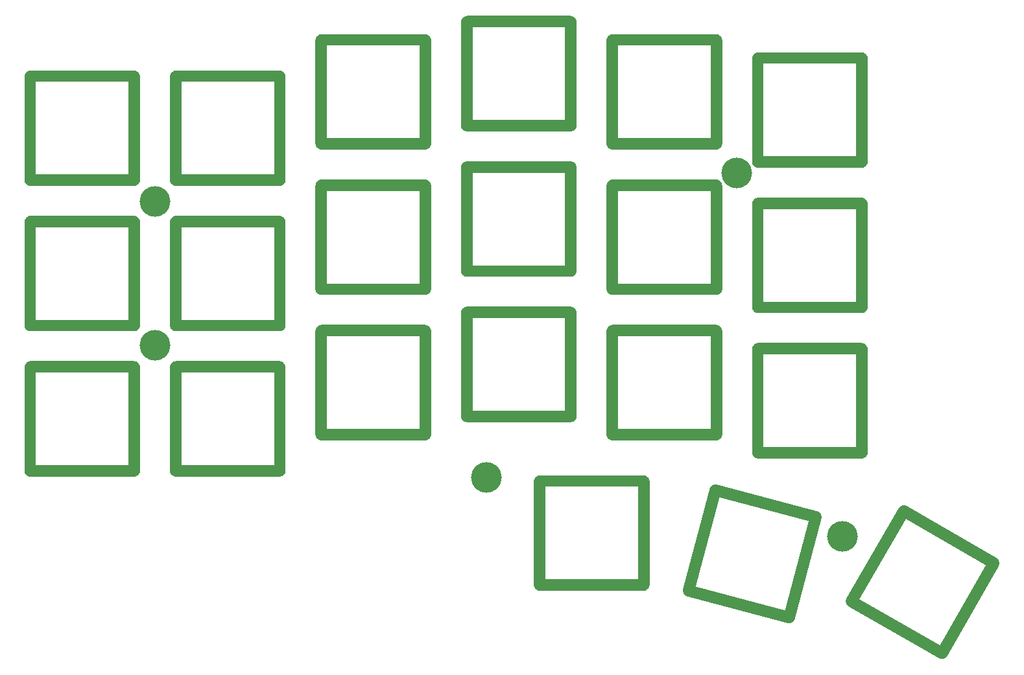
<source format=gbr>
%TF.GenerationSoftware,KiCad,Pcbnew,7.0.7*%
%TF.CreationDate,2023-09-12T18:04:30+01:00*%
%TF.ProjectId,top,746f702e-6b69-4636-9164-5f7063625858,1.0*%
%TF.SameCoordinates,Original*%
%TF.FileFunction,Copper,L2,Bot*%
%TF.FilePolarity,Positive*%
%FSLAX46Y46*%
G04 Gerber Fmt 4.6, Leading zero omitted, Abs format (unit mm)*
G04 Created by KiCad (PCBNEW 7.0.7) date 2023-09-12 18:04:30*
%MOMM*%
%LPD*%
G01*
G04 APERTURE LIST*
%TA.AperFunction,NonConductor*%
%ADD10C,0.000000*%
%TD*%
%TA.AperFunction,ViaPad*%
%ADD11C,0.500000*%
%TD*%
%TA.AperFunction,ViaPad*%
%ADD12C,4.000000*%
%TD*%
%TA.AperFunction,ViaPad*%
%ADD13C,0.500010*%
%TD*%
%TA.AperFunction,Conductor*%
%ADD14C,1.500000*%
%TD*%
%TA.AperFunction,Conductor*%
%ADD15C,0.500000*%
%TD*%
G04 APERTURE END LIST*
D10*
%TA.AperFunction,NonConductor*%
G36*
X101234500Y-103376200D02*
G01*
X101258770Y-103379800D01*
X101282570Y-103385760D01*
X101305670Y-103394030D01*
X101327850Y-103404520D01*
X101348890Y-103417130D01*
X101368600Y-103431750D01*
X101386780Y-103448220D01*
X101403250Y-103466400D01*
X101417870Y-103486110D01*
X101430480Y-103507150D01*
X101440970Y-103529330D01*
X101449240Y-103552430D01*
X101455200Y-103576230D01*
X101458800Y-103600500D01*
X101460000Y-103625000D01*
X101460000Y-110375000D01*
X101460000Y-117125000D01*
X101458800Y-117149500D01*
X101455200Y-117173770D01*
X101449240Y-117197570D01*
X101440970Y-117220670D01*
X101430480Y-117242850D01*
X101417870Y-117263890D01*
X101403250Y-117283600D01*
X101386780Y-117301780D01*
X101368600Y-117318250D01*
X101348890Y-117332870D01*
X101327850Y-117345480D01*
X101305670Y-117355970D01*
X101282570Y-117364240D01*
X101258770Y-117370200D01*
X101234500Y-117373800D01*
X101210000Y-117375000D01*
X101185500Y-117373800D01*
X101161230Y-117370200D01*
X101137430Y-117364240D01*
X101114330Y-117355970D01*
X101092150Y-117345480D01*
X101071110Y-117332870D01*
X101051400Y-117318250D01*
X101033220Y-117301780D01*
X101016750Y-117283600D01*
X101002130Y-117263890D01*
X100989520Y-117242850D01*
X100979030Y-117220670D01*
X100970760Y-117197570D01*
X100964800Y-117173770D01*
X100961200Y-117149500D01*
X100960000Y-117125000D01*
X100960000Y-103625000D01*
X100961200Y-103600500D01*
X100964800Y-103576230D01*
X100970760Y-103552430D01*
X100979030Y-103529330D01*
X100989520Y-103507150D01*
X101002130Y-103486110D01*
X101016750Y-103466400D01*
X101033220Y-103448220D01*
X101051400Y-103431750D01*
X101071110Y-103417130D01*
X101092150Y-103404520D01*
X101114330Y-103394030D01*
X101137430Y-103385760D01*
X101161230Y-103379800D01*
X101185500Y-103376200D01*
X101210000Y-103375000D01*
X101234500Y-103376200D01*
G37*
%TD.AperFunction*%
%TA.AperFunction,NonConductor*%
G36*
X171784500Y-119301200D02*
G01*
X171808770Y-119304800D01*
X171832570Y-119310760D01*
X171855670Y-119319030D01*
X171877850Y-119329520D01*
X171898890Y-119342130D01*
X171918600Y-119356750D01*
X171936780Y-119373220D01*
X171953250Y-119391400D01*
X171967870Y-119411110D01*
X171980480Y-119432150D01*
X171990970Y-119454330D01*
X171999240Y-119477430D01*
X172005200Y-119501230D01*
X172008800Y-119525500D01*
X172010000Y-119550000D01*
X172008800Y-119574500D01*
X172005200Y-119598770D01*
X171999240Y-119622570D01*
X171990970Y-119645670D01*
X171980480Y-119667850D01*
X171967870Y-119688890D01*
X171953250Y-119708600D01*
X171936780Y-119726780D01*
X171918600Y-119743250D01*
X171898890Y-119757870D01*
X171877850Y-119770480D01*
X171855670Y-119780970D01*
X171832570Y-119789240D01*
X171808770Y-119795200D01*
X171784500Y-119798800D01*
X171760000Y-119800000D01*
X158260000Y-119800000D01*
X158235500Y-119798800D01*
X158211230Y-119795200D01*
X158187430Y-119789240D01*
X158164330Y-119780970D01*
X158142150Y-119770480D01*
X158121110Y-119757870D01*
X158101400Y-119743250D01*
X158083220Y-119726780D01*
X158066750Y-119708600D01*
X158052130Y-119688890D01*
X158039520Y-119667850D01*
X158029030Y-119645670D01*
X158020760Y-119622570D01*
X158014800Y-119598770D01*
X158011200Y-119574500D01*
X158010000Y-119550000D01*
X158011200Y-119525500D01*
X158014800Y-119501230D01*
X158020760Y-119477430D01*
X158029030Y-119454330D01*
X158039520Y-119432150D01*
X158052130Y-119411110D01*
X158066750Y-119391400D01*
X158083220Y-119373220D01*
X158101400Y-119356750D01*
X158121110Y-119342130D01*
X158142150Y-119329520D01*
X158164330Y-119319030D01*
X158187430Y-119310760D01*
X158211230Y-119304800D01*
X158235500Y-119301200D01*
X158260000Y-119300000D01*
X165010000Y-119300000D01*
X171760000Y-119300000D01*
X171784500Y-119301200D01*
G37*
%TD.AperFunction*%
%TA.AperFunction,NonConductor*%
G36*
X133784500Y-62951200D02*
G01*
X133808770Y-62954800D01*
X133832570Y-62960760D01*
X133855670Y-62969030D01*
X133877850Y-62979520D01*
X133898890Y-62992130D01*
X133918600Y-63006750D01*
X133936780Y-63023220D01*
X133953250Y-63041400D01*
X133967870Y-63061110D01*
X133980480Y-63082150D01*
X133990970Y-63104330D01*
X133999240Y-63127430D01*
X134005200Y-63151230D01*
X134008800Y-63175500D01*
X134010000Y-63200000D01*
X134008800Y-63224500D01*
X134005200Y-63248770D01*
X133999240Y-63272570D01*
X133990970Y-63295670D01*
X133980480Y-63317850D01*
X133967870Y-63338890D01*
X133953250Y-63358600D01*
X133936780Y-63376780D01*
X133918600Y-63393250D01*
X133898890Y-63407870D01*
X133877850Y-63420480D01*
X133855670Y-63430970D01*
X133832570Y-63439240D01*
X133808770Y-63445200D01*
X133784500Y-63448800D01*
X133760000Y-63450000D01*
X120260000Y-63450000D01*
X120235500Y-63448800D01*
X120211230Y-63445200D01*
X120187430Y-63439240D01*
X120164330Y-63430970D01*
X120142150Y-63420480D01*
X120121110Y-63407870D01*
X120101400Y-63393250D01*
X120083220Y-63376780D01*
X120066750Y-63358600D01*
X120052130Y-63338890D01*
X120039520Y-63317850D01*
X120029030Y-63295670D01*
X120020760Y-63272570D01*
X120014800Y-63248770D01*
X120011200Y-63224500D01*
X120010000Y-63200000D01*
X120011200Y-63175500D01*
X120014800Y-63151230D01*
X120020760Y-63127430D01*
X120029030Y-63104330D01*
X120039520Y-63082150D01*
X120052130Y-63061110D01*
X120066750Y-63041400D01*
X120083220Y-63023220D01*
X120101400Y-63006750D01*
X120121110Y-62992130D01*
X120142150Y-62979520D01*
X120164330Y-62969030D01*
X120187430Y-62960760D01*
X120211230Y-62954800D01*
X120235500Y-62951200D01*
X120260000Y-62950000D01*
X127010000Y-62950000D01*
X133760000Y-62950000D01*
X133784500Y-62951200D01*
G37*
%TD.AperFunction*%
%TA.AperFunction,NonConductor*%
G36*
X139283510Y-102878610D02*
G01*
X139356320Y-102889410D01*
X139427710Y-102907290D01*
X139497010Y-102932090D01*
X139563550Y-102963560D01*
X139626680Y-103001400D01*
X139685790Y-103045240D01*
X139740330Y-103094670D01*
X139789760Y-103149210D01*
X139833600Y-103208320D01*
X139871440Y-103271450D01*
X139902910Y-103337990D01*
X139927710Y-103407290D01*
X139945590Y-103478680D01*
X139956390Y-103551490D01*
X139960000Y-103625000D01*
X139960000Y-110375000D01*
X139960000Y-117125000D01*
X139956390Y-117198510D01*
X139945590Y-117271320D01*
X139927710Y-117342710D01*
X139902910Y-117412010D01*
X139871440Y-117478550D01*
X139833600Y-117541680D01*
X139789760Y-117600790D01*
X139740330Y-117655330D01*
X139685790Y-117704760D01*
X139626680Y-117748600D01*
X139563550Y-117786440D01*
X139497010Y-117817910D01*
X139427710Y-117842710D01*
X139356320Y-117860590D01*
X139283510Y-117871390D01*
X139210000Y-117875000D01*
X139136490Y-117871390D01*
X139063680Y-117860590D01*
X138992290Y-117842710D01*
X138922990Y-117817910D01*
X138856450Y-117786440D01*
X138793320Y-117748600D01*
X138734210Y-117704760D01*
X138679670Y-117655330D01*
X138630240Y-117600790D01*
X138586400Y-117541680D01*
X138548560Y-117478550D01*
X138517090Y-117412010D01*
X138492290Y-117342710D01*
X138474410Y-117271320D01*
X138463610Y-117198510D01*
X138460000Y-117125000D01*
X138460000Y-103625000D01*
X138463610Y-103551490D01*
X138474410Y-103478680D01*
X138492290Y-103407290D01*
X138517090Y-103337990D01*
X138548560Y-103271450D01*
X138586400Y-103208320D01*
X138630240Y-103149210D01*
X138679670Y-103094670D01*
X138734210Y-103045240D01*
X138793320Y-103001400D01*
X138856450Y-102963560D01*
X138922990Y-102932090D01*
X138992290Y-102907290D01*
X139063680Y-102889410D01*
X139136490Y-102878610D01*
X139210000Y-102875000D01*
X139283510Y-102878610D01*
G37*
%TD.AperFunction*%
%TA.AperFunction,NonConductor*%
G36*
X82283510Y-69628610D02*
G01*
X82356320Y-69639410D01*
X82427710Y-69657290D01*
X82497010Y-69682090D01*
X82563550Y-69713560D01*
X82626680Y-69751400D01*
X82685790Y-69795240D01*
X82740330Y-69844670D01*
X82789760Y-69899210D01*
X82833600Y-69958320D01*
X82871440Y-70021450D01*
X82902910Y-70087990D01*
X82927710Y-70157290D01*
X82945590Y-70228680D01*
X82956390Y-70301490D01*
X82960000Y-70375000D01*
X82960000Y-77125000D01*
X82960000Y-83875000D01*
X82956390Y-83948510D01*
X82945590Y-84021320D01*
X82927710Y-84092710D01*
X82902910Y-84162010D01*
X82871440Y-84228550D01*
X82833600Y-84291680D01*
X82789760Y-84350790D01*
X82740330Y-84405330D01*
X82685790Y-84454760D01*
X82626680Y-84498600D01*
X82563550Y-84536440D01*
X82497010Y-84567910D01*
X82427710Y-84592710D01*
X82356320Y-84610590D01*
X82283510Y-84621390D01*
X82210000Y-84625000D01*
X82136490Y-84621390D01*
X82063680Y-84610590D01*
X81992290Y-84592710D01*
X81922990Y-84567910D01*
X81856450Y-84536440D01*
X81793320Y-84498600D01*
X81734210Y-84454760D01*
X81679670Y-84405330D01*
X81630240Y-84350790D01*
X81586400Y-84291680D01*
X81548560Y-84228550D01*
X81517090Y-84162010D01*
X81492290Y-84092710D01*
X81474410Y-84021320D01*
X81463610Y-83948510D01*
X81460000Y-83875000D01*
X81460000Y-70375000D01*
X81463610Y-70301490D01*
X81474410Y-70228680D01*
X81492290Y-70157290D01*
X81517090Y-70087990D01*
X81548560Y-70021450D01*
X81586400Y-69958320D01*
X81630240Y-69899210D01*
X81679670Y-69844670D01*
X81734210Y-69795240D01*
X81793320Y-69751400D01*
X81856450Y-69713560D01*
X81922990Y-69682090D01*
X81992290Y-69657290D01*
X82063680Y-69639410D01*
X82136490Y-69628610D01*
X82210000Y-69625000D01*
X82283510Y-69628610D01*
G37*
%TD.AperFunction*%
%TA.AperFunction,NonConductor*%
G36*
X133883510Y-62503610D02*
G01*
X133956320Y-62514410D01*
X134027710Y-62532290D01*
X134097010Y-62557090D01*
X134163550Y-62588560D01*
X134226680Y-62626400D01*
X134285790Y-62670240D01*
X134340330Y-62719670D01*
X134389760Y-62774210D01*
X134433600Y-62833320D01*
X134471440Y-62896450D01*
X134502910Y-62962990D01*
X134527710Y-63032290D01*
X134545590Y-63103680D01*
X134556390Y-63176490D01*
X134560000Y-63250000D01*
X134560000Y-70000000D01*
X134560000Y-76750000D01*
X134556390Y-76823510D01*
X134545590Y-76896320D01*
X134527710Y-76967710D01*
X134502910Y-77037010D01*
X134471440Y-77103550D01*
X134433600Y-77166680D01*
X134389760Y-77225790D01*
X134340330Y-77280330D01*
X134285790Y-77329760D01*
X134226680Y-77373600D01*
X134163550Y-77411440D01*
X134097010Y-77442910D01*
X134027710Y-77467710D01*
X133956320Y-77485590D01*
X133883510Y-77496390D01*
X133810000Y-77500000D01*
X133736490Y-77496390D01*
X133663680Y-77485590D01*
X133592290Y-77467710D01*
X133522990Y-77442910D01*
X133456450Y-77411440D01*
X133393320Y-77373600D01*
X133334210Y-77329760D01*
X133279670Y-77280330D01*
X133230240Y-77225790D01*
X133186400Y-77166680D01*
X133148560Y-77103550D01*
X133117090Y-77037010D01*
X133092290Y-76967710D01*
X133074410Y-76896320D01*
X133063610Y-76823510D01*
X133060000Y-76750000D01*
X133060000Y-63250000D01*
X133063610Y-63176490D01*
X133074410Y-63103680D01*
X133092290Y-63032290D01*
X133117090Y-62962990D01*
X133148560Y-62896450D01*
X133186400Y-62833320D01*
X133230240Y-62774210D01*
X133279670Y-62719670D01*
X133334210Y-62670240D01*
X133393320Y-62626400D01*
X133456450Y-62588560D01*
X133522990Y-62557090D01*
X133592290Y-62532290D01*
X133663680Y-62514410D01*
X133736490Y-62503610D01*
X133810000Y-62500000D01*
X133883510Y-62503610D01*
G37*
%TD.AperFunction*%
%TA.AperFunction,NonConductor*%
G36*
X120283510Y-81503610D02*
G01*
X120356320Y-81514410D01*
X120427710Y-81532290D01*
X120497010Y-81557090D01*
X120563550Y-81588560D01*
X120626680Y-81626400D01*
X120685790Y-81670240D01*
X120740330Y-81719670D01*
X120789760Y-81774210D01*
X120833600Y-81833320D01*
X120871440Y-81896450D01*
X120902910Y-81962990D01*
X120927710Y-82032290D01*
X120945590Y-82103680D01*
X120956390Y-82176490D01*
X120960000Y-82250000D01*
X120960000Y-89000000D01*
X120960000Y-95750000D01*
X120956390Y-95823510D01*
X120945590Y-95896320D01*
X120927710Y-95967710D01*
X120902910Y-96037010D01*
X120871440Y-96103550D01*
X120833600Y-96166680D01*
X120789760Y-96225790D01*
X120740330Y-96280330D01*
X120685790Y-96329760D01*
X120626680Y-96373600D01*
X120563550Y-96411440D01*
X120497010Y-96442910D01*
X120427710Y-96467710D01*
X120356320Y-96485590D01*
X120283510Y-96496390D01*
X120210000Y-96500000D01*
X120136490Y-96496390D01*
X120063680Y-96485590D01*
X119992290Y-96467710D01*
X119922990Y-96442910D01*
X119856450Y-96411440D01*
X119793320Y-96373600D01*
X119734210Y-96329760D01*
X119679670Y-96280330D01*
X119630240Y-96225790D01*
X119586400Y-96166680D01*
X119548560Y-96103550D01*
X119517090Y-96037010D01*
X119492290Y-95967710D01*
X119474410Y-95896320D01*
X119463610Y-95823510D01*
X119460000Y-95750000D01*
X119460000Y-82250000D01*
X119463610Y-82176490D01*
X119474410Y-82103680D01*
X119492290Y-82032290D01*
X119517090Y-81962990D01*
X119548560Y-81896450D01*
X119586400Y-81833320D01*
X119630240Y-81774210D01*
X119679670Y-81719670D01*
X119734210Y-81670240D01*
X119793320Y-81626400D01*
X119856450Y-81588560D01*
X119922990Y-81557090D01*
X119992290Y-81532290D01*
X120063680Y-81514410D01*
X120136490Y-81503610D01*
X120210000Y-81500000D01*
X120283510Y-81503610D01*
G37*
%TD.AperFunction*%
%TA.AperFunction,NonConductor*%
G36*
X95834500Y-89126200D02*
G01*
X95858770Y-89129800D01*
X95882570Y-89135760D01*
X95905670Y-89144030D01*
X95927850Y-89154520D01*
X95948890Y-89167130D01*
X95968600Y-89181750D01*
X95986780Y-89198220D01*
X96003250Y-89216400D01*
X96017870Y-89236110D01*
X96030480Y-89257150D01*
X96040970Y-89279330D01*
X96049240Y-89302430D01*
X96055200Y-89326230D01*
X96058800Y-89350500D01*
X96060000Y-89375000D01*
X96060000Y-96125000D01*
X96060000Y-102875000D01*
X96058800Y-102899500D01*
X96055200Y-102923770D01*
X96049240Y-102947570D01*
X96040970Y-102970670D01*
X96030480Y-102992850D01*
X96017870Y-103013890D01*
X96003250Y-103033600D01*
X95986780Y-103051780D01*
X95968600Y-103068250D01*
X95948890Y-103082870D01*
X95927850Y-103095480D01*
X95905670Y-103105970D01*
X95882570Y-103114240D01*
X95858770Y-103120200D01*
X95834500Y-103123800D01*
X95810000Y-103125000D01*
X95785500Y-103123800D01*
X95761230Y-103120200D01*
X95737430Y-103114240D01*
X95714330Y-103105970D01*
X95692150Y-103095480D01*
X95671110Y-103082870D01*
X95651400Y-103068250D01*
X95633220Y-103051780D01*
X95616750Y-103033600D01*
X95602130Y-103013890D01*
X95589520Y-102992850D01*
X95579030Y-102970670D01*
X95570760Y-102947570D01*
X95564800Y-102923770D01*
X95561200Y-102899500D01*
X95560000Y-102875000D01*
X95560000Y-89375000D01*
X95561200Y-89350500D01*
X95564800Y-89326230D01*
X95570760Y-89302430D01*
X95579030Y-89279330D01*
X95589520Y-89257150D01*
X95602130Y-89236110D01*
X95616750Y-89216400D01*
X95633220Y-89198220D01*
X95651400Y-89181750D01*
X95671110Y-89167130D01*
X95692150Y-89154520D01*
X95714330Y-89144030D01*
X95737430Y-89135760D01*
X95761230Y-89129800D01*
X95785500Y-89126200D01*
X95810000Y-89125000D01*
X95834500Y-89126200D01*
G37*
%TD.AperFunction*%
%TA.AperFunction,NonConductor*%
G36*
X76883510Y-69628610D02*
G01*
X76956320Y-69639410D01*
X77027710Y-69657290D01*
X77097010Y-69682090D01*
X77163550Y-69713560D01*
X77226680Y-69751400D01*
X77285790Y-69795240D01*
X77340330Y-69844670D01*
X77389760Y-69899210D01*
X77433600Y-69958320D01*
X77471440Y-70021450D01*
X77502910Y-70087990D01*
X77527710Y-70157290D01*
X77545590Y-70228680D01*
X77556390Y-70301490D01*
X77560000Y-70375000D01*
X77560000Y-77125000D01*
X77560000Y-83875000D01*
X77556390Y-83948510D01*
X77545590Y-84021320D01*
X77527710Y-84092710D01*
X77502910Y-84162010D01*
X77471440Y-84228550D01*
X77433600Y-84291680D01*
X77389760Y-84350790D01*
X77340330Y-84405330D01*
X77285790Y-84454760D01*
X77226680Y-84498600D01*
X77163550Y-84536440D01*
X77097010Y-84567910D01*
X77027710Y-84592710D01*
X76956320Y-84610590D01*
X76883510Y-84621390D01*
X76810000Y-84625000D01*
X76736490Y-84621390D01*
X76663680Y-84610590D01*
X76592290Y-84592710D01*
X76522990Y-84567910D01*
X76456450Y-84536440D01*
X76393320Y-84498600D01*
X76334210Y-84454760D01*
X76279670Y-84405330D01*
X76230240Y-84350790D01*
X76186400Y-84291680D01*
X76148560Y-84228550D01*
X76117090Y-84162010D01*
X76092290Y-84092710D01*
X76074410Y-84021320D01*
X76063610Y-83948510D01*
X76060000Y-83875000D01*
X76060000Y-70375000D01*
X76063610Y-70301490D01*
X76074410Y-70228680D01*
X76092290Y-70157290D01*
X76117090Y-70087990D01*
X76148560Y-70021450D01*
X76186400Y-69958320D01*
X76230240Y-69899210D01*
X76279670Y-69844670D01*
X76334210Y-69795240D01*
X76393320Y-69751400D01*
X76456450Y-69713560D01*
X76522990Y-69682090D01*
X76592290Y-69657290D01*
X76663680Y-69639410D01*
X76736490Y-69628610D01*
X76810000Y-69625000D01*
X76883510Y-69628610D01*
G37*
%TD.AperFunction*%
%TA.AperFunction,NonConductor*%
G36*
X171883510Y-86253610D02*
G01*
X171956320Y-86264410D01*
X172027710Y-86282290D01*
X172097010Y-86307090D01*
X172163550Y-86338560D01*
X172226680Y-86376400D01*
X172285790Y-86420240D01*
X172340330Y-86469670D01*
X172389760Y-86524210D01*
X172433600Y-86583320D01*
X172471440Y-86646450D01*
X172502910Y-86712990D01*
X172527710Y-86782290D01*
X172545590Y-86853680D01*
X172556390Y-86926490D01*
X172560000Y-87000000D01*
X172560000Y-93750000D01*
X172560000Y-100500000D01*
X172556390Y-100573510D01*
X172545590Y-100646320D01*
X172527710Y-100717710D01*
X172502910Y-100787010D01*
X172471440Y-100853550D01*
X172433600Y-100916680D01*
X172389760Y-100975790D01*
X172340330Y-101030330D01*
X172285790Y-101079760D01*
X172226680Y-101123600D01*
X172163550Y-101161440D01*
X172097010Y-101192910D01*
X172027710Y-101217710D01*
X171956320Y-101235590D01*
X171883510Y-101246390D01*
X171810000Y-101250000D01*
X171736490Y-101246390D01*
X171663680Y-101235590D01*
X171592290Y-101217710D01*
X171522990Y-101192910D01*
X171456450Y-101161440D01*
X171393320Y-101123600D01*
X171334210Y-101079760D01*
X171279670Y-101030330D01*
X171230240Y-100975790D01*
X171186400Y-100916680D01*
X171148560Y-100853550D01*
X171117090Y-100787010D01*
X171092290Y-100717710D01*
X171074410Y-100646320D01*
X171063610Y-100573510D01*
X171060000Y-100500000D01*
X171060000Y-87000000D01*
X171063610Y-86926490D01*
X171074410Y-86853680D01*
X171092290Y-86782290D01*
X171117090Y-86712990D01*
X171148560Y-86646450D01*
X171186400Y-86583320D01*
X171230240Y-86524210D01*
X171279670Y-86469670D01*
X171334210Y-86420240D01*
X171393320Y-86376400D01*
X171456450Y-86338560D01*
X171522990Y-86307090D01*
X171592290Y-86282290D01*
X171663680Y-86264410D01*
X171736490Y-86253610D01*
X171810000Y-86250000D01*
X171883510Y-86253610D01*
G37*
%TD.AperFunction*%
%TA.AperFunction,NonConductor*%
G36*
X152784500Y-97926200D02*
G01*
X152808770Y-97929800D01*
X152832570Y-97935760D01*
X152855670Y-97944030D01*
X152877850Y-97954520D01*
X152898890Y-97967130D01*
X152918600Y-97981750D01*
X152936780Y-97998220D01*
X152953250Y-98016400D01*
X152967870Y-98036110D01*
X152980480Y-98057150D01*
X152990970Y-98079330D01*
X152999240Y-98102430D01*
X153005200Y-98126230D01*
X153008800Y-98150500D01*
X153010000Y-98175000D01*
X153008800Y-98199500D01*
X153005200Y-98223770D01*
X152999240Y-98247570D01*
X152990970Y-98270670D01*
X152980480Y-98292850D01*
X152967870Y-98313890D01*
X152953250Y-98333600D01*
X152936780Y-98351780D01*
X152918600Y-98368250D01*
X152898890Y-98382870D01*
X152877850Y-98395480D01*
X152855670Y-98405970D01*
X152832570Y-98414240D01*
X152808770Y-98420200D01*
X152784500Y-98423800D01*
X152760000Y-98425000D01*
X139260000Y-98425000D01*
X139235500Y-98423800D01*
X139211230Y-98420200D01*
X139187430Y-98414240D01*
X139164330Y-98405970D01*
X139142150Y-98395480D01*
X139121110Y-98382870D01*
X139101400Y-98368250D01*
X139083220Y-98351780D01*
X139066750Y-98333600D01*
X139052130Y-98313890D01*
X139039520Y-98292850D01*
X139029030Y-98270670D01*
X139020760Y-98247570D01*
X139014800Y-98223770D01*
X139011200Y-98199500D01*
X139010000Y-98175000D01*
X139011200Y-98150500D01*
X139014800Y-98126230D01*
X139020760Y-98102430D01*
X139029030Y-98079330D01*
X139039520Y-98057150D01*
X139052130Y-98036110D01*
X139066750Y-98016400D01*
X139083220Y-97998220D01*
X139101400Y-97981750D01*
X139121110Y-97967130D01*
X139142150Y-97954520D01*
X139164330Y-97944030D01*
X139187430Y-97935760D01*
X139211230Y-97929800D01*
X139235500Y-97926200D01*
X139260000Y-97925000D01*
X146010000Y-97925000D01*
X152760000Y-97925000D01*
X152784500Y-97926200D01*
G37*
%TD.AperFunction*%
%TA.AperFunction,NonConductor*%
G36*
X63283510Y-88628610D02*
G01*
X63356320Y-88639410D01*
X63427710Y-88657290D01*
X63497010Y-88682090D01*
X63563550Y-88713560D01*
X63626680Y-88751400D01*
X63685790Y-88795240D01*
X63740330Y-88844670D01*
X63789760Y-88899210D01*
X63833600Y-88958320D01*
X63871440Y-89021450D01*
X63902910Y-89087990D01*
X63927710Y-89157290D01*
X63945590Y-89228680D01*
X63956390Y-89301490D01*
X63960000Y-89375000D01*
X63960000Y-96125000D01*
X63960000Y-102875000D01*
X63956390Y-102948510D01*
X63945590Y-103021320D01*
X63927710Y-103092710D01*
X63902910Y-103162010D01*
X63871440Y-103228550D01*
X63833600Y-103291680D01*
X63789760Y-103350790D01*
X63740330Y-103405330D01*
X63685790Y-103454760D01*
X63626680Y-103498600D01*
X63563550Y-103536440D01*
X63497010Y-103567910D01*
X63427710Y-103592710D01*
X63356320Y-103610590D01*
X63283510Y-103621390D01*
X63210000Y-103625000D01*
X63136490Y-103621390D01*
X63063680Y-103610590D01*
X62992290Y-103592710D01*
X62922990Y-103567910D01*
X62856450Y-103536440D01*
X62793320Y-103498600D01*
X62734210Y-103454760D01*
X62679670Y-103405330D01*
X62630240Y-103350790D01*
X62586400Y-103291680D01*
X62548560Y-103228550D01*
X62517090Y-103162010D01*
X62492290Y-103092710D01*
X62474410Y-103021320D01*
X62463610Y-102948510D01*
X62460000Y-102875000D01*
X62460000Y-89375000D01*
X62463610Y-89301490D01*
X62474410Y-89228680D01*
X62492290Y-89157290D01*
X62517090Y-89087990D01*
X62548560Y-89021450D01*
X62586400Y-88958320D01*
X62630240Y-88899210D01*
X62679670Y-88844670D01*
X62734210Y-88795240D01*
X62793320Y-88751400D01*
X62856450Y-88713560D01*
X62922990Y-88682090D01*
X62992290Y-88657290D01*
X63063680Y-88639410D01*
X63136490Y-88628610D01*
X63210000Y-88625000D01*
X63283510Y-88628610D01*
G37*
%TD.AperFunction*%
%TA.AperFunction,NonConductor*%
G36*
X171784500Y-100301200D02*
G01*
X171808770Y-100304800D01*
X171832570Y-100310760D01*
X171855670Y-100319030D01*
X171877850Y-100329520D01*
X171898890Y-100342130D01*
X171918600Y-100356750D01*
X171936780Y-100373220D01*
X171953250Y-100391400D01*
X171967870Y-100411110D01*
X171980480Y-100432150D01*
X171990970Y-100454330D01*
X171999240Y-100477430D01*
X172005200Y-100501230D01*
X172008800Y-100525500D01*
X172010000Y-100550000D01*
X172008800Y-100574500D01*
X172005200Y-100598770D01*
X171999240Y-100622570D01*
X171990970Y-100645670D01*
X171980480Y-100667850D01*
X171967870Y-100688890D01*
X171953250Y-100708600D01*
X171936780Y-100726780D01*
X171918600Y-100743250D01*
X171898890Y-100757870D01*
X171877850Y-100770480D01*
X171855670Y-100780970D01*
X171832570Y-100789240D01*
X171808770Y-100795200D01*
X171784500Y-100798800D01*
X171760000Y-100800000D01*
X158260000Y-100800000D01*
X158235500Y-100798800D01*
X158211230Y-100795200D01*
X158187430Y-100789240D01*
X158164330Y-100780970D01*
X158142150Y-100770480D01*
X158121110Y-100757870D01*
X158101400Y-100743250D01*
X158083220Y-100726780D01*
X158066750Y-100708600D01*
X158052130Y-100688890D01*
X158039520Y-100667850D01*
X158029030Y-100645670D01*
X158020760Y-100622570D01*
X158014800Y-100598770D01*
X158011200Y-100574500D01*
X158010000Y-100550000D01*
X158011200Y-100525500D01*
X158014800Y-100501230D01*
X158020760Y-100477430D01*
X158029030Y-100454330D01*
X158039520Y-100432150D01*
X158052130Y-100411110D01*
X158066750Y-100391400D01*
X158083220Y-100373220D01*
X158101400Y-100356750D01*
X158121110Y-100342130D01*
X158142150Y-100329520D01*
X158164330Y-100319030D01*
X158187430Y-100310760D01*
X158211230Y-100304800D01*
X158235500Y-100301200D01*
X158260000Y-100300000D01*
X165010000Y-100300000D01*
X171760000Y-100300000D01*
X171784500Y-100301200D01*
G37*
%TD.AperFunction*%
%TA.AperFunction,NonConductor*%
G36*
X139234500Y-65376200D02*
G01*
X139258770Y-65379800D01*
X139282570Y-65385760D01*
X139305670Y-65394030D01*
X139327850Y-65404520D01*
X139348890Y-65417130D01*
X139368600Y-65431750D01*
X139386780Y-65448220D01*
X139403250Y-65466400D01*
X139417870Y-65486110D01*
X139430480Y-65507150D01*
X139440970Y-65529330D01*
X139449240Y-65552430D01*
X139455200Y-65576230D01*
X139458800Y-65600500D01*
X139460000Y-65625000D01*
X139460000Y-72375000D01*
X139460000Y-79125000D01*
X139458800Y-79149500D01*
X139455200Y-79173770D01*
X139449240Y-79197570D01*
X139440970Y-79220670D01*
X139430480Y-79242850D01*
X139417870Y-79263890D01*
X139403250Y-79283600D01*
X139386780Y-79301780D01*
X139368600Y-79318250D01*
X139348890Y-79332870D01*
X139327850Y-79345480D01*
X139305670Y-79355970D01*
X139282570Y-79364240D01*
X139258770Y-79370200D01*
X139234500Y-79373800D01*
X139210000Y-79375000D01*
X139185500Y-79373800D01*
X139161230Y-79370200D01*
X139137430Y-79364240D01*
X139114330Y-79355970D01*
X139092150Y-79345480D01*
X139071110Y-79332870D01*
X139051400Y-79318250D01*
X139033220Y-79301780D01*
X139016750Y-79283600D01*
X139002130Y-79263890D01*
X138989520Y-79242850D01*
X138979030Y-79220670D01*
X138970760Y-79197570D01*
X138964800Y-79173770D01*
X138961200Y-79149500D01*
X138960000Y-79125000D01*
X138960000Y-65625000D01*
X138961200Y-65600500D01*
X138964800Y-65576230D01*
X138970760Y-65552430D01*
X138979030Y-65529330D01*
X138989520Y-65507150D01*
X139002130Y-65486110D01*
X139016750Y-65466400D01*
X139033220Y-65448220D01*
X139051400Y-65431750D01*
X139071110Y-65417130D01*
X139092150Y-65404520D01*
X139114330Y-65394030D01*
X139137430Y-65385760D01*
X139161230Y-65379800D01*
X139185500Y-65376200D01*
X139210000Y-65375000D01*
X139234500Y-65376200D01*
G37*
%TD.AperFunction*%
%TA.AperFunction,NonConductor*%
G36*
X114833510Y-64828610D02*
G01*
X114906320Y-64839410D01*
X114977710Y-64857290D01*
X115047010Y-64882090D01*
X115113550Y-64913560D01*
X115176680Y-64951400D01*
X115235790Y-64995240D01*
X115290330Y-65044670D01*
X115339760Y-65099210D01*
X115383600Y-65158320D01*
X115421440Y-65221450D01*
X115452910Y-65287990D01*
X115477710Y-65357290D01*
X115495590Y-65428680D01*
X115506390Y-65501490D01*
X115510000Y-65575000D01*
X115506390Y-65648510D01*
X115495590Y-65721320D01*
X115477710Y-65792710D01*
X115452910Y-65862010D01*
X115421440Y-65928550D01*
X115383600Y-65991680D01*
X115339760Y-66050790D01*
X115290330Y-66105330D01*
X115235790Y-66154760D01*
X115176680Y-66198600D01*
X115113550Y-66236440D01*
X115047010Y-66267910D01*
X114977710Y-66292710D01*
X114906320Y-66310590D01*
X114833510Y-66321390D01*
X114760000Y-66325000D01*
X101260000Y-66325000D01*
X101186490Y-66321390D01*
X101113680Y-66310590D01*
X101042290Y-66292710D01*
X100972990Y-66267910D01*
X100906450Y-66236440D01*
X100843320Y-66198600D01*
X100784210Y-66154760D01*
X100729670Y-66105330D01*
X100680240Y-66050790D01*
X100636400Y-65991680D01*
X100598560Y-65928550D01*
X100567090Y-65862010D01*
X100542290Y-65792710D01*
X100524410Y-65721320D01*
X100513610Y-65648510D01*
X100510000Y-65575000D01*
X100513610Y-65501490D01*
X100524410Y-65428680D01*
X100542290Y-65357290D01*
X100567090Y-65287990D01*
X100598560Y-65221450D01*
X100636400Y-65158320D01*
X100680240Y-65099210D01*
X100729670Y-65044670D01*
X100784210Y-64995240D01*
X100843320Y-64951400D01*
X100906450Y-64913560D01*
X100972990Y-64882090D01*
X101042290Y-64857290D01*
X101113680Y-64839410D01*
X101186490Y-64828610D01*
X101260000Y-64825000D01*
X108010000Y-64825000D01*
X114760000Y-64825000D01*
X114833510Y-64828610D01*
G37*
%TD.AperFunction*%
%TA.AperFunction,NonConductor*%
G36*
X95883510Y-107628610D02*
G01*
X95956320Y-107639410D01*
X96027710Y-107657290D01*
X96097010Y-107682090D01*
X96163550Y-107713560D01*
X96226680Y-107751400D01*
X96285790Y-107795240D01*
X96340330Y-107844670D01*
X96389760Y-107899210D01*
X96433600Y-107958320D01*
X96471440Y-108021450D01*
X96502910Y-108087990D01*
X96527710Y-108157290D01*
X96545590Y-108228680D01*
X96556390Y-108301490D01*
X96560000Y-108375000D01*
X96560000Y-115125000D01*
X96560000Y-121875000D01*
X96556390Y-121948510D01*
X96545590Y-122021320D01*
X96527710Y-122092710D01*
X96502910Y-122162010D01*
X96471440Y-122228550D01*
X96433600Y-122291680D01*
X96389760Y-122350790D01*
X96340330Y-122405330D01*
X96285790Y-122454760D01*
X96226680Y-122498600D01*
X96163550Y-122536440D01*
X96097010Y-122567910D01*
X96027710Y-122592710D01*
X95956320Y-122610590D01*
X95883510Y-122621390D01*
X95810000Y-122625000D01*
X95736490Y-122621390D01*
X95663680Y-122610590D01*
X95592290Y-122592710D01*
X95522990Y-122567910D01*
X95456450Y-122536440D01*
X95393320Y-122498600D01*
X95334210Y-122454760D01*
X95279670Y-122405330D01*
X95230240Y-122350790D01*
X95186400Y-122291680D01*
X95148560Y-122228550D01*
X95117090Y-122162010D01*
X95092290Y-122092710D01*
X95074410Y-122021320D01*
X95063610Y-121948510D01*
X95060000Y-121875000D01*
X95060000Y-108375000D01*
X95063610Y-108301490D01*
X95074410Y-108228680D01*
X95092290Y-108157290D01*
X95117090Y-108087990D01*
X95148560Y-108021450D01*
X95186400Y-107958320D01*
X95230240Y-107899210D01*
X95279670Y-107844670D01*
X95334210Y-107795240D01*
X95393320Y-107751400D01*
X95456450Y-107713560D01*
X95522990Y-107682090D01*
X95592290Y-107657290D01*
X95663680Y-107639410D01*
X95736490Y-107628610D01*
X95810000Y-107625000D01*
X95883510Y-107628610D01*
G37*
%TD.AperFunction*%
%TA.AperFunction,NonConductor*%
G36*
X133784500Y-95551200D02*
G01*
X133808770Y-95554800D01*
X133832570Y-95560760D01*
X133855670Y-95569030D01*
X133877850Y-95579520D01*
X133898890Y-95592130D01*
X133918600Y-95606750D01*
X133936780Y-95623220D01*
X133953250Y-95641400D01*
X133967870Y-95661110D01*
X133980480Y-95682150D01*
X133990970Y-95704330D01*
X133999240Y-95727430D01*
X134005200Y-95751230D01*
X134008800Y-95775500D01*
X134010000Y-95800000D01*
X134008800Y-95824500D01*
X134005200Y-95848770D01*
X133999240Y-95872570D01*
X133990970Y-95895670D01*
X133980480Y-95917850D01*
X133967870Y-95938890D01*
X133953250Y-95958600D01*
X133936780Y-95976780D01*
X133918600Y-95993250D01*
X133898890Y-96007870D01*
X133877850Y-96020480D01*
X133855670Y-96030970D01*
X133832570Y-96039240D01*
X133808770Y-96045200D01*
X133784500Y-96048800D01*
X133760000Y-96050000D01*
X120260000Y-96050000D01*
X120235500Y-96048800D01*
X120211230Y-96045200D01*
X120187430Y-96039240D01*
X120164330Y-96030970D01*
X120142150Y-96020480D01*
X120121110Y-96007870D01*
X120101400Y-95993250D01*
X120083220Y-95976780D01*
X120066750Y-95958600D01*
X120052130Y-95938890D01*
X120039520Y-95917850D01*
X120029030Y-95895670D01*
X120020760Y-95872570D01*
X120014800Y-95848770D01*
X120011200Y-95824500D01*
X120010000Y-95800000D01*
X120011200Y-95775500D01*
X120014800Y-95751230D01*
X120020760Y-95727430D01*
X120029030Y-95704330D01*
X120039520Y-95682150D01*
X120052130Y-95661110D01*
X120066750Y-95641400D01*
X120083220Y-95623220D01*
X120101400Y-95606750D01*
X120121110Y-95592130D01*
X120142150Y-95579520D01*
X120164330Y-95569030D01*
X120187430Y-95560760D01*
X120211230Y-95554800D01*
X120235500Y-95551200D01*
X120260000Y-95550000D01*
X127010000Y-95550000D01*
X133760000Y-95550000D01*
X133784500Y-95551200D01*
G37*
%TD.AperFunction*%
%TA.AperFunction,NonConductor*%
G36*
X76833510Y-83178610D02*
G01*
X76906320Y-83189410D01*
X76977710Y-83207290D01*
X77047010Y-83232090D01*
X77113550Y-83263560D01*
X77176680Y-83301400D01*
X77235790Y-83345240D01*
X77290330Y-83394670D01*
X77339760Y-83449210D01*
X77383600Y-83508320D01*
X77421440Y-83571450D01*
X77452910Y-83637990D01*
X77477710Y-83707290D01*
X77495590Y-83778680D01*
X77506390Y-83851490D01*
X77510000Y-83925000D01*
X77506390Y-83998510D01*
X77495590Y-84071320D01*
X77477710Y-84142710D01*
X77452910Y-84212010D01*
X77421440Y-84278550D01*
X77383600Y-84341680D01*
X77339760Y-84400790D01*
X77290330Y-84455330D01*
X77235790Y-84504760D01*
X77176680Y-84548600D01*
X77113550Y-84586440D01*
X77047010Y-84617910D01*
X76977710Y-84642710D01*
X76906320Y-84660590D01*
X76833510Y-84671390D01*
X76760000Y-84675000D01*
X63260000Y-84675000D01*
X63186490Y-84671390D01*
X63113680Y-84660590D01*
X63042290Y-84642710D01*
X62972990Y-84617910D01*
X62906450Y-84586440D01*
X62843320Y-84548600D01*
X62784210Y-84504760D01*
X62729670Y-84455330D01*
X62680240Y-84400790D01*
X62636400Y-84341680D01*
X62598560Y-84278550D01*
X62567090Y-84212010D01*
X62542290Y-84142710D01*
X62524410Y-84071320D01*
X62513610Y-83998510D01*
X62510000Y-83925000D01*
X62513610Y-83851490D01*
X62524410Y-83778680D01*
X62542290Y-83707290D01*
X62567090Y-83637990D01*
X62598560Y-83571450D01*
X62636400Y-83508320D01*
X62680240Y-83449210D01*
X62729670Y-83394670D01*
X62784210Y-83345240D01*
X62843320Y-83301400D01*
X62906450Y-83263560D01*
X62972990Y-83232090D01*
X63042290Y-83207290D01*
X63113680Y-83189410D01*
X63186490Y-83178610D01*
X63260000Y-83175000D01*
X70010000Y-83175000D01*
X76760000Y-83175000D01*
X76833510Y-83178610D01*
G37*
%TD.AperFunction*%
%TA.AperFunction,NonConductor*%
G36*
X95833510Y-69578610D02*
G01*
X95906320Y-69589410D01*
X95977710Y-69607290D01*
X96047010Y-69632090D01*
X96113550Y-69663560D01*
X96176680Y-69701400D01*
X96235790Y-69745240D01*
X96290330Y-69794670D01*
X96339760Y-69849210D01*
X96383600Y-69908320D01*
X96421440Y-69971450D01*
X96452910Y-70037990D01*
X96477710Y-70107290D01*
X96495590Y-70178680D01*
X96506390Y-70251490D01*
X96510000Y-70325000D01*
X96506390Y-70398510D01*
X96495590Y-70471320D01*
X96477710Y-70542710D01*
X96452910Y-70612010D01*
X96421440Y-70678550D01*
X96383600Y-70741680D01*
X96339760Y-70800790D01*
X96290330Y-70855330D01*
X96235790Y-70904760D01*
X96176680Y-70948600D01*
X96113550Y-70986440D01*
X96047010Y-71017910D01*
X95977710Y-71042710D01*
X95906320Y-71060590D01*
X95833510Y-71071390D01*
X95760000Y-71075000D01*
X82260000Y-71075000D01*
X82186490Y-71071390D01*
X82113680Y-71060590D01*
X82042290Y-71042710D01*
X81972990Y-71017910D01*
X81906450Y-70986440D01*
X81843320Y-70948600D01*
X81784210Y-70904760D01*
X81729670Y-70855330D01*
X81680240Y-70800790D01*
X81636400Y-70741680D01*
X81598560Y-70678550D01*
X81567090Y-70612010D01*
X81542290Y-70542710D01*
X81524410Y-70471320D01*
X81513610Y-70398510D01*
X81510000Y-70325000D01*
X81513610Y-70251490D01*
X81524410Y-70178680D01*
X81542290Y-70107290D01*
X81567090Y-70037990D01*
X81598560Y-69971450D01*
X81636400Y-69908320D01*
X81680240Y-69849210D01*
X81729670Y-69794670D01*
X81784210Y-69745240D01*
X81843320Y-69701400D01*
X81906450Y-69663560D01*
X81972990Y-69632090D01*
X82042290Y-69607290D01*
X82113680Y-69589410D01*
X82186490Y-69578610D01*
X82260000Y-69575000D01*
X89010000Y-69575000D01*
X95760000Y-69575000D01*
X95833510Y-69578610D01*
G37*
%TD.AperFunction*%
%TA.AperFunction,NonConductor*%
G36*
X63283510Y-107628610D02*
G01*
X63356320Y-107639410D01*
X63427710Y-107657290D01*
X63497010Y-107682090D01*
X63563550Y-107713560D01*
X63626680Y-107751400D01*
X63685790Y-107795240D01*
X63740330Y-107844670D01*
X63789760Y-107899210D01*
X63833600Y-107958320D01*
X63871440Y-108021450D01*
X63902910Y-108087990D01*
X63927710Y-108157290D01*
X63945590Y-108228680D01*
X63956390Y-108301490D01*
X63960000Y-108375000D01*
X63960000Y-115125000D01*
X63960000Y-121875000D01*
X63956390Y-121948510D01*
X63945590Y-122021320D01*
X63927710Y-122092710D01*
X63902910Y-122162010D01*
X63871440Y-122228550D01*
X63833600Y-122291680D01*
X63789760Y-122350790D01*
X63740330Y-122405330D01*
X63685790Y-122454760D01*
X63626680Y-122498600D01*
X63563550Y-122536440D01*
X63497010Y-122567910D01*
X63427710Y-122592710D01*
X63356320Y-122610590D01*
X63283510Y-122621390D01*
X63210000Y-122625000D01*
X63136490Y-122621390D01*
X63063680Y-122610590D01*
X62992290Y-122592710D01*
X62922990Y-122567910D01*
X62856450Y-122536440D01*
X62793320Y-122498600D01*
X62734210Y-122454760D01*
X62679670Y-122405330D01*
X62630240Y-122350790D01*
X62586400Y-122291680D01*
X62548560Y-122228550D01*
X62517090Y-122162010D01*
X62492290Y-122092710D01*
X62474410Y-122021320D01*
X62463610Y-121948510D01*
X62460000Y-121875000D01*
X62460000Y-108375000D01*
X62463610Y-108301490D01*
X62474410Y-108228680D01*
X62492290Y-108157290D01*
X62517090Y-108087990D01*
X62548560Y-108021450D01*
X62586400Y-107958320D01*
X62630240Y-107899210D01*
X62679670Y-107844670D01*
X62734210Y-107795240D01*
X62793320Y-107751400D01*
X62856450Y-107713560D01*
X62922990Y-107682090D01*
X62992290Y-107657290D01*
X63063680Y-107639410D01*
X63136490Y-107628610D01*
X63210000Y-107625000D01*
X63283510Y-107628610D01*
G37*
%TD.AperFunction*%
%TA.AperFunction,NonConductor*%
G36*
X114833510Y-78428610D02*
G01*
X114906320Y-78439410D01*
X114977710Y-78457290D01*
X115047010Y-78482090D01*
X115113550Y-78513560D01*
X115176680Y-78551400D01*
X115235790Y-78595240D01*
X115290330Y-78644670D01*
X115339760Y-78699210D01*
X115383600Y-78758320D01*
X115421440Y-78821450D01*
X115452910Y-78887990D01*
X115477710Y-78957290D01*
X115495590Y-79028680D01*
X115506390Y-79101490D01*
X115510000Y-79175000D01*
X115506390Y-79248510D01*
X115495590Y-79321320D01*
X115477710Y-79392710D01*
X115452910Y-79462010D01*
X115421440Y-79528550D01*
X115383600Y-79591680D01*
X115339760Y-79650790D01*
X115290330Y-79705330D01*
X115235790Y-79754760D01*
X115176680Y-79798600D01*
X115113550Y-79836440D01*
X115047010Y-79867910D01*
X114977710Y-79892710D01*
X114906320Y-79910590D01*
X114833510Y-79921390D01*
X114760000Y-79925000D01*
X101260000Y-79925000D01*
X101186490Y-79921390D01*
X101113680Y-79910590D01*
X101042290Y-79892710D01*
X100972990Y-79867910D01*
X100906450Y-79836440D01*
X100843320Y-79798600D01*
X100784210Y-79754760D01*
X100729670Y-79705330D01*
X100680240Y-79650790D01*
X100636400Y-79591680D01*
X100598560Y-79528550D01*
X100567090Y-79462010D01*
X100542290Y-79392710D01*
X100524410Y-79321320D01*
X100513610Y-79248510D01*
X100510000Y-79175000D01*
X100513610Y-79101490D01*
X100524410Y-79028680D01*
X100542290Y-78957290D01*
X100567090Y-78887990D01*
X100598560Y-78821450D01*
X100636400Y-78758320D01*
X100680240Y-78699210D01*
X100729670Y-78644670D01*
X100784210Y-78595240D01*
X100843320Y-78551400D01*
X100906450Y-78513560D01*
X100972990Y-78482090D01*
X101042290Y-78457290D01*
X101113680Y-78439410D01*
X101186490Y-78428610D01*
X101260000Y-78425000D01*
X108010000Y-78425000D01*
X114760000Y-78425000D01*
X114833510Y-78428610D01*
G37*
%TD.AperFunction*%
%TA.AperFunction,NonConductor*%
G36*
X95833510Y-107578610D02*
G01*
X95906320Y-107589410D01*
X95977710Y-107607290D01*
X96047010Y-107632090D01*
X96113550Y-107663560D01*
X96176680Y-107701400D01*
X96235790Y-107745240D01*
X96290330Y-107794670D01*
X96339760Y-107849210D01*
X96383600Y-107908320D01*
X96421440Y-107971450D01*
X96452910Y-108037990D01*
X96477710Y-108107290D01*
X96495590Y-108178680D01*
X96506390Y-108251490D01*
X96510000Y-108325000D01*
X96506390Y-108398510D01*
X96495590Y-108471320D01*
X96477710Y-108542710D01*
X96452910Y-108612010D01*
X96421440Y-108678550D01*
X96383600Y-108741680D01*
X96339760Y-108800790D01*
X96290330Y-108855330D01*
X96235790Y-108904760D01*
X96176680Y-108948600D01*
X96113550Y-108986440D01*
X96047010Y-109017910D01*
X95977710Y-109042710D01*
X95906320Y-109060590D01*
X95833510Y-109071390D01*
X95760000Y-109075000D01*
X82260000Y-109075000D01*
X82186490Y-109071390D01*
X82113680Y-109060590D01*
X82042290Y-109042710D01*
X81972990Y-109017910D01*
X81906450Y-108986440D01*
X81843320Y-108948600D01*
X81784210Y-108904760D01*
X81729670Y-108855330D01*
X81680240Y-108800790D01*
X81636400Y-108741680D01*
X81598560Y-108678550D01*
X81567090Y-108612010D01*
X81542290Y-108542710D01*
X81524410Y-108471320D01*
X81513610Y-108398510D01*
X81510000Y-108325000D01*
X81513610Y-108251490D01*
X81524410Y-108178680D01*
X81542290Y-108107290D01*
X81567090Y-108037990D01*
X81598560Y-107971450D01*
X81636400Y-107908320D01*
X81680240Y-107849210D01*
X81729670Y-107794670D01*
X81784210Y-107745240D01*
X81843320Y-107701400D01*
X81906450Y-107663560D01*
X81972990Y-107632090D01*
X82042290Y-107607290D01*
X82113680Y-107589410D01*
X82186490Y-107578610D01*
X82260000Y-107575000D01*
X89010000Y-107575000D01*
X95760000Y-107575000D01*
X95833510Y-107578610D01*
G37*
%TD.AperFunction*%
%TA.AperFunction,NonConductor*%
G36*
X95784500Y-89076200D02*
G01*
X95808770Y-89079800D01*
X95832570Y-89085760D01*
X95855670Y-89094030D01*
X95877850Y-89104520D01*
X95898890Y-89117130D01*
X95918600Y-89131750D01*
X95936780Y-89148220D01*
X95953250Y-89166400D01*
X95967870Y-89186110D01*
X95980480Y-89207150D01*
X95990970Y-89229330D01*
X95999240Y-89252430D01*
X96005200Y-89276230D01*
X96008800Y-89300500D01*
X96010000Y-89325000D01*
X96008800Y-89349500D01*
X96005200Y-89373770D01*
X95999240Y-89397570D01*
X95990970Y-89420670D01*
X95980480Y-89442850D01*
X95967870Y-89463890D01*
X95953250Y-89483600D01*
X95936780Y-89501780D01*
X95918600Y-89518250D01*
X95898890Y-89532870D01*
X95877850Y-89545480D01*
X95855670Y-89555970D01*
X95832570Y-89564240D01*
X95808770Y-89570200D01*
X95784500Y-89573800D01*
X95760000Y-89575000D01*
X82260000Y-89575000D01*
X82235500Y-89573800D01*
X82211230Y-89570200D01*
X82187430Y-89564240D01*
X82164330Y-89555970D01*
X82142150Y-89545480D01*
X82121110Y-89532870D01*
X82101400Y-89518250D01*
X82083220Y-89501780D01*
X82066750Y-89483600D01*
X82052130Y-89463890D01*
X82039520Y-89442850D01*
X82029030Y-89420670D01*
X82020760Y-89397570D01*
X82014800Y-89373770D01*
X82011200Y-89349500D01*
X82010000Y-89325000D01*
X82011200Y-89300500D01*
X82014800Y-89276230D01*
X82020760Y-89252430D01*
X82029030Y-89229330D01*
X82039520Y-89207150D01*
X82052130Y-89186110D01*
X82066750Y-89166400D01*
X82083220Y-89148220D01*
X82101400Y-89131750D01*
X82121110Y-89117130D01*
X82142150Y-89104520D01*
X82164330Y-89094030D01*
X82187430Y-89085760D01*
X82211230Y-89079800D01*
X82235500Y-89076200D01*
X82260000Y-89075000D01*
X89010000Y-89075000D01*
X95760000Y-89075000D01*
X95784500Y-89076200D01*
G37*
%TD.AperFunction*%
%TA.AperFunction,NonConductor*%
G36*
X76784500Y-70076200D02*
G01*
X76808770Y-70079800D01*
X76832570Y-70085760D01*
X76855670Y-70094030D01*
X76877850Y-70104520D01*
X76898890Y-70117130D01*
X76918600Y-70131750D01*
X76936780Y-70148220D01*
X76953250Y-70166400D01*
X76967870Y-70186110D01*
X76980480Y-70207150D01*
X76990970Y-70229330D01*
X76999240Y-70252430D01*
X77005200Y-70276230D01*
X77008800Y-70300500D01*
X77010000Y-70325000D01*
X77008800Y-70349500D01*
X77005200Y-70373770D01*
X76999240Y-70397570D01*
X76990970Y-70420670D01*
X76980480Y-70442850D01*
X76967870Y-70463890D01*
X76953250Y-70483600D01*
X76936780Y-70501780D01*
X76918600Y-70518250D01*
X76898890Y-70532870D01*
X76877850Y-70545480D01*
X76855670Y-70555970D01*
X76832570Y-70564240D01*
X76808770Y-70570200D01*
X76784500Y-70573800D01*
X76760000Y-70575000D01*
X63260000Y-70575000D01*
X63235500Y-70573800D01*
X63211230Y-70570200D01*
X63187430Y-70564240D01*
X63164330Y-70555970D01*
X63142150Y-70545480D01*
X63121110Y-70532870D01*
X63101400Y-70518250D01*
X63083220Y-70501780D01*
X63066750Y-70483600D01*
X63052130Y-70463890D01*
X63039520Y-70442850D01*
X63029030Y-70420670D01*
X63020760Y-70397570D01*
X63014800Y-70373770D01*
X63011200Y-70349500D01*
X63010000Y-70325000D01*
X63011200Y-70300500D01*
X63014800Y-70276230D01*
X63020760Y-70252430D01*
X63029030Y-70229330D01*
X63039520Y-70207150D01*
X63052130Y-70186110D01*
X63066750Y-70166400D01*
X63083220Y-70148220D01*
X63101400Y-70131750D01*
X63121110Y-70117130D01*
X63142150Y-70104520D01*
X63164330Y-70094030D01*
X63187430Y-70085760D01*
X63211230Y-70079800D01*
X63235500Y-70076200D01*
X63260000Y-70075000D01*
X70010000Y-70075000D01*
X76760000Y-70075000D01*
X76784500Y-70076200D01*
G37*
%TD.AperFunction*%
%TA.AperFunction,NonConductor*%
G36*
X152784500Y-84326200D02*
G01*
X152808770Y-84329800D01*
X152832570Y-84335760D01*
X152855670Y-84344030D01*
X152877850Y-84354520D01*
X152898890Y-84367130D01*
X152918600Y-84381750D01*
X152936780Y-84398220D01*
X152953250Y-84416400D01*
X152967870Y-84436110D01*
X152980480Y-84457150D01*
X152990970Y-84479330D01*
X152999240Y-84502430D01*
X153005200Y-84526230D01*
X153008800Y-84550500D01*
X153010000Y-84575000D01*
X153008800Y-84599500D01*
X153005200Y-84623770D01*
X152999240Y-84647570D01*
X152990970Y-84670670D01*
X152980480Y-84692850D01*
X152967870Y-84713890D01*
X152953250Y-84733600D01*
X152936780Y-84751780D01*
X152918600Y-84768250D01*
X152898890Y-84782870D01*
X152877850Y-84795480D01*
X152855670Y-84805970D01*
X152832570Y-84814240D01*
X152808770Y-84820200D01*
X152784500Y-84823800D01*
X152760000Y-84825000D01*
X139260000Y-84825000D01*
X139235500Y-84823800D01*
X139211230Y-84820200D01*
X139187430Y-84814240D01*
X139164330Y-84805970D01*
X139142150Y-84795480D01*
X139121110Y-84782870D01*
X139101400Y-84768250D01*
X139083220Y-84751780D01*
X139066750Y-84733600D01*
X139052130Y-84713890D01*
X139039520Y-84692850D01*
X139029030Y-84670670D01*
X139020760Y-84647570D01*
X139014800Y-84623770D01*
X139011200Y-84599500D01*
X139010000Y-84575000D01*
X139011200Y-84550500D01*
X139014800Y-84526230D01*
X139020760Y-84502430D01*
X139029030Y-84479330D01*
X139039520Y-84457150D01*
X139052130Y-84436110D01*
X139066750Y-84416400D01*
X139083220Y-84398220D01*
X139101400Y-84381750D01*
X139121110Y-84367130D01*
X139142150Y-84354520D01*
X139164330Y-84344030D01*
X139187430Y-84335760D01*
X139211230Y-84329800D01*
X139235500Y-84326200D01*
X139260000Y-84325000D01*
X146010000Y-84325000D01*
X152760000Y-84325000D01*
X152784500Y-84326200D01*
G37*
%TD.AperFunction*%
%TA.AperFunction,NonConductor*%
G36*
X152883510Y-83878610D02*
G01*
X152956320Y-83889410D01*
X153027710Y-83907290D01*
X153097010Y-83932090D01*
X153163550Y-83963560D01*
X153226680Y-84001400D01*
X153285790Y-84045240D01*
X153340330Y-84094670D01*
X153389760Y-84149210D01*
X153433600Y-84208320D01*
X153471440Y-84271450D01*
X153502910Y-84337990D01*
X153527710Y-84407290D01*
X153545590Y-84478680D01*
X153556390Y-84551490D01*
X153560000Y-84625000D01*
X153560000Y-91375000D01*
X153560000Y-98125000D01*
X153556390Y-98198510D01*
X153545590Y-98271320D01*
X153527710Y-98342710D01*
X153502910Y-98412010D01*
X153471440Y-98478550D01*
X153433600Y-98541680D01*
X153389760Y-98600790D01*
X153340330Y-98655330D01*
X153285790Y-98704760D01*
X153226680Y-98748600D01*
X153163550Y-98786440D01*
X153097010Y-98817910D01*
X153027710Y-98842710D01*
X152956320Y-98860590D01*
X152883510Y-98871390D01*
X152810000Y-98875000D01*
X152736490Y-98871390D01*
X152663680Y-98860590D01*
X152592290Y-98842710D01*
X152522990Y-98817910D01*
X152456450Y-98786440D01*
X152393320Y-98748600D01*
X152334210Y-98704760D01*
X152279670Y-98655330D01*
X152230240Y-98600790D01*
X152186400Y-98541680D01*
X152148560Y-98478550D01*
X152117090Y-98412010D01*
X152092290Y-98342710D01*
X152074410Y-98271320D01*
X152063610Y-98198510D01*
X152060000Y-98125000D01*
X152060000Y-84625000D01*
X152063610Y-84551490D01*
X152074410Y-84478680D01*
X152092290Y-84407290D01*
X152117090Y-84337990D01*
X152148560Y-84271450D01*
X152186400Y-84208320D01*
X152230240Y-84149210D01*
X152279670Y-84094670D01*
X152334210Y-84045240D01*
X152393320Y-84001400D01*
X152456450Y-83963560D01*
X152522990Y-83932090D01*
X152592290Y-83907290D01*
X152663680Y-83889410D01*
X152736490Y-83878610D01*
X152810000Y-83875000D01*
X152883510Y-83878610D01*
G37*
%TD.AperFunction*%
%TA.AperFunction,NonConductor*%
G36*
X76833510Y-88578610D02*
G01*
X76906320Y-88589410D01*
X76977710Y-88607290D01*
X77047010Y-88632090D01*
X77113550Y-88663560D01*
X77176680Y-88701400D01*
X77235790Y-88745240D01*
X77290330Y-88794670D01*
X77339760Y-88849210D01*
X77383600Y-88908320D01*
X77421440Y-88971450D01*
X77452910Y-89037990D01*
X77477710Y-89107290D01*
X77495590Y-89178680D01*
X77506390Y-89251490D01*
X77510000Y-89325000D01*
X77506390Y-89398510D01*
X77495590Y-89471320D01*
X77477710Y-89542710D01*
X77452910Y-89612010D01*
X77421440Y-89678550D01*
X77383600Y-89741680D01*
X77339760Y-89800790D01*
X77290330Y-89855330D01*
X77235790Y-89904760D01*
X77176680Y-89948600D01*
X77113550Y-89986440D01*
X77047010Y-90017910D01*
X76977710Y-90042710D01*
X76906320Y-90060590D01*
X76833510Y-90071390D01*
X76760000Y-90075000D01*
X63260000Y-90075000D01*
X63186490Y-90071390D01*
X63113680Y-90060590D01*
X63042290Y-90042710D01*
X62972990Y-90017910D01*
X62906450Y-89986440D01*
X62843320Y-89948600D01*
X62784210Y-89904760D01*
X62729670Y-89855330D01*
X62680240Y-89800790D01*
X62636400Y-89741680D01*
X62598560Y-89678550D01*
X62567090Y-89612010D01*
X62542290Y-89542710D01*
X62524410Y-89471320D01*
X62513610Y-89398510D01*
X62510000Y-89325000D01*
X62513610Y-89251490D01*
X62524410Y-89178680D01*
X62542290Y-89107290D01*
X62567090Y-89037990D01*
X62598560Y-88971450D01*
X62636400Y-88908320D01*
X62680240Y-88849210D01*
X62729670Y-88794670D01*
X62784210Y-88745240D01*
X62843320Y-88701400D01*
X62906450Y-88663560D01*
X62972990Y-88632090D01*
X63042290Y-88607290D01*
X63113680Y-88589410D01*
X63186490Y-88578610D01*
X63260000Y-88575000D01*
X70010000Y-88575000D01*
X76760000Y-88575000D01*
X76833510Y-88578610D01*
G37*
%TD.AperFunction*%
%TA.AperFunction,NonConductor*%
G36*
X171784500Y-86701200D02*
G01*
X171808770Y-86704800D01*
X171832570Y-86710760D01*
X171855670Y-86719030D01*
X171877850Y-86729520D01*
X171898890Y-86742130D01*
X171918600Y-86756750D01*
X171936780Y-86773220D01*
X171953250Y-86791400D01*
X171967870Y-86811110D01*
X171980480Y-86832150D01*
X171990970Y-86854330D01*
X171999240Y-86877430D01*
X172005200Y-86901230D01*
X172008800Y-86925500D01*
X172010000Y-86950000D01*
X172008800Y-86974500D01*
X172005200Y-86998770D01*
X171999240Y-87022570D01*
X171990970Y-87045670D01*
X171980480Y-87067850D01*
X171967870Y-87088890D01*
X171953250Y-87108600D01*
X171936780Y-87126780D01*
X171918600Y-87143250D01*
X171898890Y-87157870D01*
X171877850Y-87170480D01*
X171855670Y-87180970D01*
X171832570Y-87189240D01*
X171808770Y-87195200D01*
X171784500Y-87198800D01*
X171760000Y-87200000D01*
X158260000Y-87200000D01*
X158235500Y-87198800D01*
X158211230Y-87195200D01*
X158187430Y-87189240D01*
X158164330Y-87180970D01*
X158142150Y-87170480D01*
X158121110Y-87157870D01*
X158101400Y-87143250D01*
X158083220Y-87126780D01*
X158066750Y-87108600D01*
X158052130Y-87088890D01*
X158039520Y-87067850D01*
X158029030Y-87045670D01*
X158020760Y-87022570D01*
X158014800Y-86998770D01*
X158011200Y-86974500D01*
X158010000Y-86950000D01*
X158011200Y-86925500D01*
X158014800Y-86901230D01*
X158020760Y-86877430D01*
X158029030Y-86854330D01*
X158039520Y-86832150D01*
X158052130Y-86811110D01*
X158066750Y-86791400D01*
X158083220Y-86773220D01*
X158101400Y-86756750D01*
X158121110Y-86742130D01*
X158142150Y-86729520D01*
X158164330Y-86719030D01*
X158187430Y-86710760D01*
X158211230Y-86704800D01*
X158235500Y-86701200D01*
X158260000Y-86700000D01*
X165010000Y-86700000D01*
X171760000Y-86700000D01*
X171784500Y-86701200D01*
G37*
%TD.AperFunction*%
%TA.AperFunction,NonConductor*%
G36*
X152784500Y-116926200D02*
G01*
X152808770Y-116929800D01*
X152832570Y-116935760D01*
X152855670Y-116944030D01*
X152877850Y-116954520D01*
X152898890Y-116967130D01*
X152918600Y-116981750D01*
X152936780Y-116998220D01*
X152953250Y-117016400D01*
X152967870Y-117036110D01*
X152980480Y-117057150D01*
X152990970Y-117079330D01*
X152999240Y-117102430D01*
X153005200Y-117126230D01*
X153008800Y-117150500D01*
X153010000Y-117175000D01*
X153008800Y-117199500D01*
X153005200Y-117223770D01*
X152999240Y-117247570D01*
X152990970Y-117270670D01*
X152980480Y-117292850D01*
X152967870Y-117313890D01*
X152953250Y-117333600D01*
X152936780Y-117351780D01*
X152918600Y-117368250D01*
X152898890Y-117382870D01*
X152877850Y-117395480D01*
X152855670Y-117405970D01*
X152832570Y-117414240D01*
X152808770Y-117420200D01*
X152784500Y-117423800D01*
X152760000Y-117425000D01*
X139260000Y-117425000D01*
X139235500Y-117423800D01*
X139211230Y-117420200D01*
X139187430Y-117414240D01*
X139164330Y-117405970D01*
X139142150Y-117395480D01*
X139121110Y-117382870D01*
X139101400Y-117368250D01*
X139083220Y-117351780D01*
X139066750Y-117333600D01*
X139052130Y-117313890D01*
X139039520Y-117292850D01*
X139029030Y-117270670D01*
X139020760Y-117247570D01*
X139014800Y-117223770D01*
X139011200Y-117199500D01*
X139010000Y-117175000D01*
X139011200Y-117150500D01*
X139014800Y-117126230D01*
X139020760Y-117102430D01*
X139029030Y-117079330D01*
X139039520Y-117057150D01*
X139052130Y-117036110D01*
X139066750Y-117016400D01*
X139083220Y-116998220D01*
X139101400Y-116981750D01*
X139121110Y-116967130D01*
X139142150Y-116954520D01*
X139164330Y-116944030D01*
X139187430Y-116935760D01*
X139211230Y-116929800D01*
X139235500Y-116926200D01*
X139260000Y-116925000D01*
X146010000Y-116925000D01*
X152760000Y-116925000D01*
X152784500Y-116926200D01*
G37*
%TD.AperFunction*%
%TA.AperFunction,NonConductor*%
G36*
X95784500Y-70076200D02*
G01*
X95808770Y-70079800D01*
X95832570Y-70085760D01*
X95855670Y-70094030D01*
X95877850Y-70104520D01*
X95898890Y-70117130D01*
X95918600Y-70131750D01*
X95936780Y-70148220D01*
X95953250Y-70166400D01*
X95967870Y-70186110D01*
X95980480Y-70207150D01*
X95990970Y-70229330D01*
X95999240Y-70252430D01*
X96005200Y-70276230D01*
X96008800Y-70300500D01*
X96010000Y-70325000D01*
X96008800Y-70349500D01*
X96005200Y-70373770D01*
X95999240Y-70397570D01*
X95990970Y-70420670D01*
X95980480Y-70442850D01*
X95967870Y-70463890D01*
X95953250Y-70483600D01*
X95936780Y-70501780D01*
X95918600Y-70518250D01*
X95898890Y-70532870D01*
X95877850Y-70545480D01*
X95855670Y-70555970D01*
X95832570Y-70564240D01*
X95808770Y-70570200D01*
X95784500Y-70573800D01*
X95760000Y-70575000D01*
X82260000Y-70575000D01*
X82235500Y-70573800D01*
X82211230Y-70570200D01*
X82187430Y-70564240D01*
X82164330Y-70555970D01*
X82142150Y-70545480D01*
X82121110Y-70532870D01*
X82101400Y-70518250D01*
X82083220Y-70501780D01*
X82066750Y-70483600D01*
X82052130Y-70463890D01*
X82039520Y-70442850D01*
X82029030Y-70420670D01*
X82020760Y-70397570D01*
X82014800Y-70373770D01*
X82011200Y-70349500D01*
X82010000Y-70325000D01*
X82011200Y-70300500D01*
X82014800Y-70276230D01*
X82020760Y-70252430D01*
X82029030Y-70229330D01*
X82039520Y-70207150D01*
X82052130Y-70186110D01*
X82066750Y-70166400D01*
X82083220Y-70148220D01*
X82101400Y-70131750D01*
X82121110Y-70117130D01*
X82142150Y-70104520D01*
X82164330Y-70094030D01*
X82187430Y-70085760D01*
X82211230Y-70079800D01*
X82235500Y-70076200D01*
X82260000Y-70075000D01*
X89010000Y-70075000D01*
X95760000Y-70075000D01*
X95784500Y-70076200D01*
G37*
%TD.AperFunction*%
%TA.AperFunction,NonConductor*%
G36*
X101234500Y-65376200D02*
G01*
X101258770Y-65379800D01*
X101282570Y-65385760D01*
X101305670Y-65394030D01*
X101327850Y-65404520D01*
X101348890Y-65417130D01*
X101368600Y-65431750D01*
X101386780Y-65448220D01*
X101403250Y-65466400D01*
X101417870Y-65486110D01*
X101430480Y-65507150D01*
X101440970Y-65529330D01*
X101449240Y-65552430D01*
X101455200Y-65576230D01*
X101458800Y-65600500D01*
X101460000Y-65625000D01*
X101460000Y-72375000D01*
X101460000Y-79125000D01*
X101458800Y-79149500D01*
X101455200Y-79173770D01*
X101449240Y-79197570D01*
X101440970Y-79220670D01*
X101430480Y-79242850D01*
X101417870Y-79263890D01*
X101403250Y-79283600D01*
X101386780Y-79301780D01*
X101368600Y-79318250D01*
X101348890Y-79332870D01*
X101327850Y-79345480D01*
X101305670Y-79355970D01*
X101282570Y-79364240D01*
X101258770Y-79370200D01*
X101234500Y-79373800D01*
X101210000Y-79375000D01*
X101185500Y-79373800D01*
X101161230Y-79370200D01*
X101137430Y-79364240D01*
X101114330Y-79355970D01*
X101092150Y-79345480D01*
X101071110Y-79332870D01*
X101051400Y-79318250D01*
X101033220Y-79301780D01*
X101016750Y-79283600D01*
X101002130Y-79263890D01*
X100989520Y-79242850D01*
X100979030Y-79220670D01*
X100970760Y-79197570D01*
X100964800Y-79173770D01*
X100961200Y-79149500D01*
X100960000Y-79125000D01*
X100960000Y-65625000D01*
X100961200Y-65600500D01*
X100964800Y-65576230D01*
X100970760Y-65552430D01*
X100979030Y-65529330D01*
X100989520Y-65507150D01*
X101002130Y-65486110D01*
X101016750Y-65466400D01*
X101033220Y-65448220D01*
X101051400Y-65431750D01*
X101071110Y-65417130D01*
X101092150Y-65404520D01*
X101114330Y-65394030D01*
X101137430Y-65385760D01*
X101161230Y-65379800D01*
X101185500Y-65376200D01*
X101210000Y-65375000D01*
X101234500Y-65376200D01*
G37*
%TD.AperFunction*%
%TA.AperFunction,NonConductor*%
G36*
X171833510Y-99803610D02*
G01*
X171906320Y-99814410D01*
X171977710Y-99832290D01*
X172047010Y-99857090D01*
X172113550Y-99888560D01*
X172176680Y-99926400D01*
X172235790Y-99970240D01*
X172290330Y-100019670D01*
X172339760Y-100074210D01*
X172383600Y-100133320D01*
X172421440Y-100196450D01*
X172452910Y-100262990D01*
X172477710Y-100332290D01*
X172495590Y-100403680D01*
X172506390Y-100476490D01*
X172510000Y-100550000D01*
X172506390Y-100623510D01*
X172495590Y-100696320D01*
X172477710Y-100767710D01*
X172452910Y-100837010D01*
X172421440Y-100903550D01*
X172383600Y-100966680D01*
X172339760Y-101025790D01*
X172290330Y-101080330D01*
X172235790Y-101129760D01*
X172176680Y-101173600D01*
X172113550Y-101211440D01*
X172047010Y-101242910D01*
X171977710Y-101267710D01*
X171906320Y-101285590D01*
X171833510Y-101296390D01*
X171760000Y-101300000D01*
X158260000Y-101300000D01*
X158186490Y-101296390D01*
X158113680Y-101285590D01*
X158042290Y-101267710D01*
X157972990Y-101242910D01*
X157906450Y-101211440D01*
X157843320Y-101173600D01*
X157784210Y-101129760D01*
X157729670Y-101080330D01*
X157680240Y-101025790D01*
X157636400Y-100966680D01*
X157598560Y-100903550D01*
X157567090Y-100837010D01*
X157542290Y-100767710D01*
X157524410Y-100696320D01*
X157513610Y-100623510D01*
X157510000Y-100550000D01*
X157513610Y-100476490D01*
X157524410Y-100403680D01*
X157542290Y-100332290D01*
X157567090Y-100262990D01*
X157598560Y-100196450D01*
X157636400Y-100133320D01*
X157680240Y-100074210D01*
X157729670Y-100019670D01*
X157784210Y-99970240D01*
X157843320Y-99926400D01*
X157906450Y-99888560D01*
X157972990Y-99857090D01*
X158042290Y-99832290D01*
X158113680Y-99814410D01*
X158186490Y-99803610D01*
X158260000Y-99800000D01*
X165010000Y-99800000D01*
X171760000Y-99800000D01*
X171833510Y-99803610D01*
G37*
%TD.AperFunction*%
%TA.AperFunction,NonConductor*%
G36*
X152833510Y-83828610D02*
G01*
X152906320Y-83839410D01*
X152977710Y-83857290D01*
X153047010Y-83882090D01*
X153113550Y-83913560D01*
X153176680Y-83951400D01*
X153235790Y-83995240D01*
X153290330Y-84044670D01*
X153339760Y-84099210D01*
X153383600Y-84158320D01*
X153421440Y-84221450D01*
X153452910Y-84287990D01*
X153477710Y-84357290D01*
X153495590Y-84428680D01*
X153506390Y-84501490D01*
X153510000Y-84575000D01*
X153506390Y-84648510D01*
X153495590Y-84721320D01*
X153477710Y-84792710D01*
X153452910Y-84862010D01*
X153421440Y-84928550D01*
X153383600Y-84991680D01*
X153339760Y-85050790D01*
X153290330Y-85105330D01*
X153235790Y-85154760D01*
X153176680Y-85198600D01*
X153113550Y-85236440D01*
X153047010Y-85267910D01*
X152977710Y-85292710D01*
X152906320Y-85310590D01*
X152833510Y-85321390D01*
X152760000Y-85325000D01*
X139260000Y-85325000D01*
X139186490Y-85321390D01*
X139113680Y-85310590D01*
X139042290Y-85292710D01*
X138972990Y-85267910D01*
X138906450Y-85236440D01*
X138843320Y-85198600D01*
X138784210Y-85154760D01*
X138729670Y-85105330D01*
X138680240Y-85050790D01*
X138636400Y-84991680D01*
X138598560Y-84928550D01*
X138567090Y-84862010D01*
X138542290Y-84792710D01*
X138524410Y-84721320D01*
X138513610Y-84648510D01*
X138510000Y-84575000D01*
X138513610Y-84501490D01*
X138524410Y-84428680D01*
X138542290Y-84357290D01*
X138567090Y-84287990D01*
X138598560Y-84221450D01*
X138636400Y-84158320D01*
X138680240Y-84099210D01*
X138729670Y-84044670D01*
X138784210Y-83995240D01*
X138843320Y-83951400D01*
X138906450Y-83913560D01*
X138972990Y-83882090D01*
X139042290Y-83857290D01*
X139113680Y-83839410D01*
X139186490Y-83828610D01*
X139260000Y-83825000D01*
X146010000Y-83825000D01*
X152760000Y-83825000D01*
X152833510Y-83828610D01*
G37*
%TD.AperFunction*%
%TA.AperFunction,NonConductor*%
G36*
X82283510Y-88628610D02*
G01*
X82356320Y-88639410D01*
X82427710Y-88657290D01*
X82497010Y-88682090D01*
X82563550Y-88713560D01*
X82626680Y-88751400D01*
X82685790Y-88795240D01*
X82740330Y-88844670D01*
X82789760Y-88899210D01*
X82833600Y-88958320D01*
X82871440Y-89021450D01*
X82902910Y-89087990D01*
X82927710Y-89157290D01*
X82945590Y-89228680D01*
X82956390Y-89301490D01*
X82960000Y-89375000D01*
X82960000Y-96125000D01*
X82960000Y-102875000D01*
X82956390Y-102948510D01*
X82945590Y-103021320D01*
X82927710Y-103092710D01*
X82902910Y-103162010D01*
X82871440Y-103228550D01*
X82833600Y-103291680D01*
X82789760Y-103350790D01*
X82740330Y-103405330D01*
X82685790Y-103454760D01*
X82626680Y-103498600D01*
X82563550Y-103536440D01*
X82497010Y-103567910D01*
X82427710Y-103592710D01*
X82356320Y-103610590D01*
X82283510Y-103621390D01*
X82210000Y-103625000D01*
X82136490Y-103621390D01*
X82063680Y-103610590D01*
X81992290Y-103592710D01*
X81922990Y-103567910D01*
X81856450Y-103536440D01*
X81793320Y-103498600D01*
X81734210Y-103454760D01*
X81679670Y-103405330D01*
X81630240Y-103350790D01*
X81586400Y-103291680D01*
X81548560Y-103228550D01*
X81517090Y-103162010D01*
X81492290Y-103092710D01*
X81474410Y-103021320D01*
X81463610Y-102948510D01*
X81460000Y-102875000D01*
X81460000Y-89375000D01*
X81463610Y-89301490D01*
X81474410Y-89228680D01*
X81492290Y-89157290D01*
X81517090Y-89087990D01*
X81548560Y-89021450D01*
X81586400Y-88958320D01*
X81630240Y-88899210D01*
X81679670Y-88844670D01*
X81734210Y-88795240D01*
X81793320Y-88751400D01*
X81856450Y-88713560D01*
X81922990Y-88682090D01*
X81992290Y-88657290D01*
X82063680Y-88639410D01*
X82136490Y-88628610D01*
X82210000Y-88625000D01*
X82283510Y-88628610D01*
G37*
%TD.AperFunction*%
%TA.AperFunction,NonConductor*%
G36*
X76833510Y-107578610D02*
G01*
X76906320Y-107589410D01*
X76977710Y-107607290D01*
X77047010Y-107632090D01*
X77113550Y-107663560D01*
X77176680Y-107701400D01*
X77235790Y-107745240D01*
X77290330Y-107794670D01*
X77339760Y-107849210D01*
X77383600Y-107908320D01*
X77421440Y-107971450D01*
X77452910Y-108037990D01*
X77477710Y-108107290D01*
X77495590Y-108178680D01*
X77506390Y-108251490D01*
X77510000Y-108325000D01*
X77506390Y-108398510D01*
X77495590Y-108471320D01*
X77477710Y-108542710D01*
X77452910Y-108612010D01*
X77421440Y-108678550D01*
X77383600Y-108741680D01*
X77339760Y-108800790D01*
X77290330Y-108855330D01*
X77235790Y-108904760D01*
X77176680Y-108948600D01*
X77113550Y-108986440D01*
X77047010Y-109017910D01*
X76977710Y-109042710D01*
X76906320Y-109060590D01*
X76833510Y-109071390D01*
X76760000Y-109075000D01*
X63260000Y-109075000D01*
X63186490Y-109071390D01*
X63113680Y-109060590D01*
X63042290Y-109042710D01*
X62972990Y-109017910D01*
X62906450Y-108986440D01*
X62843320Y-108948600D01*
X62784210Y-108904760D01*
X62729670Y-108855330D01*
X62680240Y-108800790D01*
X62636400Y-108741680D01*
X62598560Y-108678550D01*
X62567090Y-108612010D01*
X62542290Y-108542710D01*
X62524410Y-108471320D01*
X62513610Y-108398510D01*
X62510000Y-108325000D01*
X62513610Y-108251490D01*
X62524410Y-108178680D01*
X62542290Y-108107290D01*
X62567090Y-108037990D01*
X62598560Y-107971450D01*
X62636400Y-107908320D01*
X62680240Y-107849210D01*
X62729670Y-107794670D01*
X62784210Y-107745240D01*
X62843320Y-107701400D01*
X62906450Y-107663560D01*
X62972990Y-107632090D01*
X63042290Y-107607290D01*
X63113680Y-107589410D01*
X63186490Y-107578610D01*
X63260000Y-107575000D01*
X70010000Y-107575000D01*
X76760000Y-107575000D01*
X76833510Y-107578610D01*
G37*
%TD.AperFunction*%
%TA.AperFunction,NonConductor*%
G36*
X95834500Y-108126200D02*
G01*
X95858770Y-108129800D01*
X95882570Y-108135760D01*
X95905670Y-108144030D01*
X95927850Y-108154520D01*
X95948890Y-108167130D01*
X95968600Y-108181750D01*
X95986780Y-108198220D01*
X96003250Y-108216400D01*
X96017870Y-108236110D01*
X96030480Y-108257150D01*
X96040970Y-108279330D01*
X96049240Y-108302430D01*
X96055200Y-108326230D01*
X96058800Y-108350500D01*
X96060000Y-108375000D01*
X96060000Y-115125000D01*
X96060000Y-121875000D01*
X96058800Y-121899500D01*
X96055200Y-121923770D01*
X96049240Y-121947570D01*
X96040970Y-121970670D01*
X96030480Y-121992850D01*
X96017870Y-122013890D01*
X96003250Y-122033600D01*
X95986780Y-122051780D01*
X95968600Y-122068250D01*
X95948890Y-122082870D01*
X95927850Y-122095480D01*
X95905670Y-122105970D01*
X95882570Y-122114240D01*
X95858770Y-122120200D01*
X95834500Y-122123800D01*
X95810000Y-122125000D01*
X95785500Y-122123800D01*
X95761230Y-122120200D01*
X95737430Y-122114240D01*
X95714330Y-122105970D01*
X95692150Y-122095480D01*
X95671110Y-122082870D01*
X95651400Y-122068250D01*
X95633220Y-122051780D01*
X95616750Y-122033600D01*
X95602130Y-122013890D01*
X95589520Y-121992850D01*
X95579030Y-121970670D01*
X95570760Y-121947570D01*
X95564800Y-121923770D01*
X95561200Y-121899500D01*
X95560000Y-121875000D01*
X95560000Y-108375000D01*
X95561200Y-108350500D01*
X95564800Y-108326230D01*
X95570760Y-108302430D01*
X95579030Y-108279330D01*
X95589520Y-108257150D01*
X95602130Y-108236110D01*
X95616750Y-108216400D01*
X95633220Y-108198220D01*
X95651400Y-108181750D01*
X95671110Y-108167130D01*
X95692150Y-108154520D01*
X95714330Y-108144030D01*
X95737430Y-108135760D01*
X95761230Y-108129800D01*
X95785500Y-108126200D01*
X95810000Y-108125000D01*
X95834500Y-108126200D01*
G37*
%TD.AperFunction*%
%TA.AperFunction,NonConductor*%
G36*
X95883510Y-88628610D02*
G01*
X95956320Y-88639410D01*
X96027710Y-88657290D01*
X96097010Y-88682090D01*
X96163550Y-88713560D01*
X96226680Y-88751400D01*
X96285790Y-88795240D01*
X96340330Y-88844670D01*
X96389760Y-88899210D01*
X96433600Y-88958320D01*
X96471440Y-89021450D01*
X96502910Y-89087990D01*
X96527710Y-89157290D01*
X96545590Y-89228680D01*
X96556390Y-89301490D01*
X96560000Y-89375000D01*
X96560000Y-96125000D01*
X96560000Y-102875000D01*
X96556390Y-102948510D01*
X96545590Y-103021320D01*
X96527710Y-103092710D01*
X96502910Y-103162010D01*
X96471440Y-103228550D01*
X96433600Y-103291680D01*
X96389760Y-103350790D01*
X96340330Y-103405330D01*
X96285790Y-103454760D01*
X96226680Y-103498600D01*
X96163550Y-103536440D01*
X96097010Y-103567910D01*
X96027710Y-103592710D01*
X95956320Y-103610590D01*
X95883510Y-103621390D01*
X95810000Y-103625000D01*
X95736490Y-103621390D01*
X95663680Y-103610590D01*
X95592290Y-103592710D01*
X95522990Y-103567910D01*
X95456450Y-103536440D01*
X95393320Y-103498600D01*
X95334210Y-103454760D01*
X95279670Y-103405330D01*
X95230240Y-103350790D01*
X95186400Y-103291680D01*
X95148560Y-103228550D01*
X95117090Y-103162010D01*
X95092290Y-103092710D01*
X95074410Y-103021320D01*
X95063610Y-102948510D01*
X95060000Y-102875000D01*
X95060000Y-89375000D01*
X95063610Y-89301490D01*
X95074410Y-89228680D01*
X95092290Y-89157290D01*
X95117090Y-89087990D01*
X95148560Y-89021450D01*
X95186400Y-88958320D01*
X95230240Y-88899210D01*
X95279670Y-88844670D01*
X95334210Y-88795240D01*
X95393320Y-88751400D01*
X95456450Y-88713560D01*
X95522990Y-88682090D01*
X95592290Y-88657290D01*
X95663680Y-88639410D01*
X95736490Y-88628610D01*
X95810000Y-88625000D01*
X95883510Y-88628610D01*
G37*
%TD.AperFunction*%
%TA.AperFunction,NonConductor*%
G36*
X120234500Y-63001200D02*
G01*
X120258770Y-63004800D01*
X120282570Y-63010760D01*
X120305670Y-63019030D01*
X120327850Y-63029520D01*
X120348890Y-63042130D01*
X120368600Y-63056750D01*
X120386780Y-63073220D01*
X120403250Y-63091400D01*
X120417870Y-63111110D01*
X120430480Y-63132150D01*
X120440970Y-63154330D01*
X120449240Y-63177430D01*
X120455200Y-63201230D01*
X120458800Y-63225500D01*
X120460000Y-63250000D01*
X120460000Y-70000000D01*
X120460000Y-76750000D01*
X120458800Y-76774500D01*
X120455200Y-76798770D01*
X120449240Y-76822570D01*
X120440970Y-76845670D01*
X120430480Y-76867850D01*
X120417870Y-76888890D01*
X120403250Y-76908600D01*
X120386780Y-76926780D01*
X120368600Y-76943250D01*
X120348890Y-76957870D01*
X120327850Y-76970480D01*
X120305670Y-76980970D01*
X120282570Y-76989240D01*
X120258770Y-76995200D01*
X120234500Y-76998800D01*
X120210000Y-77000000D01*
X120185500Y-76998800D01*
X120161230Y-76995200D01*
X120137430Y-76989240D01*
X120114330Y-76980970D01*
X120092150Y-76970480D01*
X120071110Y-76957870D01*
X120051400Y-76943250D01*
X120033220Y-76926780D01*
X120016750Y-76908600D01*
X120002130Y-76888890D01*
X119989520Y-76867850D01*
X119979030Y-76845670D01*
X119970760Y-76822570D01*
X119964800Y-76798770D01*
X119961200Y-76774500D01*
X119960000Y-76750000D01*
X119960000Y-63250000D01*
X119961200Y-63225500D01*
X119964800Y-63201230D01*
X119970760Y-63177430D01*
X119979030Y-63154330D01*
X119989520Y-63132150D01*
X120002130Y-63111110D01*
X120016750Y-63091400D01*
X120033220Y-63073220D01*
X120051400Y-63056750D01*
X120071110Y-63042130D01*
X120092150Y-63029520D01*
X120114330Y-63019030D01*
X120137430Y-63010760D01*
X120161230Y-63004800D01*
X120185500Y-63001200D01*
X120210000Y-63000000D01*
X120234500Y-63001200D01*
G37*
%TD.AperFunction*%
%TA.AperFunction,NonConductor*%
G36*
X82234500Y-70126200D02*
G01*
X82258770Y-70129800D01*
X82282570Y-70135760D01*
X82305670Y-70144030D01*
X82327850Y-70154520D01*
X82348890Y-70167130D01*
X82368600Y-70181750D01*
X82386780Y-70198220D01*
X82403250Y-70216400D01*
X82417870Y-70236110D01*
X82430480Y-70257150D01*
X82440970Y-70279330D01*
X82449240Y-70302430D01*
X82455200Y-70326230D01*
X82458800Y-70350500D01*
X82460000Y-70375000D01*
X82460000Y-77125000D01*
X82460000Y-83875000D01*
X82458800Y-83899500D01*
X82455200Y-83923770D01*
X82449240Y-83947570D01*
X82440970Y-83970670D01*
X82430480Y-83992850D01*
X82417870Y-84013890D01*
X82403250Y-84033600D01*
X82386780Y-84051780D01*
X82368600Y-84068250D01*
X82348890Y-84082870D01*
X82327850Y-84095480D01*
X82305670Y-84105970D01*
X82282570Y-84114240D01*
X82258770Y-84120200D01*
X82234500Y-84123800D01*
X82210000Y-84125000D01*
X82185500Y-84123800D01*
X82161230Y-84120200D01*
X82137430Y-84114240D01*
X82114330Y-84105970D01*
X82092150Y-84095480D01*
X82071110Y-84082870D01*
X82051400Y-84068250D01*
X82033220Y-84051780D01*
X82016750Y-84033600D01*
X82002130Y-84013890D01*
X81989520Y-83992850D01*
X81979030Y-83970670D01*
X81970760Y-83947570D01*
X81964800Y-83923770D01*
X81961200Y-83899500D01*
X81960000Y-83875000D01*
X81960000Y-70375000D01*
X81961200Y-70350500D01*
X81964800Y-70326230D01*
X81970760Y-70302430D01*
X81979030Y-70279330D01*
X81989520Y-70257150D01*
X82002130Y-70236110D01*
X82016750Y-70216400D01*
X82033220Y-70198220D01*
X82051400Y-70181750D01*
X82071110Y-70167130D01*
X82092150Y-70154520D01*
X82114330Y-70144030D01*
X82137430Y-70135760D01*
X82161230Y-70129800D01*
X82185500Y-70126200D01*
X82210000Y-70125000D01*
X82234500Y-70126200D01*
G37*
%TD.AperFunction*%
%TA.AperFunction,NonConductor*%
G36*
X76833510Y-121178610D02*
G01*
X76906320Y-121189410D01*
X76977710Y-121207290D01*
X77047010Y-121232090D01*
X77113550Y-121263560D01*
X77176680Y-121301400D01*
X77235790Y-121345240D01*
X77290330Y-121394670D01*
X77339760Y-121449210D01*
X77383600Y-121508320D01*
X77421440Y-121571450D01*
X77452910Y-121637990D01*
X77477710Y-121707290D01*
X77495590Y-121778680D01*
X77506390Y-121851490D01*
X77510000Y-121925000D01*
X77506390Y-121998510D01*
X77495590Y-122071320D01*
X77477710Y-122142710D01*
X77452910Y-122212010D01*
X77421440Y-122278550D01*
X77383600Y-122341680D01*
X77339760Y-122400790D01*
X77290330Y-122455330D01*
X77235790Y-122504760D01*
X77176680Y-122548600D01*
X77113550Y-122586440D01*
X77047010Y-122617910D01*
X76977710Y-122642710D01*
X76906320Y-122660590D01*
X76833510Y-122671390D01*
X76760000Y-122675000D01*
X63260000Y-122675000D01*
X63186490Y-122671390D01*
X63113680Y-122660590D01*
X63042290Y-122642710D01*
X62972990Y-122617910D01*
X62906450Y-122586440D01*
X62843320Y-122548600D01*
X62784210Y-122504760D01*
X62729670Y-122455330D01*
X62680240Y-122400790D01*
X62636400Y-122341680D01*
X62598560Y-122278550D01*
X62567090Y-122212010D01*
X62542290Y-122142710D01*
X62524410Y-122071320D01*
X62513610Y-121998510D01*
X62510000Y-121925000D01*
X62513610Y-121851490D01*
X62524410Y-121778680D01*
X62542290Y-121707290D01*
X62567090Y-121637990D01*
X62598560Y-121571450D01*
X62636400Y-121508320D01*
X62680240Y-121449210D01*
X62729670Y-121394670D01*
X62784210Y-121345240D01*
X62843320Y-121301400D01*
X62906450Y-121263560D01*
X62972990Y-121232090D01*
X63042290Y-121207290D01*
X63113680Y-121189410D01*
X63186490Y-121178610D01*
X63260000Y-121175000D01*
X70010000Y-121175000D01*
X76760000Y-121175000D01*
X76833510Y-121178610D01*
G37*
%TD.AperFunction*%
%TA.AperFunction,NonConductor*%
G36*
X95833510Y-88578610D02*
G01*
X95906320Y-88589410D01*
X95977710Y-88607290D01*
X96047010Y-88632090D01*
X96113550Y-88663560D01*
X96176680Y-88701400D01*
X96235790Y-88745240D01*
X96290330Y-88794670D01*
X96339760Y-88849210D01*
X96383600Y-88908320D01*
X96421440Y-88971450D01*
X96452910Y-89037990D01*
X96477710Y-89107290D01*
X96495590Y-89178680D01*
X96506390Y-89251490D01*
X96510000Y-89325000D01*
X96506390Y-89398510D01*
X96495590Y-89471320D01*
X96477710Y-89542710D01*
X96452910Y-89612010D01*
X96421440Y-89678550D01*
X96383600Y-89741680D01*
X96339760Y-89800790D01*
X96290330Y-89855330D01*
X96235790Y-89904760D01*
X96176680Y-89948600D01*
X96113550Y-89986440D01*
X96047010Y-90017910D01*
X95977710Y-90042710D01*
X95906320Y-90060590D01*
X95833510Y-90071390D01*
X95760000Y-90075000D01*
X82260000Y-90075000D01*
X82186490Y-90071390D01*
X82113680Y-90060590D01*
X82042290Y-90042710D01*
X81972990Y-90017910D01*
X81906450Y-89986440D01*
X81843320Y-89948600D01*
X81784210Y-89904760D01*
X81729670Y-89855330D01*
X81680240Y-89800790D01*
X81636400Y-89741680D01*
X81598560Y-89678550D01*
X81567090Y-89612010D01*
X81542290Y-89542710D01*
X81524410Y-89471320D01*
X81513610Y-89398510D01*
X81510000Y-89325000D01*
X81513610Y-89251490D01*
X81524410Y-89178680D01*
X81542290Y-89107290D01*
X81567090Y-89037990D01*
X81598560Y-88971450D01*
X81636400Y-88908320D01*
X81680240Y-88849210D01*
X81729670Y-88794670D01*
X81784210Y-88745240D01*
X81843320Y-88701400D01*
X81906450Y-88663560D01*
X81972990Y-88632090D01*
X82042290Y-88607290D01*
X82113680Y-88589410D01*
X82186490Y-88578610D01*
X82260000Y-88575000D01*
X89010000Y-88575000D01*
X95760000Y-88575000D01*
X95833510Y-88578610D01*
G37*
%TD.AperFunction*%
%TA.AperFunction,NonConductor*%
G36*
X133784500Y-100951200D02*
G01*
X133808770Y-100954800D01*
X133832570Y-100960760D01*
X133855670Y-100969030D01*
X133877850Y-100979520D01*
X133898890Y-100992130D01*
X133918600Y-101006750D01*
X133936780Y-101023220D01*
X133953250Y-101041400D01*
X133967870Y-101061110D01*
X133980480Y-101082150D01*
X133990970Y-101104330D01*
X133999240Y-101127430D01*
X134005200Y-101151230D01*
X134008800Y-101175500D01*
X134010000Y-101200000D01*
X134008800Y-101224500D01*
X134005200Y-101248770D01*
X133999240Y-101272570D01*
X133990970Y-101295670D01*
X133980480Y-101317850D01*
X133967870Y-101338890D01*
X133953250Y-101358600D01*
X133936780Y-101376780D01*
X133918600Y-101393250D01*
X133898890Y-101407870D01*
X133877850Y-101420480D01*
X133855670Y-101430970D01*
X133832570Y-101439240D01*
X133808770Y-101445200D01*
X133784500Y-101448800D01*
X133760000Y-101450000D01*
X120260000Y-101450000D01*
X120235500Y-101448800D01*
X120211230Y-101445200D01*
X120187430Y-101439240D01*
X120164330Y-101430970D01*
X120142150Y-101420480D01*
X120121110Y-101407870D01*
X120101400Y-101393250D01*
X120083220Y-101376780D01*
X120066750Y-101358600D01*
X120052130Y-101338890D01*
X120039520Y-101317850D01*
X120029030Y-101295670D01*
X120020760Y-101272570D01*
X120014800Y-101248770D01*
X120011200Y-101224500D01*
X120010000Y-101200000D01*
X120011200Y-101175500D01*
X120014800Y-101151230D01*
X120020760Y-101127430D01*
X120029030Y-101104330D01*
X120039520Y-101082150D01*
X120052130Y-101061110D01*
X120066750Y-101041400D01*
X120083220Y-101023220D01*
X120101400Y-101006750D01*
X120121110Y-100992130D01*
X120142150Y-100979520D01*
X120164330Y-100969030D01*
X120187430Y-100960760D01*
X120211230Y-100954800D01*
X120235500Y-100951200D01*
X120260000Y-100950000D01*
X127010000Y-100950000D01*
X133760000Y-100950000D01*
X133784500Y-100951200D01*
G37*
%TD.AperFunction*%
%TA.AperFunction,NonConductor*%
G36*
X171784500Y-105701200D02*
G01*
X171808770Y-105704800D01*
X171832570Y-105710760D01*
X171855670Y-105719030D01*
X171877850Y-105729520D01*
X171898890Y-105742130D01*
X171918600Y-105756750D01*
X171936780Y-105773220D01*
X171953250Y-105791400D01*
X171967870Y-105811110D01*
X171980480Y-105832150D01*
X171990970Y-105854330D01*
X171999240Y-105877430D01*
X172005200Y-105901230D01*
X172008800Y-105925500D01*
X172010000Y-105950000D01*
X172008800Y-105974500D01*
X172005200Y-105998770D01*
X171999240Y-106022570D01*
X171990970Y-106045670D01*
X171980480Y-106067850D01*
X171967870Y-106088890D01*
X171953250Y-106108600D01*
X171936780Y-106126780D01*
X171918600Y-106143250D01*
X171898890Y-106157870D01*
X171877850Y-106170480D01*
X171855670Y-106180970D01*
X171832570Y-106189240D01*
X171808770Y-106195200D01*
X171784500Y-106198800D01*
X171760000Y-106200000D01*
X158260000Y-106200000D01*
X158235500Y-106198800D01*
X158211230Y-106195200D01*
X158187430Y-106189240D01*
X158164330Y-106180970D01*
X158142150Y-106170480D01*
X158121110Y-106157870D01*
X158101400Y-106143250D01*
X158083220Y-106126780D01*
X158066750Y-106108600D01*
X158052130Y-106088890D01*
X158039520Y-106067850D01*
X158029030Y-106045670D01*
X158020760Y-106022570D01*
X158014800Y-105998770D01*
X158011200Y-105974500D01*
X158010000Y-105950000D01*
X158011200Y-105925500D01*
X158014800Y-105901230D01*
X158020760Y-105877430D01*
X158029030Y-105854330D01*
X158039520Y-105832150D01*
X158052130Y-105811110D01*
X158066750Y-105791400D01*
X158083220Y-105773220D01*
X158101400Y-105756750D01*
X158121110Y-105742130D01*
X158142150Y-105729520D01*
X158164330Y-105719030D01*
X158187430Y-105710760D01*
X158211230Y-105704800D01*
X158235500Y-105701200D01*
X158260000Y-105700000D01*
X165010000Y-105700000D01*
X171760000Y-105700000D01*
X171784500Y-105701200D01*
G37*
%TD.AperFunction*%
%TA.AperFunction,NonConductor*%
G36*
X133833510Y-114053610D02*
G01*
X133906320Y-114064410D01*
X133977710Y-114082290D01*
X134047010Y-114107090D01*
X134113550Y-114138560D01*
X134176680Y-114176400D01*
X134235790Y-114220240D01*
X134290330Y-114269670D01*
X134339760Y-114324210D01*
X134383600Y-114383320D01*
X134421440Y-114446450D01*
X134452910Y-114512990D01*
X134477710Y-114582290D01*
X134495590Y-114653680D01*
X134506390Y-114726490D01*
X134510000Y-114800000D01*
X134506390Y-114873510D01*
X134495590Y-114946320D01*
X134477710Y-115017710D01*
X134452910Y-115087010D01*
X134421440Y-115153550D01*
X134383600Y-115216680D01*
X134339760Y-115275790D01*
X134290330Y-115330330D01*
X134235790Y-115379760D01*
X134176680Y-115423600D01*
X134113550Y-115461440D01*
X134047010Y-115492910D01*
X133977710Y-115517710D01*
X133906320Y-115535590D01*
X133833510Y-115546390D01*
X133760000Y-115550000D01*
X120260000Y-115550000D01*
X120186490Y-115546390D01*
X120113680Y-115535590D01*
X120042290Y-115517710D01*
X119972990Y-115492910D01*
X119906450Y-115461440D01*
X119843320Y-115423600D01*
X119784210Y-115379760D01*
X119729670Y-115330330D01*
X119680240Y-115275790D01*
X119636400Y-115216680D01*
X119598560Y-115153550D01*
X119567090Y-115087010D01*
X119542290Y-115017710D01*
X119524410Y-114946320D01*
X119513610Y-114873510D01*
X119510000Y-114800000D01*
X119513610Y-114726490D01*
X119524410Y-114653680D01*
X119542290Y-114582290D01*
X119567090Y-114512990D01*
X119598560Y-114446450D01*
X119636400Y-114383320D01*
X119680240Y-114324210D01*
X119729670Y-114269670D01*
X119784210Y-114220240D01*
X119843320Y-114176400D01*
X119906450Y-114138560D01*
X119972990Y-114107090D01*
X120042290Y-114082290D01*
X120113680Y-114064410D01*
X120186490Y-114053610D01*
X120260000Y-114050000D01*
X127010000Y-114050000D01*
X133760000Y-114050000D01*
X133833510Y-114053610D01*
G37*
%TD.AperFunction*%
%TA.AperFunction,NonConductor*%
G36*
X133833510Y-81453610D02*
G01*
X133906320Y-81464410D01*
X133977710Y-81482290D01*
X134047010Y-81507090D01*
X134113550Y-81538560D01*
X134176680Y-81576400D01*
X134235790Y-81620240D01*
X134290330Y-81669670D01*
X134339760Y-81724210D01*
X134383600Y-81783320D01*
X134421440Y-81846450D01*
X134452910Y-81912990D01*
X134477710Y-81982290D01*
X134495590Y-82053680D01*
X134506390Y-82126490D01*
X134510000Y-82200000D01*
X134506390Y-82273510D01*
X134495590Y-82346320D01*
X134477710Y-82417710D01*
X134452910Y-82487010D01*
X134421440Y-82553550D01*
X134383600Y-82616680D01*
X134339760Y-82675790D01*
X134290330Y-82730330D01*
X134235790Y-82779760D01*
X134176680Y-82823600D01*
X134113550Y-82861440D01*
X134047010Y-82892910D01*
X133977710Y-82917710D01*
X133906320Y-82935590D01*
X133833510Y-82946390D01*
X133760000Y-82950000D01*
X120260000Y-82950000D01*
X120186490Y-82946390D01*
X120113680Y-82935590D01*
X120042290Y-82917710D01*
X119972990Y-82892910D01*
X119906450Y-82861440D01*
X119843320Y-82823600D01*
X119784210Y-82779760D01*
X119729670Y-82730330D01*
X119680240Y-82675790D01*
X119636400Y-82616680D01*
X119598560Y-82553550D01*
X119567090Y-82487010D01*
X119542290Y-82417710D01*
X119524410Y-82346320D01*
X119513610Y-82273510D01*
X119510000Y-82200000D01*
X119513610Y-82126490D01*
X119524410Y-82053680D01*
X119542290Y-81982290D01*
X119567090Y-81912990D01*
X119598560Y-81846450D01*
X119636400Y-81783320D01*
X119680240Y-81724210D01*
X119729670Y-81669670D01*
X119784210Y-81620240D01*
X119843320Y-81576400D01*
X119906450Y-81538560D01*
X119972990Y-81507090D01*
X120042290Y-81482290D01*
X120113680Y-81464410D01*
X120186490Y-81453610D01*
X120260000Y-81450000D01*
X127010000Y-81450000D01*
X133760000Y-81450000D01*
X133833510Y-81453610D01*
G37*
%TD.AperFunction*%
%TA.AperFunction,NonConductor*%
G36*
X152833510Y-78428610D02*
G01*
X152906320Y-78439410D01*
X152977710Y-78457290D01*
X153047010Y-78482090D01*
X153113550Y-78513560D01*
X153176680Y-78551400D01*
X153235790Y-78595240D01*
X153290330Y-78644670D01*
X153339760Y-78699210D01*
X153383600Y-78758320D01*
X153421440Y-78821450D01*
X153452910Y-78887990D01*
X153477710Y-78957290D01*
X153495590Y-79028680D01*
X153506390Y-79101490D01*
X153510000Y-79175000D01*
X153506390Y-79248510D01*
X153495590Y-79321320D01*
X153477710Y-79392710D01*
X153452910Y-79462010D01*
X153421440Y-79528550D01*
X153383600Y-79591680D01*
X153339760Y-79650790D01*
X153290330Y-79705330D01*
X153235790Y-79754760D01*
X153176680Y-79798600D01*
X153113550Y-79836440D01*
X153047010Y-79867910D01*
X152977710Y-79892710D01*
X152906320Y-79910590D01*
X152833510Y-79921390D01*
X152760000Y-79925000D01*
X139260000Y-79925000D01*
X139186490Y-79921390D01*
X139113680Y-79910590D01*
X139042290Y-79892710D01*
X138972990Y-79867910D01*
X138906450Y-79836440D01*
X138843320Y-79798600D01*
X138784210Y-79754760D01*
X138729670Y-79705330D01*
X138680240Y-79650790D01*
X138636400Y-79591680D01*
X138598560Y-79528550D01*
X138567090Y-79462010D01*
X138542290Y-79392710D01*
X138524410Y-79321320D01*
X138513610Y-79248510D01*
X138510000Y-79175000D01*
X138513610Y-79101490D01*
X138524410Y-79028680D01*
X138542290Y-78957290D01*
X138567090Y-78887990D01*
X138598560Y-78821450D01*
X138636400Y-78758320D01*
X138680240Y-78699210D01*
X138729670Y-78644670D01*
X138784210Y-78595240D01*
X138843320Y-78551400D01*
X138906450Y-78513560D01*
X138972990Y-78482090D01*
X139042290Y-78457290D01*
X139113680Y-78439410D01*
X139186490Y-78428610D01*
X139260000Y-78425000D01*
X146010000Y-78425000D01*
X152760000Y-78425000D01*
X152833510Y-78428610D01*
G37*
%TD.AperFunction*%
%TA.AperFunction,NonConductor*%
G36*
X63234500Y-70126200D02*
G01*
X63258770Y-70129800D01*
X63282570Y-70135760D01*
X63305670Y-70144030D01*
X63327850Y-70154520D01*
X63348890Y-70167130D01*
X63368600Y-70181750D01*
X63386780Y-70198220D01*
X63403250Y-70216400D01*
X63417870Y-70236110D01*
X63430480Y-70257150D01*
X63440970Y-70279330D01*
X63449240Y-70302430D01*
X63455200Y-70326230D01*
X63458800Y-70350500D01*
X63460000Y-70375000D01*
X63460000Y-77125000D01*
X63460000Y-83875000D01*
X63458800Y-83899500D01*
X63455200Y-83923770D01*
X63449240Y-83947570D01*
X63440970Y-83970670D01*
X63430480Y-83992850D01*
X63417870Y-84013890D01*
X63403250Y-84033600D01*
X63386780Y-84051780D01*
X63368600Y-84068250D01*
X63348890Y-84082870D01*
X63327850Y-84095480D01*
X63305670Y-84105970D01*
X63282570Y-84114240D01*
X63258770Y-84120200D01*
X63234500Y-84123800D01*
X63210000Y-84125000D01*
X63185500Y-84123800D01*
X63161230Y-84120200D01*
X63137430Y-84114240D01*
X63114330Y-84105970D01*
X63092150Y-84095480D01*
X63071110Y-84082870D01*
X63051400Y-84068250D01*
X63033220Y-84051780D01*
X63016750Y-84033600D01*
X63002130Y-84013890D01*
X62989520Y-83992850D01*
X62979030Y-83970670D01*
X62970760Y-83947570D01*
X62964800Y-83923770D01*
X62961200Y-83899500D01*
X62960000Y-83875000D01*
X62960000Y-70375000D01*
X62961200Y-70350500D01*
X62964800Y-70326230D01*
X62970760Y-70302430D01*
X62979030Y-70279330D01*
X62989520Y-70257150D01*
X63002130Y-70236110D01*
X63016750Y-70216400D01*
X63033220Y-70198220D01*
X63051400Y-70181750D01*
X63071110Y-70167130D01*
X63092150Y-70154520D01*
X63114330Y-70144030D01*
X63137430Y-70135760D01*
X63161230Y-70129800D01*
X63185500Y-70126200D01*
X63210000Y-70125000D01*
X63234500Y-70126200D01*
G37*
%TD.AperFunction*%
%TA.AperFunction,NonConductor*%
G36*
X101283510Y-64878610D02*
G01*
X101356320Y-64889410D01*
X101427710Y-64907290D01*
X101497010Y-64932090D01*
X101563550Y-64963560D01*
X101626680Y-65001400D01*
X101685790Y-65045240D01*
X101740330Y-65094670D01*
X101789760Y-65149210D01*
X101833600Y-65208320D01*
X101871440Y-65271450D01*
X101902910Y-65337990D01*
X101927710Y-65407290D01*
X101945590Y-65478680D01*
X101956390Y-65551490D01*
X101960000Y-65625000D01*
X101960000Y-72375000D01*
X101960000Y-79125000D01*
X101956390Y-79198510D01*
X101945590Y-79271320D01*
X101927710Y-79342710D01*
X101902910Y-79412010D01*
X101871440Y-79478550D01*
X101833600Y-79541680D01*
X101789760Y-79600790D01*
X101740330Y-79655330D01*
X101685790Y-79704760D01*
X101626680Y-79748600D01*
X101563550Y-79786440D01*
X101497010Y-79817910D01*
X101427710Y-79842710D01*
X101356320Y-79860590D01*
X101283510Y-79871390D01*
X101210000Y-79875000D01*
X101136490Y-79871390D01*
X101063680Y-79860590D01*
X100992290Y-79842710D01*
X100922990Y-79817910D01*
X100856450Y-79786440D01*
X100793320Y-79748600D01*
X100734210Y-79704760D01*
X100679670Y-79655330D01*
X100630240Y-79600790D01*
X100586400Y-79541680D01*
X100548560Y-79478550D01*
X100517090Y-79412010D01*
X100492290Y-79342710D01*
X100474410Y-79271320D01*
X100463610Y-79198510D01*
X100460000Y-79125000D01*
X100460000Y-65625000D01*
X100463610Y-65551490D01*
X100474410Y-65478680D01*
X100492290Y-65407290D01*
X100517090Y-65337990D01*
X100548560Y-65271450D01*
X100586400Y-65208320D01*
X100630240Y-65149210D01*
X100679670Y-65094670D01*
X100734210Y-65045240D01*
X100793320Y-65001400D01*
X100856450Y-64963560D01*
X100922990Y-64932090D01*
X100992290Y-64907290D01*
X101063680Y-64889410D01*
X101136490Y-64878610D01*
X101210000Y-64875000D01*
X101283510Y-64878610D01*
G37*
%TD.AperFunction*%
%TA.AperFunction,NonConductor*%
G36*
X133833510Y-62453610D02*
G01*
X133906320Y-62464410D01*
X133977710Y-62482290D01*
X134047010Y-62507090D01*
X134113550Y-62538560D01*
X134176680Y-62576400D01*
X134235790Y-62620240D01*
X134290330Y-62669670D01*
X134339760Y-62724210D01*
X134383600Y-62783320D01*
X134421440Y-62846450D01*
X134452910Y-62912990D01*
X134477710Y-62982290D01*
X134495590Y-63053680D01*
X134506390Y-63126490D01*
X134510000Y-63200000D01*
X134506390Y-63273510D01*
X134495590Y-63346320D01*
X134477710Y-63417710D01*
X134452910Y-63487010D01*
X134421440Y-63553550D01*
X134383600Y-63616680D01*
X134339760Y-63675790D01*
X134290330Y-63730330D01*
X134235790Y-63779760D01*
X134176680Y-63823600D01*
X134113550Y-63861440D01*
X134047010Y-63892910D01*
X133977710Y-63917710D01*
X133906320Y-63935590D01*
X133833510Y-63946390D01*
X133760000Y-63950000D01*
X120260000Y-63950000D01*
X120186490Y-63946390D01*
X120113680Y-63935590D01*
X120042290Y-63917710D01*
X119972990Y-63892910D01*
X119906450Y-63861440D01*
X119843320Y-63823600D01*
X119784210Y-63779760D01*
X119729670Y-63730330D01*
X119680240Y-63675790D01*
X119636400Y-63616680D01*
X119598560Y-63553550D01*
X119567090Y-63487010D01*
X119542290Y-63417710D01*
X119524410Y-63346320D01*
X119513610Y-63273510D01*
X119510000Y-63200000D01*
X119513610Y-63126490D01*
X119524410Y-63053680D01*
X119542290Y-62982290D01*
X119567090Y-62912990D01*
X119598560Y-62846450D01*
X119636400Y-62783320D01*
X119680240Y-62724210D01*
X119729670Y-62669670D01*
X119784210Y-62620240D01*
X119843320Y-62576400D01*
X119906450Y-62538560D01*
X119972990Y-62507090D01*
X120042290Y-62482290D01*
X120113680Y-62464410D01*
X120186490Y-62453610D01*
X120260000Y-62450000D01*
X127010000Y-62450000D01*
X133760000Y-62450000D01*
X133833510Y-62453610D01*
G37*
%TD.AperFunction*%
%TA.AperFunction,NonConductor*%
G36*
X152784500Y-65326200D02*
G01*
X152808770Y-65329800D01*
X152832570Y-65335760D01*
X152855670Y-65344030D01*
X152877850Y-65354520D01*
X152898890Y-65367130D01*
X152918600Y-65381750D01*
X152936780Y-65398220D01*
X152953250Y-65416400D01*
X152967870Y-65436110D01*
X152980480Y-65457150D01*
X152990970Y-65479330D01*
X152999240Y-65502430D01*
X153005200Y-65526230D01*
X153008800Y-65550500D01*
X153010000Y-65575000D01*
X153008800Y-65599500D01*
X153005200Y-65623770D01*
X152999240Y-65647570D01*
X152990970Y-65670670D01*
X152980480Y-65692850D01*
X152967870Y-65713890D01*
X152953250Y-65733600D01*
X152936780Y-65751780D01*
X152918600Y-65768250D01*
X152898890Y-65782870D01*
X152877850Y-65795480D01*
X152855670Y-65805970D01*
X152832570Y-65814240D01*
X152808770Y-65820200D01*
X152784500Y-65823800D01*
X152760000Y-65825000D01*
X139260000Y-65825000D01*
X139235500Y-65823800D01*
X139211230Y-65820200D01*
X139187430Y-65814240D01*
X139164330Y-65805970D01*
X139142150Y-65795480D01*
X139121110Y-65782870D01*
X139101400Y-65768250D01*
X139083220Y-65751780D01*
X139066750Y-65733600D01*
X139052130Y-65713890D01*
X139039520Y-65692850D01*
X139029030Y-65670670D01*
X139020760Y-65647570D01*
X139014800Y-65623770D01*
X139011200Y-65599500D01*
X139010000Y-65575000D01*
X139011200Y-65550500D01*
X139014800Y-65526230D01*
X139020760Y-65502430D01*
X139029030Y-65479330D01*
X139039520Y-65457150D01*
X139052130Y-65436110D01*
X139066750Y-65416400D01*
X139083220Y-65398220D01*
X139101400Y-65381750D01*
X139121110Y-65367130D01*
X139142150Y-65354520D01*
X139164330Y-65344030D01*
X139187430Y-65335760D01*
X139211230Y-65329800D01*
X139235500Y-65326200D01*
X139260000Y-65325000D01*
X146010000Y-65325000D01*
X152760000Y-65325000D01*
X152784500Y-65326200D01*
G37*
%TD.AperFunction*%
%TA.AperFunction,NonConductor*%
G36*
X133833510Y-95053610D02*
G01*
X133906320Y-95064410D01*
X133977710Y-95082290D01*
X134047010Y-95107090D01*
X134113550Y-95138560D01*
X134176680Y-95176400D01*
X134235790Y-95220240D01*
X134290330Y-95269670D01*
X134339760Y-95324210D01*
X134383600Y-95383320D01*
X134421440Y-95446450D01*
X134452910Y-95512990D01*
X134477710Y-95582290D01*
X134495590Y-95653680D01*
X134506390Y-95726490D01*
X134510000Y-95800000D01*
X134506390Y-95873510D01*
X134495590Y-95946320D01*
X134477710Y-96017710D01*
X134452910Y-96087010D01*
X134421440Y-96153550D01*
X134383600Y-96216680D01*
X134339760Y-96275790D01*
X134290330Y-96330330D01*
X134235790Y-96379760D01*
X134176680Y-96423600D01*
X134113550Y-96461440D01*
X134047010Y-96492910D01*
X133977710Y-96517710D01*
X133906320Y-96535590D01*
X133833510Y-96546390D01*
X133760000Y-96550000D01*
X120260000Y-96550000D01*
X120186490Y-96546390D01*
X120113680Y-96535590D01*
X120042290Y-96517710D01*
X119972990Y-96492910D01*
X119906450Y-96461440D01*
X119843320Y-96423600D01*
X119784210Y-96379760D01*
X119729670Y-96330330D01*
X119680240Y-96275790D01*
X119636400Y-96216680D01*
X119598560Y-96153550D01*
X119567090Y-96087010D01*
X119542290Y-96017710D01*
X119524410Y-95946320D01*
X119513610Y-95873510D01*
X119510000Y-95800000D01*
X119513610Y-95726490D01*
X119524410Y-95653680D01*
X119542290Y-95582290D01*
X119567090Y-95512990D01*
X119598560Y-95446450D01*
X119636400Y-95383320D01*
X119680240Y-95324210D01*
X119729670Y-95269670D01*
X119784210Y-95220240D01*
X119843320Y-95176400D01*
X119906450Y-95138560D01*
X119972990Y-95107090D01*
X120042290Y-95082290D01*
X120113680Y-95064410D01*
X120186490Y-95053610D01*
X120260000Y-95050000D01*
X127010000Y-95050000D01*
X133760000Y-95050000D01*
X133833510Y-95053610D01*
G37*
%TD.AperFunction*%
%TA.AperFunction,NonConductor*%
G36*
X152883510Y-102878610D02*
G01*
X152956320Y-102889410D01*
X153027710Y-102907290D01*
X153097010Y-102932090D01*
X153163550Y-102963560D01*
X153226680Y-103001400D01*
X153285790Y-103045240D01*
X153340330Y-103094670D01*
X153389760Y-103149210D01*
X153433600Y-103208320D01*
X153471440Y-103271450D01*
X153502910Y-103337990D01*
X153527710Y-103407290D01*
X153545590Y-103478680D01*
X153556390Y-103551490D01*
X153560000Y-103625000D01*
X153560000Y-110375000D01*
X153560000Y-117125000D01*
X153556390Y-117198510D01*
X153545590Y-117271320D01*
X153527710Y-117342710D01*
X153502910Y-117412010D01*
X153471440Y-117478550D01*
X153433600Y-117541680D01*
X153389760Y-117600790D01*
X153340330Y-117655330D01*
X153285790Y-117704760D01*
X153226680Y-117748600D01*
X153163550Y-117786440D01*
X153097010Y-117817910D01*
X153027710Y-117842710D01*
X152956320Y-117860590D01*
X152883510Y-117871390D01*
X152810000Y-117875000D01*
X152736490Y-117871390D01*
X152663680Y-117860590D01*
X152592290Y-117842710D01*
X152522990Y-117817910D01*
X152456450Y-117786440D01*
X152393320Y-117748600D01*
X152334210Y-117704760D01*
X152279670Y-117655330D01*
X152230240Y-117600790D01*
X152186400Y-117541680D01*
X152148560Y-117478550D01*
X152117090Y-117412010D01*
X152092290Y-117342710D01*
X152074410Y-117271320D01*
X152063610Y-117198510D01*
X152060000Y-117125000D01*
X152060000Y-103625000D01*
X152063610Y-103551490D01*
X152074410Y-103478680D01*
X152092290Y-103407290D01*
X152117090Y-103337990D01*
X152148560Y-103271450D01*
X152186400Y-103208320D01*
X152230240Y-103149210D01*
X152279670Y-103094670D01*
X152334210Y-103045240D01*
X152393320Y-103001400D01*
X152456450Y-102963560D01*
X152522990Y-102932090D01*
X152592290Y-102907290D01*
X152663680Y-102889410D01*
X152736490Y-102878610D01*
X152810000Y-102875000D01*
X152883510Y-102878610D01*
G37*
%TD.AperFunction*%
%TA.AperFunction,NonConductor*%
G36*
X76834500Y-89126200D02*
G01*
X76858770Y-89129800D01*
X76882570Y-89135760D01*
X76905670Y-89144030D01*
X76927850Y-89154520D01*
X76948890Y-89167130D01*
X76968600Y-89181750D01*
X76986780Y-89198220D01*
X77003250Y-89216400D01*
X77017870Y-89236110D01*
X77030480Y-89257150D01*
X77040970Y-89279330D01*
X77049240Y-89302430D01*
X77055200Y-89326230D01*
X77058800Y-89350500D01*
X77060000Y-89375000D01*
X77060000Y-96125000D01*
X77060000Y-102875000D01*
X77058800Y-102899500D01*
X77055200Y-102923770D01*
X77049240Y-102947570D01*
X77040970Y-102970670D01*
X77030480Y-102992850D01*
X77017870Y-103013890D01*
X77003250Y-103033600D01*
X76986780Y-103051780D01*
X76968600Y-103068250D01*
X76948890Y-103082870D01*
X76927850Y-103095480D01*
X76905670Y-103105970D01*
X76882570Y-103114240D01*
X76858770Y-103120200D01*
X76834500Y-103123800D01*
X76810000Y-103125000D01*
X76785500Y-103123800D01*
X76761230Y-103120200D01*
X76737430Y-103114240D01*
X76714330Y-103105970D01*
X76692150Y-103095480D01*
X76671110Y-103082870D01*
X76651400Y-103068250D01*
X76633220Y-103051780D01*
X76616750Y-103033600D01*
X76602130Y-103013890D01*
X76589520Y-102992850D01*
X76579030Y-102970670D01*
X76570760Y-102947570D01*
X76564800Y-102923770D01*
X76561200Y-102899500D01*
X76560000Y-102875000D01*
X76560000Y-89375000D01*
X76561200Y-89350500D01*
X76564800Y-89326230D01*
X76570760Y-89302430D01*
X76579030Y-89279330D01*
X76589520Y-89257150D01*
X76602130Y-89236110D01*
X76616750Y-89216400D01*
X76633220Y-89198220D01*
X76651400Y-89181750D01*
X76671110Y-89167130D01*
X76692150Y-89154520D01*
X76714330Y-89144030D01*
X76737430Y-89135760D01*
X76761230Y-89129800D01*
X76785500Y-89126200D01*
X76810000Y-89125000D01*
X76834500Y-89126200D01*
G37*
%TD.AperFunction*%
%TA.AperFunction,NonConductor*%
G36*
X158283510Y-86253610D02*
G01*
X158356320Y-86264410D01*
X158427710Y-86282290D01*
X158497010Y-86307090D01*
X158563550Y-86338560D01*
X158626680Y-86376400D01*
X158685790Y-86420240D01*
X158740330Y-86469670D01*
X158789760Y-86524210D01*
X158833600Y-86583320D01*
X158871440Y-86646450D01*
X158902910Y-86712990D01*
X158927710Y-86782290D01*
X158945590Y-86853680D01*
X158956390Y-86926490D01*
X158960000Y-87000000D01*
X158960000Y-93750000D01*
X158960000Y-100500000D01*
X158956390Y-100573510D01*
X158945590Y-100646320D01*
X158927710Y-100717710D01*
X158902910Y-100787010D01*
X158871440Y-100853550D01*
X158833600Y-100916680D01*
X158789760Y-100975790D01*
X158740330Y-101030330D01*
X158685790Y-101079760D01*
X158626680Y-101123600D01*
X158563550Y-101161440D01*
X158497010Y-101192910D01*
X158427710Y-101217710D01*
X158356320Y-101235590D01*
X158283510Y-101246390D01*
X158210000Y-101250000D01*
X158136490Y-101246390D01*
X158063680Y-101235590D01*
X157992290Y-101217710D01*
X157922990Y-101192910D01*
X157856450Y-101161440D01*
X157793320Y-101123600D01*
X157734210Y-101079760D01*
X157679670Y-101030330D01*
X157630240Y-100975790D01*
X157586400Y-100916680D01*
X157548560Y-100853550D01*
X157517090Y-100787010D01*
X157492290Y-100717710D01*
X157474410Y-100646320D01*
X157463610Y-100573510D01*
X157460000Y-100500000D01*
X157460000Y-87000000D01*
X157463610Y-86926490D01*
X157474410Y-86853680D01*
X157492290Y-86782290D01*
X157517090Y-86712990D01*
X157548560Y-86646450D01*
X157586400Y-86583320D01*
X157630240Y-86524210D01*
X157679670Y-86469670D01*
X157734210Y-86420240D01*
X157793320Y-86376400D01*
X157856450Y-86338560D01*
X157922990Y-86307090D01*
X157992290Y-86282290D01*
X158063680Y-86264410D01*
X158136490Y-86253610D01*
X158210000Y-86250000D01*
X158283510Y-86253610D01*
G37*
%TD.AperFunction*%
%TA.AperFunction,NonConductor*%
G36*
X114784500Y-84326200D02*
G01*
X114808770Y-84329800D01*
X114832570Y-84335760D01*
X114855670Y-84344030D01*
X114877850Y-84354520D01*
X114898890Y-84367130D01*
X114918600Y-84381750D01*
X114936780Y-84398220D01*
X114953250Y-84416400D01*
X114967870Y-84436110D01*
X114980480Y-84457150D01*
X114990970Y-84479330D01*
X114999240Y-84502430D01*
X115005200Y-84526230D01*
X115008800Y-84550500D01*
X115010000Y-84575000D01*
X115008800Y-84599500D01*
X115005200Y-84623770D01*
X114999240Y-84647570D01*
X114990970Y-84670670D01*
X114980480Y-84692850D01*
X114967870Y-84713890D01*
X114953250Y-84733600D01*
X114936780Y-84751780D01*
X114918600Y-84768250D01*
X114898890Y-84782870D01*
X114877850Y-84795480D01*
X114855670Y-84805970D01*
X114832570Y-84814240D01*
X114808770Y-84820200D01*
X114784500Y-84823800D01*
X114760000Y-84825000D01*
X101260000Y-84825000D01*
X101235500Y-84823800D01*
X101211230Y-84820200D01*
X101187430Y-84814240D01*
X101164330Y-84805970D01*
X101142150Y-84795480D01*
X101121110Y-84782870D01*
X101101400Y-84768250D01*
X101083220Y-84751780D01*
X101066750Y-84733600D01*
X101052130Y-84713890D01*
X101039520Y-84692850D01*
X101029030Y-84670670D01*
X101020760Y-84647570D01*
X101014800Y-84623770D01*
X101011200Y-84599500D01*
X101010000Y-84575000D01*
X101011200Y-84550500D01*
X101014800Y-84526230D01*
X101020760Y-84502430D01*
X101029030Y-84479330D01*
X101039520Y-84457150D01*
X101052130Y-84436110D01*
X101066750Y-84416400D01*
X101083220Y-84398220D01*
X101101400Y-84381750D01*
X101121110Y-84367130D01*
X101142150Y-84354520D01*
X101164330Y-84344030D01*
X101187430Y-84335760D01*
X101211230Y-84329800D01*
X101235500Y-84326200D01*
X101260000Y-84325000D01*
X108010000Y-84325000D01*
X114760000Y-84325000D01*
X114784500Y-84326200D01*
G37*
%TD.AperFunction*%
%TA.AperFunction,NonConductor*%
G36*
X95834500Y-70126200D02*
G01*
X95858770Y-70129800D01*
X95882570Y-70135760D01*
X95905670Y-70144030D01*
X95927850Y-70154520D01*
X95948890Y-70167130D01*
X95968600Y-70181750D01*
X95986780Y-70198220D01*
X96003250Y-70216400D01*
X96017870Y-70236110D01*
X96030480Y-70257150D01*
X96040970Y-70279330D01*
X96049240Y-70302430D01*
X96055200Y-70326230D01*
X96058800Y-70350500D01*
X96060000Y-70375000D01*
X96060000Y-77125000D01*
X96060000Y-83875000D01*
X96058800Y-83899500D01*
X96055200Y-83923770D01*
X96049240Y-83947570D01*
X96040970Y-83970670D01*
X96030480Y-83992850D01*
X96017870Y-84013890D01*
X96003250Y-84033600D01*
X95986780Y-84051780D01*
X95968600Y-84068250D01*
X95948890Y-84082870D01*
X95927850Y-84095480D01*
X95905670Y-84105970D01*
X95882570Y-84114240D01*
X95858770Y-84120200D01*
X95834500Y-84123800D01*
X95810000Y-84125000D01*
X95785500Y-84123800D01*
X95761230Y-84120200D01*
X95737430Y-84114240D01*
X95714330Y-84105970D01*
X95692150Y-84095480D01*
X95671110Y-84082870D01*
X95651400Y-84068250D01*
X95633220Y-84051780D01*
X95616750Y-84033600D01*
X95602130Y-84013890D01*
X95589520Y-83992850D01*
X95579030Y-83970670D01*
X95570760Y-83947570D01*
X95564800Y-83923770D01*
X95561200Y-83899500D01*
X95560000Y-83875000D01*
X95560000Y-70375000D01*
X95561200Y-70350500D01*
X95564800Y-70326230D01*
X95570760Y-70302430D01*
X95579030Y-70279330D01*
X95589520Y-70257150D01*
X95602130Y-70236110D01*
X95616750Y-70216400D01*
X95633220Y-70198220D01*
X95651400Y-70181750D01*
X95671110Y-70167130D01*
X95692150Y-70154520D01*
X95714330Y-70144030D01*
X95737430Y-70135760D01*
X95761230Y-70129800D01*
X95785500Y-70126200D01*
X95810000Y-70125000D01*
X95834500Y-70126200D01*
G37*
%TD.AperFunction*%
%TA.AperFunction,NonConductor*%
G36*
X120234500Y-82001200D02*
G01*
X120258770Y-82004800D01*
X120282570Y-82010760D01*
X120305670Y-82019030D01*
X120327850Y-82029520D01*
X120348890Y-82042130D01*
X120368600Y-82056750D01*
X120386780Y-82073220D01*
X120403250Y-82091400D01*
X120417870Y-82111110D01*
X120430480Y-82132150D01*
X120440970Y-82154330D01*
X120449240Y-82177430D01*
X120455200Y-82201230D01*
X120458800Y-82225500D01*
X120460000Y-82250000D01*
X120460000Y-89000000D01*
X120460000Y-95750000D01*
X120458800Y-95774500D01*
X120455200Y-95798770D01*
X120449240Y-95822570D01*
X120440970Y-95845670D01*
X120430480Y-95867850D01*
X120417870Y-95888890D01*
X120403250Y-95908600D01*
X120386780Y-95926780D01*
X120368600Y-95943250D01*
X120348890Y-95957870D01*
X120327850Y-95970480D01*
X120305670Y-95980970D01*
X120282570Y-95989240D01*
X120258770Y-95995200D01*
X120234500Y-95998800D01*
X120210000Y-96000000D01*
X120185500Y-95998800D01*
X120161230Y-95995200D01*
X120137430Y-95989240D01*
X120114330Y-95980970D01*
X120092150Y-95970480D01*
X120071110Y-95957870D01*
X120051400Y-95943250D01*
X120033220Y-95926780D01*
X120016750Y-95908600D01*
X120002130Y-95888890D01*
X119989520Y-95867850D01*
X119979030Y-95845670D01*
X119970760Y-95822570D01*
X119964800Y-95798770D01*
X119961200Y-95774500D01*
X119960000Y-95750000D01*
X119960000Y-82250000D01*
X119961200Y-82225500D01*
X119964800Y-82201230D01*
X119970760Y-82177430D01*
X119979030Y-82154330D01*
X119989520Y-82132150D01*
X120002130Y-82111110D01*
X120016750Y-82091400D01*
X120033220Y-82073220D01*
X120051400Y-82056750D01*
X120071110Y-82042130D01*
X120092150Y-82029520D01*
X120114330Y-82019030D01*
X120137430Y-82010760D01*
X120161230Y-82004800D01*
X120185500Y-82001200D01*
X120210000Y-82000000D01*
X120234500Y-82001200D01*
G37*
%TD.AperFunction*%
%TA.AperFunction,NonConductor*%
G36*
X158234500Y-105751200D02*
G01*
X158258770Y-105754800D01*
X158282570Y-105760760D01*
X158305670Y-105769030D01*
X158327850Y-105779520D01*
X158348890Y-105792130D01*
X158368600Y-105806750D01*
X158386780Y-105823220D01*
X158403250Y-105841400D01*
X158417870Y-105861110D01*
X158430480Y-105882150D01*
X158440970Y-105904330D01*
X158449240Y-105927430D01*
X158455200Y-105951230D01*
X158458800Y-105975500D01*
X158460000Y-106000000D01*
X158460000Y-112750000D01*
X158460000Y-119500000D01*
X158458800Y-119524500D01*
X158455200Y-119548770D01*
X158449240Y-119572570D01*
X158440970Y-119595670D01*
X158430480Y-119617850D01*
X158417870Y-119638890D01*
X158403250Y-119658600D01*
X158386780Y-119676780D01*
X158368600Y-119693250D01*
X158348890Y-119707870D01*
X158327850Y-119720480D01*
X158305670Y-119730970D01*
X158282570Y-119739240D01*
X158258770Y-119745200D01*
X158234500Y-119748800D01*
X158210000Y-119750000D01*
X158185500Y-119748800D01*
X158161230Y-119745200D01*
X158137430Y-119739240D01*
X158114330Y-119730970D01*
X158092150Y-119720480D01*
X158071110Y-119707870D01*
X158051400Y-119693250D01*
X158033220Y-119676780D01*
X158016750Y-119658600D01*
X158002130Y-119638890D01*
X157989520Y-119617850D01*
X157979030Y-119595670D01*
X157970760Y-119572570D01*
X157964800Y-119548770D01*
X157961200Y-119524500D01*
X157960000Y-119500000D01*
X157960000Y-106000000D01*
X157961200Y-105975500D01*
X157964800Y-105951230D01*
X157970760Y-105927430D01*
X157979030Y-105904330D01*
X157989520Y-105882150D01*
X158002130Y-105861110D01*
X158016750Y-105841400D01*
X158033220Y-105823220D01*
X158051400Y-105806750D01*
X158071110Y-105792130D01*
X158092150Y-105779520D01*
X158114330Y-105769030D01*
X158137430Y-105760760D01*
X158161230Y-105754800D01*
X158185500Y-105751200D01*
X158210000Y-105750000D01*
X158234500Y-105751200D01*
G37*
%TD.AperFunction*%
%TA.AperFunction,NonConductor*%
G36*
X63283510Y-69628610D02*
G01*
X63356320Y-69639410D01*
X63427710Y-69657290D01*
X63497010Y-69682090D01*
X63563550Y-69713560D01*
X63626680Y-69751400D01*
X63685790Y-69795240D01*
X63740330Y-69844670D01*
X63789760Y-69899210D01*
X63833600Y-69958320D01*
X63871440Y-70021450D01*
X63902910Y-70087990D01*
X63927710Y-70157290D01*
X63945590Y-70228680D01*
X63956390Y-70301490D01*
X63960000Y-70375000D01*
X63960000Y-77125000D01*
X63960000Y-83875000D01*
X63956390Y-83948510D01*
X63945590Y-84021320D01*
X63927710Y-84092710D01*
X63902910Y-84162010D01*
X63871440Y-84228550D01*
X63833600Y-84291680D01*
X63789760Y-84350790D01*
X63740330Y-84405330D01*
X63685790Y-84454760D01*
X63626680Y-84498600D01*
X63563550Y-84536440D01*
X63497010Y-84567910D01*
X63427710Y-84592710D01*
X63356320Y-84610590D01*
X63283510Y-84621390D01*
X63210000Y-84625000D01*
X63136490Y-84621390D01*
X63063680Y-84610590D01*
X62992290Y-84592710D01*
X62922990Y-84567910D01*
X62856450Y-84536440D01*
X62793320Y-84498600D01*
X62734210Y-84454760D01*
X62679670Y-84405330D01*
X62630240Y-84350790D01*
X62586400Y-84291680D01*
X62548560Y-84228550D01*
X62517090Y-84162010D01*
X62492290Y-84092710D01*
X62474410Y-84021320D01*
X62463610Y-83948510D01*
X62460000Y-83875000D01*
X62460000Y-70375000D01*
X62463610Y-70301490D01*
X62474410Y-70228680D01*
X62492290Y-70157290D01*
X62517090Y-70087990D01*
X62548560Y-70021450D01*
X62586400Y-69958320D01*
X62630240Y-69899210D01*
X62679670Y-69844670D01*
X62734210Y-69795240D01*
X62793320Y-69751400D01*
X62856450Y-69713560D01*
X62922990Y-69682090D01*
X62992290Y-69657290D01*
X63063680Y-69639410D01*
X63136490Y-69628610D01*
X63210000Y-69625000D01*
X63283510Y-69628610D01*
G37*
%TD.AperFunction*%
%TA.AperFunction,NonConductor*%
G36*
X82283510Y-107628610D02*
G01*
X82356320Y-107639410D01*
X82427710Y-107657290D01*
X82497010Y-107682090D01*
X82563550Y-107713560D01*
X82626680Y-107751400D01*
X82685790Y-107795240D01*
X82740330Y-107844670D01*
X82789760Y-107899210D01*
X82833600Y-107958320D01*
X82871440Y-108021450D01*
X82902910Y-108087990D01*
X82927710Y-108157290D01*
X82945590Y-108228680D01*
X82956390Y-108301490D01*
X82960000Y-108375000D01*
X82960000Y-115125000D01*
X82960000Y-121875000D01*
X82956390Y-121948510D01*
X82945590Y-122021320D01*
X82927710Y-122092710D01*
X82902910Y-122162010D01*
X82871440Y-122228550D01*
X82833600Y-122291680D01*
X82789760Y-122350790D01*
X82740330Y-122405330D01*
X82685790Y-122454760D01*
X82626680Y-122498600D01*
X82563550Y-122536440D01*
X82497010Y-122567910D01*
X82427710Y-122592710D01*
X82356320Y-122610590D01*
X82283510Y-122621390D01*
X82210000Y-122625000D01*
X82136490Y-122621390D01*
X82063680Y-122610590D01*
X81992290Y-122592710D01*
X81922990Y-122567910D01*
X81856450Y-122536440D01*
X81793320Y-122498600D01*
X81734210Y-122454760D01*
X81679670Y-122405330D01*
X81630240Y-122350790D01*
X81586400Y-122291680D01*
X81548560Y-122228550D01*
X81517090Y-122162010D01*
X81492290Y-122092710D01*
X81474410Y-122021320D01*
X81463610Y-121948510D01*
X81460000Y-121875000D01*
X81460000Y-108375000D01*
X81463610Y-108301490D01*
X81474410Y-108228680D01*
X81492290Y-108157290D01*
X81517090Y-108087990D01*
X81548560Y-108021450D01*
X81586400Y-107958320D01*
X81630240Y-107899210D01*
X81679670Y-107844670D01*
X81734210Y-107795240D01*
X81793320Y-107751400D01*
X81856450Y-107713560D01*
X81922990Y-107682090D01*
X81992290Y-107657290D01*
X82063680Y-107639410D01*
X82136490Y-107628610D01*
X82210000Y-107625000D01*
X82283510Y-107628610D01*
G37*
%TD.AperFunction*%
%TA.AperFunction,NonConductor*%
G36*
X114784500Y-78926200D02*
G01*
X114808770Y-78929800D01*
X114832570Y-78935760D01*
X114855670Y-78944030D01*
X114877850Y-78954520D01*
X114898890Y-78967130D01*
X114918600Y-78981750D01*
X114936780Y-78998220D01*
X114953250Y-79016400D01*
X114967870Y-79036110D01*
X114980480Y-79057150D01*
X114990970Y-79079330D01*
X114999240Y-79102430D01*
X115005200Y-79126230D01*
X115008800Y-79150500D01*
X115010000Y-79175000D01*
X115008800Y-79199500D01*
X115005200Y-79223770D01*
X114999240Y-79247570D01*
X114990970Y-79270670D01*
X114980480Y-79292850D01*
X114967870Y-79313890D01*
X114953250Y-79333600D01*
X114936780Y-79351780D01*
X114918600Y-79368250D01*
X114898890Y-79382870D01*
X114877850Y-79395480D01*
X114855670Y-79405970D01*
X114832570Y-79414240D01*
X114808770Y-79420200D01*
X114784500Y-79423800D01*
X114760000Y-79425000D01*
X101260000Y-79425000D01*
X101235500Y-79423800D01*
X101211230Y-79420200D01*
X101187430Y-79414240D01*
X101164330Y-79405970D01*
X101142150Y-79395480D01*
X101121110Y-79382870D01*
X101101400Y-79368250D01*
X101083220Y-79351780D01*
X101066750Y-79333600D01*
X101052130Y-79313890D01*
X101039520Y-79292850D01*
X101029030Y-79270670D01*
X101020760Y-79247570D01*
X101014800Y-79223770D01*
X101011200Y-79199500D01*
X101010000Y-79175000D01*
X101011200Y-79150500D01*
X101014800Y-79126230D01*
X101020760Y-79102430D01*
X101029030Y-79079330D01*
X101039520Y-79057150D01*
X101052130Y-79036110D01*
X101066750Y-79016400D01*
X101083220Y-78998220D01*
X101101400Y-78981750D01*
X101121110Y-78967130D01*
X101142150Y-78954520D01*
X101164330Y-78944030D01*
X101187430Y-78935760D01*
X101211230Y-78929800D01*
X101235500Y-78926200D01*
X101260000Y-78925000D01*
X108010000Y-78925000D01*
X114760000Y-78925000D01*
X114784500Y-78926200D01*
G37*
%TD.AperFunction*%
%TA.AperFunction,NonConductor*%
G36*
X101283510Y-83878610D02*
G01*
X101356320Y-83889410D01*
X101427710Y-83907290D01*
X101497010Y-83932090D01*
X101563550Y-83963560D01*
X101626680Y-84001400D01*
X101685790Y-84045240D01*
X101740330Y-84094670D01*
X101789760Y-84149210D01*
X101833600Y-84208320D01*
X101871440Y-84271450D01*
X101902910Y-84337990D01*
X101927710Y-84407290D01*
X101945590Y-84478680D01*
X101956390Y-84551490D01*
X101960000Y-84625000D01*
X101960000Y-91375000D01*
X101960000Y-98125000D01*
X101956390Y-98198510D01*
X101945590Y-98271320D01*
X101927710Y-98342710D01*
X101902910Y-98412010D01*
X101871440Y-98478550D01*
X101833600Y-98541680D01*
X101789760Y-98600790D01*
X101740330Y-98655330D01*
X101685790Y-98704760D01*
X101626680Y-98748600D01*
X101563550Y-98786440D01*
X101497010Y-98817910D01*
X101427710Y-98842710D01*
X101356320Y-98860590D01*
X101283510Y-98871390D01*
X101210000Y-98875000D01*
X101136490Y-98871390D01*
X101063680Y-98860590D01*
X100992290Y-98842710D01*
X100922990Y-98817910D01*
X100856450Y-98786440D01*
X100793320Y-98748600D01*
X100734210Y-98704760D01*
X100679670Y-98655330D01*
X100630240Y-98600790D01*
X100586400Y-98541680D01*
X100548560Y-98478550D01*
X100517090Y-98412010D01*
X100492290Y-98342710D01*
X100474410Y-98271320D01*
X100463610Y-98198510D01*
X100460000Y-98125000D01*
X100460000Y-84625000D01*
X100463610Y-84551490D01*
X100474410Y-84478680D01*
X100492290Y-84407290D01*
X100517090Y-84337990D01*
X100548560Y-84271450D01*
X100586400Y-84208320D01*
X100630240Y-84149210D01*
X100679670Y-84094670D01*
X100734210Y-84045240D01*
X100793320Y-84001400D01*
X100856450Y-83963560D01*
X100922990Y-83932090D01*
X100992290Y-83907290D01*
X101063680Y-83889410D01*
X101136490Y-83878610D01*
X101210000Y-83875000D01*
X101283510Y-83878610D01*
G37*
%TD.AperFunction*%
%TA.AperFunction,NonConductor*%
G36*
X133883510Y-100503610D02*
G01*
X133956320Y-100514410D01*
X134027710Y-100532290D01*
X134097010Y-100557090D01*
X134163550Y-100588560D01*
X134226680Y-100626400D01*
X134285790Y-100670240D01*
X134340330Y-100719670D01*
X134389760Y-100774210D01*
X134433600Y-100833320D01*
X134471440Y-100896450D01*
X134502910Y-100962990D01*
X134527710Y-101032290D01*
X134545590Y-101103680D01*
X134556390Y-101176490D01*
X134560000Y-101250000D01*
X134560000Y-108000000D01*
X134560000Y-114750000D01*
X134556390Y-114823510D01*
X134545590Y-114896320D01*
X134527710Y-114967710D01*
X134502910Y-115037010D01*
X134471440Y-115103550D01*
X134433600Y-115166680D01*
X134389760Y-115225790D01*
X134340330Y-115280330D01*
X134285790Y-115329760D01*
X134226680Y-115373600D01*
X134163550Y-115411440D01*
X134097010Y-115442910D01*
X134027710Y-115467710D01*
X133956320Y-115485590D01*
X133883510Y-115496390D01*
X133810000Y-115500000D01*
X133736490Y-115496390D01*
X133663680Y-115485590D01*
X133592290Y-115467710D01*
X133522990Y-115442910D01*
X133456450Y-115411440D01*
X133393320Y-115373600D01*
X133334210Y-115329760D01*
X133279670Y-115280330D01*
X133230240Y-115225790D01*
X133186400Y-115166680D01*
X133148560Y-115103550D01*
X133117090Y-115037010D01*
X133092290Y-114967710D01*
X133074410Y-114896320D01*
X133063610Y-114823510D01*
X133060000Y-114750000D01*
X133060000Y-101250000D01*
X133063610Y-101176490D01*
X133074410Y-101103680D01*
X133092290Y-101032290D01*
X133117090Y-100962990D01*
X133148560Y-100896450D01*
X133186400Y-100833320D01*
X133230240Y-100774210D01*
X133279670Y-100719670D01*
X133334210Y-100670240D01*
X133393320Y-100626400D01*
X133456450Y-100588560D01*
X133522990Y-100557090D01*
X133592290Y-100532290D01*
X133663680Y-100514410D01*
X133736490Y-100503610D01*
X133810000Y-100500000D01*
X133883510Y-100503610D01*
G37*
%TD.AperFunction*%
%TA.AperFunction,NonConductor*%
G36*
X120283510Y-100503610D02*
G01*
X120356320Y-100514410D01*
X120427710Y-100532290D01*
X120497010Y-100557090D01*
X120563550Y-100588560D01*
X120626680Y-100626400D01*
X120685790Y-100670240D01*
X120740330Y-100719670D01*
X120789760Y-100774210D01*
X120833600Y-100833320D01*
X120871440Y-100896450D01*
X120902910Y-100962990D01*
X120927710Y-101032290D01*
X120945590Y-101103680D01*
X120956390Y-101176490D01*
X120960000Y-101250000D01*
X120960000Y-108000000D01*
X120960000Y-114750000D01*
X120956390Y-114823510D01*
X120945590Y-114896320D01*
X120927710Y-114967710D01*
X120902910Y-115037010D01*
X120871440Y-115103550D01*
X120833600Y-115166680D01*
X120789760Y-115225790D01*
X120740330Y-115280330D01*
X120685790Y-115329760D01*
X120626680Y-115373600D01*
X120563550Y-115411440D01*
X120497010Y-115442910D01*
X120427710Y-115467710D01*
X120356320Y-115485590D01*
X120283510Y-115496390D01*
X120210000Y-115500000D01*
X120136490Y-115496390D01*
X120063680Y-115485590D01*
X119992290Y-115467710D01*
X119922990Y-115442910D01*
X119856450Y-115411440D01*
X119793320Y-115373600D01*
X119734210Y-115329760D01*
X119679670Y-115280330D01*
X119630240Y-115225790D01*
X119586400Y-115166680D01*
X119548560Y-115103550D01*
X119517090Y-115037010D01*
X119492290Y-114967710D01*
X119474410Y-114896320D01*
X119463610Y-114823510D01*
X119460000Y-114750000D01*
X119460000Y-101250000D01*
X119463610Y-101176490D01*
X119474410Y-101103680D01*
X119492290Y-101032290D01*
X119517090Y-100962990D01*
X119548560Y-100896450D01*
X119586400Y-100833320D01*
X119630240Y-100774210D01*
X119679670Y-100719670D01*
X119734210Y-100670240D01*
X119793320Y-100626400D01*
X119856450Y-100588560D01*
X119922990Y-100557090D01*
X119992290Y-100532290D01*
X120063680Y-100514410D01*
X120136490Y-100503610D01*
X120210000Y-100500000D01*
X120283510Y-100503610D01*
G37*
%TD.AperFunction*%
%TA.AperFunction,NonConductor*%
G36*
X82234500Y-89126200D02*
G01*
X82258770Y-89129800D01*
X82282570Y-89135760D01*
X82305670Y-89144030D01*
X82327850Y-89154520D01*
X82348890Y-89167130D01*
X82368600Y-89181750D01*
X82386780Y-89198220D01*
X82403250Y-89216400D01*
X82417870Y-89236110D01*
X82430480Y-89257150D01*
X82440970Y-89279330D01*
X82449240Y-89302430D01*
X82455200Y-89326230D01*
X82458800Y-89350500D01*
X82460000Y-89375000D01*
X82460000Y-96125000D01*
X82460000Y-102875000D01*
X82458800Y-102899500D01*
X82455200Y-102923770D01*
X82449240Y-102947570D01*
X82440970Y-102970670D01*
X82430480Y-102992850D01*
X82417870Y-103013890D01*
X82403250Y-103033600D01*
X82386780Y-103051780D01*
X82368600Y-103068250D01*
X82348890Y-103082870D01*
X82327850Y-103095480D01*
X82305670Y-103105970D01*
X82282570Y-103114240D01*
X82258770Y-103120200D01*
X82234500Y-103123800D01*
X82210000Y-103125000D01*
X82185500Y-103123800D01*
X82161230Y-103120200D01*
X82137430Y-103114240D01*
X82114330Y-103105970D01*
X82092150Y-103095480D01*
X82071110Y-103082870D01*
X82051400Y-103068250D01*
X82033220Y-103051780D01*
X82016750Y-103033600D01*
X82002130Y-103013890D01*
X81989520Y-102992850D01*
X81979030Y-102970670D01*
X81970760Y-102947570D01*
X81964800Y-102923770D01*
X81961200Y-102899500D01*
X81960000Y-102875000D01*
X81960000Y-89375000D01*
X81961200Y-89350500D01*
X81964800Y-89326230D01*
X81970760Y-89302430D01*
X81979030Y-89279330D01*
X81989520Y-89257150D01*
X82002130Y-89236110D01*
X82016750Y-89216400D01*
X82033220Y-89198220D01*
X82051400Y-89181750D01*
X82071110Y-89167130D01*
X82092150Y-89154520D01*
X82114330Y-89144030D01*
X82137430Y-89135760D01*
X82161230Y-89129800D01*
X82185500Y-89126200D01*
X82210000Y-89125000D01*
X82234500Y-89126200D01*
G37*
%TD.AperFunction*%
%TA.AperFunction,NonConductor*%
G36*
X76834500Y-108126200D02*
G01*
X76858770Y-108129800D01*
X76882570Y-108135760D01*
X76905670Y-108144030D01*
X76927850Y-108154520D01*
X76948890Y-108167130D01*
X76968600Y-108181750D01*
X76986780Y-108198220D01*
X77003250Y-108216400D01*
X77017870Y-108236110D01*
X77030480Y-108257150D01*
X77040970Y-108279330D01*
X77049240Y-108302430D01*
X77055200Y-108326230D01*
X77058800Y-108350500D01*
X77060000Y-108375000D01*
X77060000Y-115125000D01*
X77060000Y-121875000D01*
X77058800Y-121899500D01*
X77055200Y-121923770D01*
X77049240Y-121947570D01*
X77040970Y-121970670D01*
X77030480Y-121992850D01*
X77017870Y-122013890D01*
X77003250Y-122033600D01*
X76986780Y-122051780D01*
X76968600Y-122068250D01*
X76948890Y-122082870D01*
X76927850Y-122095480D01*
X76905670Y-122105970D01*
X76882570Y-122114240D01*
X76858770Y-122120200D01*
X76834500Y-122123800D01*
X76810000Y-122125000D01*
X76785500Y-122123800D01*
X76761230Y-122120200D01*
X76737430Y-122114240D01*
X76714330Y-122105970D01*
X76692150Y-122095480D01*
X76671110Y-122082870D01*
X76651400Y-122068250D01*
X76633220Y-122051780D01*
X76616750Y-122033600D01*
X76602130Y-122013890D01*
X76589520Y-121992850D01*
X76579030Y-121970670D01*
X76570760Y-121947570D01*
X76564800Y-121923770D01*
X76561200Y-121899500D01*
X76560000Y-121875000D01*
X76560000Y-108375000D01*
X76561200Y-108350500D01*
X76564800Y-108326230D01*
X76570760Y-108302430D01*
X76579030Y-108279330D01*
X76589520Y-108257150D01*
X76602130Y-108236110D01*
X76616750Y-108216400D01*
X76633220Y-108198220D01*
X76651400Y-108181750D01*
X76671110Y-108167130D01*
X76692150Y-108154520D01*
X76714330Y-108144030D01*
X76737430Y-108135760D01*
X76761230Y-108129800D01*
X76785500Y-108126200D01*
X76810000Y-108125000D01*
X76834500Y-108126200D01*
G37*
%TD.AperFunction*%
%TA.AperFunction,NonConductor*%
G36*
X95883510Y-69628610D02*
G01*
X95956320Y-69639410D01*
X96027710Y-69657290D01*
X96097010Y-69682090D01*
X96163550Y-69713560D01*
X96226680Y-69751400D01*
X96285790Y-69795240D01*
X96340330Y-69844670D01*
X96389760Y-69899210D01*
X96433600Y-69958320D01*
X96471440Y-70021450D01*
X96502910Y-70087990D01*
X96527710Y-70157290D01*
X96545590Y-70228680D01*
X96556390Y-70301490D01*
X96560000Y-70375000D01*
X96560000Y-77125000D01*
X96560000Y-83875000D01*
X96556390Y-83948510D01*
X96545590Y-84021320D01*
X96527710Y-84092710D01*
X96502910Y-84162010D01*
X96471440Y-84228550D01*
X96433600Y-84291680D01*
X96389760Y-84350790D01*
X96340330Y-84405330D01*
X96285790Y-84454760D01*
X96226680Y-84498600D01*
X96163550Y-84536440D01*
X96097010Y-84567910D01*
X96027710Y-84592710D01*
X95956320Y-84610590D01*
X95883510Y-84621390D01*
X95810000Y-84625000D01*
X95736490Y-84621390D01*
X95663680Y-84610590D01*
X95592290Y-84592710D01*
X95522990Y-84567910D01*
X95456450Y-84536440D01*
X95393320Y-84498600D01*
X95334210Y-84454760D01*
X95279670Y-84405330D01*
X95230240Y-84350790D01*
X95186400Y-84291680D01*
X95148560Y-84228550D01*
X95117090Y-84162010D01*
X95092290Y-84092710D01*
X95074410Y-84021320D01*
X95063610Y-83948510D01*
X95060000Y-83875000D01*
X95060000Y-70375000D01*
X95063610Y-70301490D01*
X95074410Y-70228680D01*
X95092290Y-70157290D01*
X95117090Y-70087990D01*
X95148560Y-70021450D01*
X95186400Y-69958320D01*
X95230240Y-69899210D01*
X95279670Y-69844670D01*
X95334210Y-69795240D01*
X95393320Y-69751400D01*
X95456450Y-69713560D01*
X95522990Y-69682090D01*
X95592290Y-69657290D01*
X95663680Y-69639410D01*
X95736490Y-69628610D01*
X95810000Y-69625000D01*
X95883510Y-69628610D01*
G37*
%TD.AperFunction*%
%TA.AperFunction,NonConductor*%
G36*
X152833510Y-116428610D02*
G01*
X152906320Y-116439410D01*
X152977710Y-116457290D01*
X153047010Y-116482090D01*
X153113550Y-116513560D01*
X153176680Y-116551400D01*
X153235790Y-116595240D01*
X153290330Y-116644670D01*
X153339760Y-116699210D01*
X153383600Y-116758320D01*
X153421440Y-116821450D01*
X153452910Y-116887990D01*
X153477710Y-116957290D01*
X153495590Y-117028680D01*
X153506390Y-117101490D01*
X153510000Y-117175000D01*
X153506390Y-117248510D01*
X153495590Y-117321320D01*
X153477710Y-117392710D01*
X153452910Y-117462010D01*
X153421440Y-117528550D01*
X153383600Y-117591680D01*
X153339760Y-117650790D01*
X153290330Y-117705330D01*
X153235790Y-117754760D01*
X153176680Y-117798600D01*
X153113550Y-117836440D01*
X153047010Y-117867910D01*
X152977710Y-117892710D01*
X152906320Y-117910590D01*
X152833510Y-117921390D01*
X152760000Y-117925000D01*
X139260000Y-117925000D01*
X139186490Y-117921390D01*
X139113680Y-117910590D01*
X139042290Y-117892710D01*
X138972990Y-117867910D01*
X138906450Y-117836440D01*
X138843320Y-117798600D01*
X138784210Y-117754760D01*
X138729670Y-117705330D01*
X138680240Y-117650790D01*
X138636400Y-117591680D01*
X138598560Y-117528550D01*
X138567090Y-117462010D01*
X138542290Y-117392710D01*
X138524410Y-117321320D01*
X138513610Y-117248510D01*
X138510000Y-117175000D01*
X138513610Y-117101490D01*
X138524410Y-117028680D01*
X138542290Y-116957290D01*
X138567090Y-116887990D01*
X138598560Y-116821450D01*
X138636400Y-116758320D01*
X138680240Y-116699210D01*
X138729670Y-116644670D01*
X138784210Y-116595240D01*
X138843320Y-116551400D01*
X138906450Y-116513560D01*
X138972990Y-116482090D01*
X139042290Y-116457290D01*
X139113680Y-116439410D01*
X139186490Y-116428610D01*
X139260000Y-116425000D01*
X146010000Y-116425000D01*
X152760000Y-116425000D01*
X152833510Y-116428610D01*
G37*
%TD.AperFunction*%
%TA.AperFunction,NonConductor*%
G36*
X158283510Y-105253610D02*
G01*
X158356320Y-105264410D01*
X158427710Y-105282290D01*
X158497010Y-105307090D01*
X158563550Y-105338560D01*
X158626680Y-105376400D01*
X158685790Y-105420240D01*
X158740330Y-105469670D01*
X158789760Y-105524210D01*
X158833600Y-105583320D01*
X158871440Y-105646450D01*
X158902910Y-105712990D01*
X158927710Y-105782290D01*
X158945590Y-105853680D01*
X158956390Y-105926490D01*
X158960000Y-106000000D01*
X158960000Y-112750000D01*
X158960000Y-119500000D01*
X158956390Y-119573510D01*
X158945590Y-119646320D01*
X158927710Y-119717710D01*
X158902910Y-119787010D01*
X158871440Y-119853550D01*
X158833600Y-119916680D01*
X158789760Y-119975790D01*
X158740330Y-120030330D01*
X158685790Y-120079760D01*
X158626680Y-120123600D01*
X158563550Y-120161440D01*
X158497010Y-120192910D01*
X158427710Y-120217710D01*
X158356320Y-120235590D01*
X158283510Y-120246390D01*
X158210000Y-120250000D01*
X158136490Y-120246390D01*
X158063680Y-120235590D01*
X157992290Y-120217710D01*
X157922990Y-120192910D01*
X157856450Y-120161440D01*
X157793320Y-120123600D01*
X157734210Y-120079760D01*
X157679670Y-120030330D01*
X157630240Y-119975790D01*
X157586400Y-119916680D01*
X157548560Y-119853550D01*
X157517090Y-119787010D01*
X157492290Y-119717710D01*
X157474410Y-119646320D01*
X157463610Y-119573510D01*
X157460000Y-119500000D01*
X157460000Y-106000000D01*
X157463610Y-105926490D01*
X157474410Y-105853680D01*
X157492290Y-105782290D01*
X157517090Y-105712990D01*
X157548560Y-105646450D01*
X157586400Y-105583320D01*
X157630240Y-105524210D01*
X157679670Y-105469670D01*
X157734210Y-105420240D01*
X157793320Y-105376400D01*
X157856450Y-105338560D01*
X157922990Y-105307090D01*
X157992290Y-105282290D01*
X158063680Y-105264410D01*
X158136490Y-105253610D01*
X158210000Y-105250000D01*
X158283510Y-105253610D01*
G37*
%TD.AperFunction*%
%TA.AperFunction,NonConductor*%
G36*
X129803510Y-122538610D02*
G01*
X129876320Y-122549410D01*
X129947710Y-122567290D01*
X130017010Y-122592090D01*
X130083550Y-122623560D01*
X130146680Y-122661400D01*
X130205790Y-122705240D01*
X130260330Y-122754670D01*
X130309760Y-122809210D01*
X130353600Y-122868320D01*
X130391440Y-122931450D01*
X130422910Y-122997990D01*
X130447710Y-123067290D01*
X130465590Y-123138680D01*
X130476390Y-123211490D01*
X130480000Y-123285000D01*
X130480000Y-130035000D01*
X130480000Y-136785000D01*
X130476390Y-136858510D01*
X130465590Y-136931320D01*
X130447710Y-137002710D01*
X130422910Y-137072010D01*
X130391440Y-137138550D01*
X130353600Y-137201680D01*
X130309760Y-137260790D01*
X130260330Y-137315330D01*
X130205790Y-137364760D01*
X130146680Y-137408600D01*
X130083550Y-137446440D01*
X130017010Y-137477910D01*
X129947710Y-137502710D01*
X129876320Y-137520590D01*
X129803510Y-137531390D01*
X129730000Y-137535000D01*
X129656490Y-137531390D01*
X129583680Y-137520590D01*
X129512290Y-137502710D01*
X129442990Y-137477910D01*
X129376450Y-137446440D01*
X129313320Y-137408600D01*
X129254210Y-137364760D01*
X129199670Y-137315330D01*
X129150240Y-137260790D01*
X129106400Y-137201680D01*
X129068560Y-137138550D01*
X129037090Y-137072010D01*
X129012290Y-137002710D01*
X128994410Y-136931320D01*
X128983610Y-136858510D01*
X128980000Y-136785000D01*
X128980000Y-123285000D01*
X128983610Y-123211490D01*
X128994410Y-123138680D01*
X129012290Y-123067290D01*
X129037090Y-122997990D01*
X129068560Y-122931450D01*
X129106400Y-122868320D01*
X129150240Y-122809210D01*
X129199670Y-122754670D01*
X129254210Y-122705240D01*
X129313320Y-122661400D01*
X129376450Y-122623560D01*
X129442990Y-122592090D01*
X129512290Y-122567290D01*
X129583680Y-122549410D01*
X129656490Y-122538610D01*
X129730000Y-122535000D01*
X129803510Y-122538610D01*
G37*
%TD.AperFunction*%
%TA.AperFunction,NonConductor*%
G36*
X133784500Y-81951200D02*
G01*
X133808770Y-81954800D01*
X133832570Y-81960760D01*
X133855670Y-81969030D01*
X133877850Y-81979520D01*
X133898890Y-81992130D01*
X133918600Y-82006750D01*
X133936780Y-82023220D01*
X133953250Y-82041400D01*
X133967870Y-82061110D01*
X133980480Y-82082150D01*
X133990970Y-82104330D01*
X133999240Y-82127430D01*
X134005200Y-82151230D01*
X134008800Y-82175500D01*
X134010000Y-82200000D01*
X134008800Y-82224500D01*
X134005200Y-82248770D01*
X133999240Y-82272570D01*
X133990970Y-82295670D01*
X133980480Y-82317850D01*
X133967870Y-82338890D01*
X133953250Y-82358600D01*
X133936780Y-82376780D01*
X133918600Y-82393250D01*
X133898890Y-82407870D01*
X133877850Y-82420480D01*
X133855670Y-82430970D01*
X133832570Y-82439240D01*
X133808770Y-82445200D01*
X133784500Y-82448800D01*
X133760000Y-82450000D01*
X120260000Y-82450000D01*
X120235500Y-82448800D01*
X120211230Y-82445200D01*
X120187430Y-82439240D01*
X120164330Y-82430970D01*
X120142150Y-82420480D01*
X120121110Y-82407870D01*
X120101400Y-82393250D01*
X120083220Y-82376780D01*
X120066750Y-82358600D01*
X120052130Y-82338890D01*
X120039520Y-82317850D01*
X120029030Y-82295670D01*
X120020760Y-82272570D01*
X120014800Y-82248770D01*
X120011200Y-82224500D01*
X120010000Y-82200000D01*
X120011200Y-82175500D01*
X120014800Y-82151230D01*
X120020760Y-82127430D01*
X120029030Y-82104330D01*
X120039520Y-82082150D01*
X120052130Y-82061110D01*
X120066750Y-82041400D01*
X120083220Y-82023220D01*
X120101400Y-82006750D01*
X120121110Y-81992130D01*
X120142150Y-81979520D01*
X120164330Y-81969030D01*
X120187430Y-81960760D01*
X120211230Y-81954800D01*
X120235500Y-81951200D01*
X120260000Y-81950000D01*
X127010000Y-81950000D01*
X133760000Y-81950000D01*
X133784500Y-81951200D01*
G37*
%TD.AperFunction*%
%TA.AperFunction,NonConductor*%
G36*
X114834500Y-103376200D02*
G01*
X114858770Y-103379800D01*
X114882570Y-103385760D01*
X114905670Y-103394030D01*
X114927850Y-103404520D01*
X114948890Y-103417130D01*
X114968600Y-103431750D01*
X114986780Y-103448220D01*
X115003250Y-103466400D01*
X115017870Y-103486110D01*
X115030480Y-103507150D01*
X115040970Y-103529330D01*
X115049240Y-103552430D01*
X115055200Y-103576230D01*
X115058800Y-103600500D01*
X115060000Y-103625000D01*
X115060000Y-110375000D01*
X115060000Y-117125000D01*
X115058800Y-117149500D01*
X115055200Y-117173770D01*
X115049240Y-117197570D01*
X115040970Y-117220670D01*
X115030480Y-117242850D01*
X115017870Y-117263890D01*
X115003250Y-117283600D01*
X114986780Y-117301780D01*
X114968600Y-117318250D01*
X114948890Y-117332870D01*
X114927850Y-117345480D01*
X114905670Y-117355970D01*
X114882570Y-117364240D01*
X114858770Y-117370200D01*
X114834500Y-117373800D01*
X114810000Y-117375000D01*
X114785500Y-117373800D01*
X114761230Y-117370200D01*
X114737430Y-117364240D01*
X114714330Y-117355970D01*
X114692150Y-117345480D01*
X114671110Y-117332870D01*
X114651400Y-117318250D01*
X114633220Y-117301780D01*
X114616750Y-117283600D01*
X114602130Y-117263890D01*
X114589520Y-117242850D01*
X114579030Y-117220670D01*
X114570760Y-117197570D01*
X114564800Y-117173770D01*
X114561200Y-117149500D01*
X114560000Y-117125000D01*
X114560000Y-103625000D01*
X114561200Y-103600500D01*
X114564800Y-103576230D01*
X114570760Y-103552430D01*
X114579030Y-103529330D01*
X114589520Y-103507150D01*
X114602130Y-103486110D01*
X114616750Y-103466400D01*
X114633220Y-103448220D01*
X114651400Y-103431750D01*
X114671110Y-103417130D01*
X114692150Y-103404520D01*
X114714330Y-103394030D01*
X114737430Y-103385760D01*
X114761230Y-103379800D01*
X114785500Y-103376200D01*
X114810000Y-103375000D01*
X114834500Y-103376200D01*
G37*
%TD.AperFunction*%
%TA.AperFunction,NonConductor*%
G36*
X171883510Y-105253610D02*
G01*
X171956320Y-105264410D01*
X172027710Y-105282290D01*
X172097010Y-105307090D01*
X172163550Y-105338560D01*
X172226680Y-105376400D01*
X172285790Y-105420240D01*
X172340330Y-105469670D01*
X172389760Y-105524210D01*
X172433600Y-105583320D01*
X172471440Y-105646450D01*
X172502910Y-105712990D01*
X172527710Y-105782290D01*
X172545590Y-105853680D01*
X172556390Y-105926490D01*
X172560000Y-106000000D01*
X172560000Y-112750000D01*
X172560000Y-119500000D01*
X172556390Y-119573510D01*
X172545590Y-119646320D01*
X172527710Y-119717710D01*
X172502910Y-119787010D01*
X172471440Y-119853550D01*
X172433600Y-119916680D01*
X172389760Y-119975790D01*
X172340330Y-120030330D01*
X172285790Y-120079760D01*
X172226680Y-120123600D01*
X172163550Y-120161440D01*
X172097010Y-120192910D01*
X172027710Y-120217710D01*
X171956320Y-120235590D01*
X171883510Y-120246390D01*
X171810000Y-120250000D01*
X171736490Y-120246390D01*
X171663680Y-120235590D01*
X171592290Y-120217710D01*
X171522990Y-120192910D01*
X171456450Y-120161440D01*
X171393320Y-120123600D01*
X171334210Y-120079760D01*
X171279670Y-120030330D01*
X171230240Y-119975790D01*
X171186400Y-119916680D01*
X171148560Y-119853550D01*
X171117090Y-119787010D01*
X171092290Y-119717710D01*
X171074410Y-119646320D01*
X171063610Y-119573510D01*
X171060000Y-119500000D01*
X171060000Y-106000000D01*
X171063610Y-105926490D01*
X171074410Y-105853680D01*
X171092290Y-105782290D01*
X171117090Y-105712990D01*
X171148560Y-105646450D01*
X171186400Y-105583320D01*
X171230240Y-105524210D01*
X171279670Y-105469670D01*
X171334210Y-105420240D01*
X171393320Y-105376400D01*
X171456450Y-105338560D01*
X171522990Y-105307090D01*
X171592290Y-105282290D01*
X171663680Y-105264410D01*
X171736490Y-105253610D01*
X171810000Y-105250000D01*
X171883510Y-105253610D01*
G37*
%TD.AperFunction*%
%TA.AperFunction,NonConductor*%
G36*
X114833510Y-102828610D02*
G01*
X114906320Y-102839410D01*
X114977710Y-102857290D01*
X115047010Y-102882090D01*
X115113550Y-102913560D01*
X115176680Y-102951400D01*
X115235790Y-102995240D01*
X115290330Y-103044670D01*
X115339760Y-103099210D01*
X115383600Y-103158320D01*
X115421440Y-103221450D01*
X115452910Y-103287990D01*
X115477710Y-103357290D01*
X115495590Y-103428680D01*
X115506390Y-103501490D01*
X115510000Y-103575000D01*
X115506390Y-103648510D01*
X115495590Y-103721320D01*
X115477710Y-103792710D01*
X115452910Y-103862010D01*
X115421440Y-103928550D01*
X115383600Y-103991680D01*
X115339760Y-104050790D01*
X115290330Y-104105330D01*
X115235790Y-104154760D01*
X115176680Y-104198600D01*
X115113550Y-104236440D01*
X115047010Y-104267910D01*
X114977710Y-104292710D01*
X114906320Y-104310590D01*
X114833510Y-104321390D01*
X114760000Y-104325000D01*
X101260000Y-104325000D01*
X101186490Y-104321390D01*
X101113680Y-104310590D01*
X101042290Y-104292710D01*
X100972990Y-104267910D01*
X100906450Y-104236440D01*
X100843320Y-104198600D01*
X100784210Y-104154760D01*
X100729670Y-104105330D01*
X100680240Y-104050790D01*
X100636400Y-103991680D01*
X100598560Y-103928550D01*
X100567090Y-103862010D01*
X100542290Y-103792710D01*
X100524410Y-103721320D01*
X100513610Y-103648510D01*
X100510000Y-103575000D01*
X100513610Y-103501490D01*
X100524410Y-103428680D01*
X100542290Y-103357290D01*
X100567090Y-103287990D01*
X100598560Y-103221450D01*
X100636400Y-103158320D01*
X100680240Y-103099210D01*
X100729670Y-103044670D01*
X100784210Y-102995240D01*
X100843320Y-102951400D01*
X100906450Y-102913560D01*
X100972990Y-102882090D01*
X101042290Y-102857290D01*
X101113680Y-102839410D01*
X101186490Y-102828610D01*
X101260000Y-102825000D01*
X108010000Y-102825000D01*
X114760000Y-102825000D01*
X114833510Y-102828610D01*
G37*
%TD.AperFunction*%
%TA.AperFunction,NonConductor*%
G36*
X114883510Y-83878610D02*
G01*
X114956320Y-83889410D01*
X115027710Y-83907290D01*
X115097010Y-83932090D01*
X115163550Y-83963560D01*
X115226680Y-84001400D01*
X115285790Y-84045240D01*
X115340330Y-84094670D01*
X115389760Y-84149210D01*
X115433600Y-84208320D01*
X115471440Y-84271450D01*
X115502910Y-84337990D01*
X115527710Y-84407290D01*
X115545590Y-84478680D01*
X115556390Y-84551490D01*
X115560000Y-84625000D01*
X115560000Y-91375000D01*
X115560000Y-98125000D01*
X115556390Y-98198510D01*
X115545590Y-98271320D01*
X115527710Y-98342710D01*
X115502910Y-98412010D01*
X115471440Y-98478550D01*
X115433600Y-98541680D01*
X115389760Y-98600790D01*
X115340330Y-98655330D01*
X115285790Y-98704760D01*
X115226680Y-98748600D01*
X115163550Y-98786440D01*
X115097010Y-98817910D01*
X115027710Y-98842710D01*
X114956320Y-98860590D01*
X114883510Y-98871390D01*
X114810000Y-98875000D01*
X114736490Y-98871390D01*
X114663680Y-98860590D01*
X114592290Y-98842710D01*
X114522990Y-98817910D01*
X114456450Y-98786440D01*
X114393320Y-98748600D01*
X114334210Y-98704760D01*
X114279670Y-98655330D01*
X114230240Y-98600790D01*
X114186400Y-98541680D01*
X114148560Y-98478550D01*
X114117090Y-98412010D01*
X114092290Y-98342710D01*
X114074410Y-98271320D01*
X114063610Y-98198510D01*
X114060000Y-98125000D01*
X114060000Y-84625000D01*
X114063610Y-84551490D01*
X114074410Y-84478680D01*
X114092290Y-84407290D01*
X114117090Y-84337990D01*
X114148560Y-84271450D01*
X114186400Y-84208320D01*
X114230240Y-84149210D01*
X114279670Y-84094670D01*
X114334210Y-84045240D01*
X114393320Y-84001400D01*
X114456450Y-83963560D01*
X114522990Y-83932090D01*
X114592290Y-83907290D01*
X114663680Y-83889410D01*
X114736490Y-83878610D01*
X114810000Y-83875000D01*
X114883510Y-83878610D01*
G37*
%TD.AperFunction*%
%TA.AperFunction,NonConductor*%
G36*
X101283510Y-102878610D02*
G01*
X101356320Y-102889410D01*
X101427710Y-102907290D01*
X101497010Y-102932090D01*
X101563550Y-102963560D01*
X101626680Y-103001400D01*
X101685790Y-103045240D01*
X101740330Y-103094670D01*
X101789760Y-103149210D01*
X101833600Y-103208320D01*
X101871440Y-103271450D01*
X101902910Y-103337990D01*
X101927710Y-103407290D01*
X101945590Y-103478680D01*
X101956390Y-103551490D01*
X101960000Y-103625000D01*
X101960000Y-110375000D01*
X101960000Y-117125000D01*
X101956390Y-117198510D01*
X101945590Y-117271320D01*
X101927710Y-117342710D01*
X101902910Y-117412010D01*
X101871440Y-117478550D01*
X101833600Y-117541680D01*
X101789760Y-117600790D01*
X101740330Y-117655330D01*
X101685790Y-117704760D01*
X101626680Y-117748600D01*
X101563550Y-117786440D01*
X101497010Y-117817910D01*
X101427710Y-117842710D01*
X101356320Y-117860590D01*
X101283510Y-117871390D01*
X101210000Y-117875000D01*
X101136490Y-117871390D01*
X101063680Y-117860590D01*
X100992290Y-117842710D01*
X100922990Y-117817910D01*
X100856450Y-117786440D01*
X100793320Y-117748600D01*
X100734210Y-117704760D01*
X100679670Y-117655330D01*
X100630240Y-117600790D01*
X100586400Y-117541680D01*
X100548560Y-117478550D01*
X100517090Y-117412010D01*
X100492290Y-117342710D01*
X100474410Y-117271320D01*
X100463610Y-117198510D01*
X100460000Y-117125000D01*
X100460000Y-103625000D01*
X100463610Y-103551490D01*
X100474410Y-103478680D01*
X100492290Y-103407290D01*
X100517090Y-103337990D01*
X100548560Y-103271450D01*
X100586400Y-103208320D01*
X100630240Y-103149210D01*
X100679670Y-103094670D01*
X100734210Y-103045240D01*
X100793320Y-103001400D01*
X100856450Y-102963560D01*
X100922990Y-102932090D01*
X100992290Y-102907290D01*
X101063680Y-102889410D01*
X101136490Y-102878610D01*
X101210000Y-102875000D01*
X101283510Y-102878610D01*
G37*
%TD.AperFunction*%
%TA.AperFunction,NonConductor*%
G36*
X82234500Y-108126200D02*
G01*
X82258770Y-108129800D01*
X82282570Y-108135760D01*
X82305670Y-108144030D01*
X82327850Y-108154520D01*
X82348890Y-108167130D01*
X82368600Y-108181750D01*
X82386780Y-108198220D01*
X82403250Y-108216400D01*
X82417870Y-108236110D01*
X82430480Y-108257150D01*
X82440970Y-108279330D01*
X82449240Y-108302430D01*
X82455200Y-108326230D01*
X82458800Y-108350500D01*
X82460000Y-108375000D01*
X82460000Y-115125000D01*
X82460000Y-121875000D01*
X82458800Y-121899500D01*
X82455200Y-121923770D01*
X82449240Y-121947570D01*
X82440970Y-121970670D01*
X82430480Y-121992850D01*
X82417870Y-122013890D01*
X82403250Y-122033600D01*
X82386780Y-122051780D01*
X82368600Y-122068250D01*
X82348890Y-122082870D01*
X82327850Y-122095480D01*
X82305670Y-122105970D01*
X82282570Y-122114240D01*
X82258770Y-122120200D01*
X82234500Y-122123800D01*
X82210000Y-122125000D01*
X82185500Y-122123800D01*
X82161230Y-122120200D01*
X82137430Y-122114240D01*
X82114330Y-122105970D01*
X82092150Y-122095480D01*
X82071110Y-122082870D01*
X82051400Y-122068250D01*
X82033220Y-122051780D01*
X82016750Y-122033600D01*
X82002130Y-122013890D01*
X81989520Y-121992850D01*
X81979030Y-121970670D01*
X81970760Y-121947570D01*
X81964800Y-121923770D01*
X81961200Y-121899500D01*
X81960000Y-121875000D01*
X81960000Y-108375000D01*
X81961200Y-108350500D01*
X81964800Y-108326230D01*
X81970760Y-108302430D01*
X81979030Y-108279330D01*
X81989520Y-108257150D01*
X82002130Y-108236110D01*
X82016750Y-108216400D01*
X82033220Y-108198220D01*
X82051400Y-108181750D01*
X82071110Y-108167130D01*
X82092150Y-108154520D01*
X82114330Y-108144030D01*
X82137430Y-108135760D01*
X82161230Y-108129800D01*
X82185500Y-108126200D01*
X82210000Y-108125000D01*
X82234500Y-108126200D01*
G37*
%TD.AperFunction*%
%TA.AperFunction,NonConductor*%
G36*
X133833510Y-76053610D02*
G01*
X133906320Y-76064410D01*
X133977710Y-76082290D01*
X134047010Y-76107090D01*
X134113550Y-76138560D01*
X134176680Y-76176400D01*
X134235790Y-76220240D01*
X134290330Y-76269670D01*
X134339760Y-76324210D01*
X134383600Y-76383320D01*
X134421440Y-76446450D01*
X134452910Y-76512990D01*
X134477710Y-76582290D01*
X134495590Y-76653680D01*
X134506390Y-76726490D01*
X134510000Y-76800000D01*
X134506390Y-76873510D01*
X134495590Y-76946320D01*
X134477710Y-77017710D01*
X134452910Y-77087010D01*
X134421440Y-77153550D01*
X134383600Y-77216680D01*
X134339760Y-77275790D01*
X134290330Y-77330330D01*
X134235790Y-77379760D01*
X134176680Y-77423600D01*
X134113550Y-77461440D01*
X134047010Y-77492910D01*
X133977710Y-77517710D01*
X133906320Y-77535590D01*
X133833510Y-77546390D01*
X133760000Y-77550000D01*
X120260000Y-77550000D01*
X120186490Y-77546390D01*
X120113680Y-77535590D01*
X120042290Y-77517710D01*
X119972990Y-77492910D01*
X119906450Y-77461440D01*
X119843320Y-77423600D01*
X119784210Y-77379760D01*
X119729670Y-77330330D01*
X119680240Y-77275790D01*
X119636400Y-77216680D01*
X119598560Y-77153550D01*
X119567090Y-77087010D01*
X119542290Y-77017710D01*
X119524410Y-76946320D01*
X119513610Y-76873510D01*
X119510000Y-76800000D01*
X119513610Y-76726490D01*
X119524410Y-76653680D01*
X119542290Y-76582290D01*
X119567090Y-76512990D01*
X119598560Y-76446450D01*
X119636400Y-76383320D01*
X119680240Y-76324210D01*
X119729670Y-76269670D01*
X119784210Y-76220240D01*
X119843320Y-76176400D01*
X119906450Y-76138560D01*
X119972990Y-76107090D01*
X120042290Y-76082290D01*
X120113680Y-76064410D01*
X120186490Y-76053610D01*
X120260000Y-76050000D01*
X127010000Y-76050000D01*
X133760000Y-76050000D01*
X133833510Y-76053610D01*
G37*
%TD.AperFunction*%
%TA.AperFunction,NonConductor*%
G36*
X139283510Y-83878610D02*
G01*
X139356320Y-83889410D01*
X139427710Y-83907290D01*
X139497010Y-83932090D01*
X139563550Y-83963560D01*
X139626680Y-84001400D01*
X139685790Y-84045240D01*
X139740330Y-84094670D01*
X139789760Y-84149210D01*
X139833600Y-84208320D01*
X139871440Y-84271450D01*
X139902910Y-84337990D01*
X139927710Y-84407290D01*
X139945590Y-84478680D01*
X139956390Y-84551490D01*
X139960000Y-84625000D01*
X139960000Y-91375000D01*
X139960000Y-98125000D01*
X139956390Y-98198510D01*
X139945590Y-98271320D01*
X139927710Y-98342710D01*
X139902910Y-98412010D01*
X139871440Y-98478550D01*
X139833600Y-98541680D01*
X139789760Y-98600790D01*
X139740330Y-98655330D01*
X139685790Y-98704760D01*
X139626680Y-98748600D01*
X139563550Y-98786440D01*
X139497010Y-98817910D01*
X139427710Y-98842710D01*
X139356320Y-98860590D01*
X139283510Y-98871390D01*
X139210000Y-98875000D01*
X139136490Y-98871390D01*
X139063680Y-98860590D01*
X138992290Y-98842710D01*
X138922990Y-98817910D01*
X138856450Y-98786440D01*
X138793320Y-98748600D01*
X138734210Y-98704760D01*
X138679670Y-98655330D01*
X138630240Y-98600790D01*
X138586400Y-98541680D01*
X138548560Y-98478550D01*
X138517090Y-98412010D01*
X138492290Y-98342710D01*
X138474410Y-98271320D01*
X138463610Y-98198510D01*
X138460000Y-98125000D01*
X138460000Y-84625000D01*
X138463610Y-84551490D01*
X138474410Y-84478680D01*
X138492290Y-84407290D01*
X138517090Y-84337990D01*
X138548560Y-84271450D01*
X138586400Y-84208320D01*
X138630240Y-84149210D01*
X138679670Y-84094670D01*
X138734210Y-84045240D01*
X138793320Y-84001400D01*
X138856450Y-83963560D01*
X138922990Y-83932090D01*
X138992290Y-83907290D01*
X139063680Y-83889410D01*
X139136490Y-83878610D01*
X139210000Y-83875000D01*
X139283510Y-83878610D01*
G37*
%TD.AperFunction*%
%TA.AperFunction,NonConductor*%
G36*
X76784500Y-83676200D02*
G01*
X76808770Y-83679800D01*
X76832570Y-83685760D01*
X76855670Y-83694030D01*
X76877850Y-83704520D01*
X76898890Y-83717130D01*
X76918600Y-83731750D01*
X76936780Y-83748220D01*
X76953250Y-83766400D01*
X76967870Y-83786110D01*
X76980480Y-83807150D01*
X76990970Y-83829330D01*
X76999240Y-83852430D01*
X77005200Y-83876230D01*
X77008800Y-83900500D01*
X77010000Y-83925000D01*
X77008800Y-83949500D01*
X77005200Y-83973770D01*
X76999240Y-83997570D01*
X76990970Y-84020670D01*
X76980480Y-84042850D01*
X76967870Y-84063890D01*
X76953250Y-84083600D01*
X76936780Y-84101780D01*
X76918600Y-84118250D01*
X76898890Y-84132870D01*
X76877850Y-84145480D01*
X76855670Y-84155970D01*
X76832570Y-84164240D01*
X76808770Y-84170200D01*
X76784500Y-84173800D01*
X76760000Y-84175000D01*
X63260000Y-84175000D01*
X63235500Y-84173800D01*
X63211230Y-84170200D01*
X63187430Y-84164240D01*
X63164330Y-84155970D01*
X63142150Y-84145480D01*
X63121110Y-84132870D01*
X63101400Y-84118250D01*
X63083220Y-84101780D01*
X63066750Y-84083600D01*
X63052130Y-84063890D01*
X63039520Y-84042850D01*
X63029030Y-84020670D01*
X63020760Y-83997570D01*
X63014800Y-83973770D01*
X63011200Y-83949500D01*
X63010000Y-83925000D01*
X63011200Y-83900500D01*
X63014800Y-83876230D01*
X63020760Y-83852430D01*
X63029030Y-83829330D01*
X63039520Y-83807150D01*
X63052130Y-83786110D01*
X63066750Y-83766400D01*
X63083220Y-83748220D01*
X63101400Y-83731750D01*
X63121110Y-83717130D01*
X63142150Y-83704520D01*
X63164330Y-83694030D01*
X63187430Y-83685760D01*
X63211230Y-83679800D01*
X63235500Y-83676200D01*
X63260000Y-83675000D01*
X70010000Y-83675000D01*
X76760000Y-83675000D01*
X76784500Y-83676200D01*
G37*
%TD.AperFunction*%
%TA.AperFunction,NonConductor*%
G36*
X152833510Y-102828610D02*
G01*
X152906320Y-102839410D01*
X152977710Y-102857290D01*
X153047010Y-102882090D01*
X153113550Y-102913560D01*
X153176680Y-102951400D01*
X153235790Y-102995240D01*
X153290330Y-103044670D01*
X153339760Y-103099210D01*
X153383600Y-103158320D01*
X153421440Y-103221450D01*
X153452910Y-103287990D01*
X153477710Y-103357290D01*
X153495590Y-103428680D01*
X153506390Y-103501490D01*
X153510000Y-103575000D01*
X153506390Y-103648510D01*
X153495590Y-103721320D01*
X153477710Y-103792710D01*
X153452910Y-103862010D01*
X153421440Y-103928550D01*
X153383600Y-103991680D01*
X153339760Y-104050790D01*
X153290330Y-104105330D01*
X153235790Y-104154760D01*
X153176680Y-104198600D01*
X153113550Y-104236440D01*
X153047010Y-104267910D01*
X152977710Y-104292710D01*
X152906320Y-104310590D01*
X152833510Y-104321390D01*
X152760000Y-104325000D01*
X139260000Y-104325000D01*
X139186490Y-104321390D01*
X139113680Y-104310590D01*
X139042290Y-104292710D01*
X138972990Y-104267910D01*
X138906450Y-104236440D01*
X138843320Y-104198600D01*
X138784210Y-104154760D01*
X138729670Y-104105330D01*
X138680240Y-104050790D01*
X138636400Y-103991680D01*
X138598560Y-103928550D01*
X138567090Y-103862010D01*
X138542290Y-103792710D01*
X138524410Y-103721320D01*
X138513610Y-103648510D01*
X138510000Y-103575000D01*
X138513610Y-103501490D01*
X138524410Y-103428680D01*
X138542290Y-103357290D01*
X138567090Y-103287990D01*
X138598560Y-103221450D01*
X138636400Y-103158320D01*
X138680240Y-103099210D01*
X138729670Y-103044670D01*
X138784210Y-102995240D01*
X138843320Y-102951400D01*
X138906450Y-102913560D01*
X138972990Y-102882090D01*
X139042290Y-102857290D01*
X139113680Y-102839410D01*
X139186490Y-102828610D01*
X139260000Y-102825000D01*
X146010000Y-102825000D01*
X152760000Y-102825000D01*
X152833510Y-102828610D01*
G37*
%TD.AperFunction*%
%TA.AperFunction,NonConductor*%
G36*
X95833510Y-102178610D02*
G01*
X95906320Y-102189410D01*
X95977710Y-102207290D01*
X96047010Y-102232090D01*
X96113550Y-102263560D01*
X96176680Y-102301400D01*
X96235790Y-102345240D01*
X96290330Y-102394670D01*
X96339760Y-102449210D01*
X96383600Y-102508320D01*
X96421440Y-102571450D01*
X96452910Y-102637990D01*
X96477710Y-102707290D01*
X96495590Y-102778680D01*
X96506390Y-102851490D01*
X96510000Y-102925000D01*
X96506390Y-102998510D01*
X96495590Y-103071320D01*
X96477710Y-103142710D01*
X96452910Y-103212010D01*
X96421440Y-103278550D01*
X96383600Y-103341680D01*
X96339760Y-103400790D01*
X96290330Y-103455330D01*
X96235790Y-103504760D01*
X96176680Y-103548600D01*
X96113550Y-103586440D01*
X96047010Y-103617910D01*
X95977710Y-103642710D01*
X95906320Y-103660590D01*
X95833510Y-103671390D01*
X95760000Y-103675000D01*
X82260000Y-103675000D01*
X82186490Y-103671390D01*
X82113680Y-103660590D01*
X82042290Y-103642710D01*
X81972990Y-103617910D01*
X81906450Y-103586440D01*
X81843320Y-103548600D01*
X81784210Y-103504760D01*
X81729670Y-103455330D01*
X81680240Y-103400790D01*
X81636400Y-103341680D01*
X81598560Y-103278550D01*
X81567090Y-103212010D01*
X81542290Y-103142710D01*
X81524410Y-103071320D01*
X81513610Y-102998510D01*
X81510000Y-102925000D01*
X81513610Y-102851490D01*
X81524410Y-102778680D01*
X81542290Y-102707290D01*
X81567090Y-102637990D01*
X81598560Y-102571450D01*
X81636400Y-102508320D01*
X81680240Y-102449210D01*
X81729670Y-102394670D01*
X81784210Y-102345240D01*
X81843320Y-102301400D01*
X81906450Y-102263560D01*
X81972990Y-102232090D01*
X82042290Y-102207290D01*
X82113680Y-102189410D01*
X82186490Y-102178610D01*
X82260000Y-102175000D01*
X89010000Y-102175000D01*
X95760000Y-102175000D01*
X95833510Y-102178610D01*
G37*
%TD.AperFunction*%
%TA.AperFunction,NonConductor*%
G36*
X133834500Y-82001200D02*
G01*
X133858770Y-82004800D01*
X133882570Y-82010760D01*
X133905670Y-82019030D01*
X133927850Y-82029520D01*
X133948890Y-82042130D01*
X133968600Y-82056750D01*
X133986780Y-82073220D01*
X134003250Y-82091400D01*
X134017870Y-82111110D01*
X134030480Y-82132150D01*
X134040970Y-82154330D01*
X134049240Y-82177430D01*
X134055200Y-82201230D01*
X134058800Y-82225500D01*
X134060000Y-82250000D01*
X134060000Y-89000000D01*
X134060000Y-95750000D01*
X134058800Y-95774500D01*
X134055200Y-95798770D01*
X134049240Y-95822570D01*
X134040970Y-95845670D01*
X134030480Y-95867850D01*
X134017870Y-95888890D01*
X134003250Y-95908600D01*
X133986780Y-95926780D01*
X133968600Y-95943250D01*
X133948890Y-95957870D01*
X133927850Y-95970480D01*
X133905670Y-95980970D01*
X133882570Y-95989240D01*
X133858770Y-95995200D01*
X133834500Y-95998800D01*
X133810000Y-96000000D01*
X133785500Y-95998800D01*
X133761230Y-95995200D01*
X133737430Y-95989240D01*
X133714330Y-95980970D01*
X133692150Y-95970480D01*
X133671110Y-95957870D01*
X133651400Y-95943250D01*
X133633220Y-95926780D01*
X133616750Y-95908600D01*
X133602130Y-95888890D01*
X133589520Y-95867850D01*
X133579030Y-95845670D01*
X133570760Y-95822570D01*
X133564800Y-95798770D01*
X133561200Y-95774500D01*
X133560000Y-95750000D01*
X133560000Y-82250000D01*
X133561200Y-82225500D01*
X133564800Y-82201230D01*
X133570760Y-82177430D01*
X133579030Y-82154330D01*
X133589520Y-82132150D01*
X133602130Y-82111110D01*
X133616750Y-82091400D01*
X133633220Y-82073220D01*
X133651400Y-82056750D01*
X133671110Y-82042130D01*
X133692150Y-82029520D01*
X133714330Y-82019030D01*
X133737430Y-82010760D01*
X133761230Y-82004800D01*
X133785500Y-82001200D01*
X133810000Y-82000000D01*
X133834500Y-82001200D01*
G37*
%TD.AperFunction*%
%TA.AperFunction,NonConductor*%
G36*
X171834500Y-67751200D02*
G01*
X171858770Y-67754800D01*
X171882570Y-67760760D01*
X171905670Y-67769030D01*
X171927850Y-67779520D01*
X171948890Y-67792130D01*
X171968600Y-67806750D01*
X171986780Y-67823220D01*
X172003250Y-67841400D01*
X172017870Y-67861110D01*
X172030480Y-67882150D01*
X172040970Y-67904330D01*
X172049240Y-67927430D01*
X172055200Y-67951230D01*
X172058800Y-67975500D01*
X172060000Y-68000000D01*
X172060000Y-74750000D01*
X172060000Y-81500000D01*
X172058800Y-81524500D01*
X172055200Y-81548770D01*
X172049240Y-81572570D01*
X172040970Y-81595670D01*
X172030480Y-81617850D01*
X172017870Y-81638890D01*
X172003250Y-81658600D01*
X171986780Y-81676780D01*
X171968600Y-81693250D01*
X171948890Y-81707870D01*
X171927850Y-81720480D01*
X171905670Y-81730970D01*
X171882570Y-81739240D01*
X171858770Y-81745200D01*
X171834500Y-81748800D01*
X171810000Y-81750000D01*
X171785500Y-81748800D01*
X171761230Y-81745200D01*
X171737430Y-81739240D01*
X171714330Y-81730970D01*
X171692150Y-81720480D01*
X171671110Y-81707870D01*
X171651400Y-81693250D01*
X171633220Y-81676780D01*
X171616750Y-81658600D01*
X171602130Y-81638890D01*
X171589520Y-81617850D01*
X171579030Y-81595670D01*
X171570760Y-81572570D01*
X171564800Y-81548770D01*
X171561200Y-81524500D01*
X171560000Y-81500000D01*
X171560000Y-68000000D01*
X171561200Y-67975500D01*
X171564800Y-67951230D01*
X171570760Y-67927430D01*
X171579030Y-67904330D01*
X171589520Y-67882150D01*
X171602130Y-67861110D01*
X171616750Y-67841400D01*
X171633220Y-67823220D01*
X171651400Y-67806750D01*
X171671110Y-67792130D01*
X171692150Y-67779520D01*
X171714330Y-67769030D01*
X171737430Y-67760760D01*
X171761230Y-67754800D01*
X171785500Y-67751200D01*
X171810000Y-67750000D01*
X171834500Y-67751200D01*
G37*
%TD.AperFunction*%
%TA.AperFunction,NonConductor*%
G36*
X101234500Y-84376200D02*
G01*
X101258770Y-84379800D01*
X101282570Y-84385760D01*
X101305670Y-84394030D01*
X101327850Y-84404520D01*
X101348890Y-84417130D01*
X101368600Y-84431750D01*
X101386780Y-84448220D01*
X101403250Y-84466400D01*
X101417870Y-84486110D01*
X101430480Y-84507150D01*
X101440970Y-84529330D01*
X101449240Y-84552430D01*
X101455200Y-84576230D01*
X101458800Y-84600500D01*
X101460000Y-84625000D01*
X101460000Y-91375000D01*
X101460000Y-98125000D01*
X101458800Y-98149500D01*
X101455200Y-98173770D01*
X101449240Y-98197570D01*
X101440970Y-98220670D01*
X101430480Y-98242850D01*
X101417870Y-98263890D01*
X101403250Y-98283600D01*
X101386780Y-98301780D01*
X101368600Y-98318250D01*
X101348890Y-98332870D01*
X101327850Y-98345480D01*
X101305670Y-98355970D01*
X101282570Y-98364240D01*
X101258770Y-98370200D01*
X101234500Y-98373800D01*
X101210000Y-98375000D01*
X101185500Y-98373800D01*
X101161230Y-98370200D01*
X101137430Y-98364240D01*
X101114330Y-98355970D01*
X101092150Y-98345480D01*
X101071110Y-98332870D01*
X101051400Y-98318250D01*
X101033220Y-98301780D01*
X101016750Y-98283600D01*
X101002130Y-98263890D01*
X100989520Y-98242850D01*
X100979030Y-98220670D01*
X100970760Y-98197570D01*
X100964800Y-98173770D01*
X100961200Y-98149500D01*
X100960000Y-98125000D01*
X100960000Y-84625000D01*
X100961200Y-84600500D01*
X100964800Y-84576230D01*
X100970760Y-84552430D01*
X100979030Y-84529330D01*
X100989520Y-84507150D01*
X101002130Y-84486110D01*
X101016750Y-84466400D01*
X101033220Y-84448220D01*
X101051400Y-84431750D01*
X101071110Y-84417130D01*
X101092150Y-84404520D01*
X101114330Y-84394030D01*
X101137430Y-84385760D01*
X101161230Y-84379800D01*
X101185500Y-84376200D01*
X101210000Y-84375000D01*
X101234500Y-84376200D01*
G37*
%TD.AperFunction*%
%TA.AperFunction,NonConductor*%
G36*
X171833510Y-80803610D02*
G01*
X171906320Y-80814410D01*
X171977710Y-80832290D01*
X172047010Y-80857090D01*
X172113550Y-80888560D01*
X172176680Y-80926400D01*
X172235790Y-80970240D01*
X172290330Y-81019670D01*
X172339760Y-81074210D01*
X172383600Y-81133320D01*
X172421440Y-81196450D01*
X172452910Y-81262990D01*
X172477710Y-81332290D01*
X172495590Y-81403680D01*
X172506390Y-81476490D01*
X172510000Y-81550000D01*
X172506390Y-81623510D01*
X172495590Y-81696320D01*
X172477710Y-81767710D01*
X172452910Y-81837010D01*
X172421440Y-81903550D01*
X172383600Y-81966680D01*
X172339760Y-82025790D01*
X172290330Y-82080330D01*
X172235790Y-82129760D01*
X172176680Y-82173600D01*
X172113550Y-82211440D01*
X172047010Y-82242910D01*
X171977710Y-82267710D01*
X171906320Y-82285590D01*
X171833510Y-82296390D01*
X171760000Y-82300000D01*
X158260000Y-82300000D01*
X158186490Y-82296390D01*
X158113680Y-82285590D01*
X158042290Y-82267710D01*
X157972990Y-82242910D01*
X157906450Y-82211440D01*
X157843320Y-82173600D01*
X157784210Y-82129760D01*
X157729670Y-82080330D01*
X157680240Y-82025790D01*
X157636400Y-81966680D01*
X157598560Y-81903550D01*
X157567090Y-81837010D01*
X157542290Y-81767710D01*
X157524410Y-81696320D01*
X157513610Y-81623510D01*
X157510000Y-81550000D01*
X157513610Y-81476490D01*
X157524410Y-81403680D01*
X157542290Y-81332290D01*
X157567090Y-81262990D01*
X157598560Y-81196450D01*
X157636400Y-81133320D01*
X157680240Y-81074210D01*
X157729670Y-81019670D01*
X157784210Y-80970240D01*
X157843320Y-80926400D01*
X157906450Y-80888560D01*
X157972990Y-80857090D01*
X158042290Y-80832290D01*
X158113680Y-80814410D01*
X158186490Y-80803610D01*
X158260000Y-80800000D01*
X165010000Y-80800000D01*
X171760000Y-80800000D01*
X171833510Y-80803610D01*
G37*
%TD.AperFunction*%
%TA.AperFunction,NonConductor*%
G36*
X152784500Y-103326200D02*
G01*
X152808770Y-103329800D01*
X152832570Y-103335760D01*
X152855670Y-103344030D01*
X152877850Y-103354520D01*
X152898890Y-103367130D01*
X152918600Y-103381750D01*
X152936780Y-103398220D01*
X152953250Y-103416400D01*
X152967870Y-103436110D01*
X152980480Y-103457150D01*
X152990970Y-103479330D01*
X152999240Y-103502430D01*
X153005200Y-103526230D01*
X153008800Y-103550500D01*
X153010000Y-103575000D01*
X153008800Y-103599500D01*
X153005200Y-103623770D01*
X152999240Y-103647570D01*
X152990970Y-103670670D01*
X152980480Y-103692850D01*
X152967870Y-103713890D01*
X152953250Y-103733600D01*
X152936780Y-103751780D01*
X152918600Y-103768250D01*
X152898890Y-103782870D01*
X152877850Y-103795480D01*
X152855670Y-103805970D01*
X152832570Y-103814240D01*
X152808770Y-103820200D01*
X152784500Y-103823800D01*
X152760000Y-103825000D01*
X139260000Y-103825000D01*
X139235500Y-103823800D01*
X139211230Y-103820200D01*
X139187430Y-103814240D01*
X139164330Y-103805970D01*
X139142150Y-103795480D01*
X139121110Y-103782870D01*
X139101400Y-103768250D01*
X139083220Y-103751780D01*
X139066750Y-103733600D01*
X139052130Y-103713890D01*
X139039520Y-103692850D01*
X139029030Y-103670670D01*
X139020760Y-103647570D01*
X139014800Y-103623770D01*
X139011200Y-103599500D01*
X139010000Y-103575000D01*
X139011200Y-103550500D01*
X139014800Y-103526230D01*
X139020760Y-103502430D01*
X139029030Y-103479330D01*
X139039520Y-103457150D01*
X139052130Y-103436110D01*
X139066750Y-103416400D01*
X139083220Y-103398220D01*
X139101400Y-103381750D01*
X139121110Y-103367130D01*
X139142150Y-103354520D01*
X139164330Y-103344030D01*
X139187430Y-103335760D01*
X139211230Y-103329800D01*
X139235500Y-103326200D01*
X139260000Y-103325000D01*
X146010000Y-103325000D01*
X152760000Y-103325000D01*
X152784500Y-103326200D01*
G37*
%TD.AperFunction*%
%TA.AperFunction,NonConductor*%
G36*
X133784500Y-114551200D02*
G01*
X133808770Y-114554800D01*
X133832570Y-114560760D01*
X133855670Y-114569030D01*
X133877850Y-114579520D01*
X133898890Y-114592130D01*
X133918600Y-114606750D01*
X133936780Y-114623220D01*
X133953250Y-114641400D01*
X133967870Y-114661110D01*
X133980480Y-114682150D01*
X133990970Y-114704330D01*
X133999240Y-114727430D01*
X134005200Y-114751230D01*
X134008800Y-114775500D01*
X134010000Y-114800000D01*
X134008800Y-114824500D01*
X134005200Y-114848770D01*
X133999240Y-114872570D01*
X133990970Y-114895670D01*
X133980480Y-114917850D01*
X133967870Y-114938890D01*
X133953250Y-114958600D01*
X133936780Y-114976780D01*
X133918600Y-114993250D01*
X133898890Y-115007870D01*
X133877850Y-115020480D01*
X133855670Y-115030970D01*
X133832570Y-115039240D01*
X133808770Y-115045200D01*
X133784500Y-115048800D01*
X133760000Y-115050000D01*
X120260000Y-115050000D01*
X120235500Y-115048800D01*
X120211230Y-115045200D01*
X120187430Y-115039240D01*
X120164330Y-115030970D01*
X120142150Y-115020480D01*
X120121110Y-115007870D01*
X120101400Y-114993250D01*
X120083220Y-114976780D01*
X120066750Y-114958600D01*
X120052130Y-114938890D01*
X120039520Y-114917850D01*
X120029030Y-114895670D01*
X120020760Y-114872570D01*
X120014800Y-114848770D01*
X120011200Y-114824500D01*
X120010000Y-114800000D01*
X120011200Y-114775500D01*
X120014800Y-114751230D01*
X120020760Y-114727430D01*
X120029030Y-114704330D01*
X120039520Y-114682150D01*
X120052130Y-114661110D01*
X120066750Y-114641400D01*
X120083220Y-114623220D01*
X120101400Y-114606750D01*
X120121110Y-114592130D01*
X120142150Y-114579520D01*
X120164330Y-114569030D01*
X120187430Y-114560760D01*
X120211230Y-114554800D01*
X120235500Y-114551200D01*
X120260000Y-114550000D01*
X127010000Y-114550000D01*
X133760000Y-114550000D01*
X133784500Y-114551200D01*
G37*
%TD.AperFunction*%
%TA.AperFunction,NonConductor*%
G36*
X114784500Y-97926200D02*
G01*
X114808770Y-97929800D01*
X114832570Y-97935760D01*
X114855670Y-97944030D01*
X114877850Y-97954520D01*
X114898890Y-97967130D01*
X114918600Y-97981750D01*
X114936780Y-97998220D01*
X114953250Y-98016400D01*
X114967870Y-98036110D01*
X114980480Y-98057150D01*
X114990970Y-98079330D01*
X114999240Y-98102430D01*
X115005200Y-98126230D01*
X115008800Y-98150500D01*
X115010000Y-98175000D01*
X115008800Y-98199500D01*
X115005200Y-98223770D01*
X114999240Y-98247570D01*
X114990970Y-98270670D01*
X114980480Y-98292850D01*
X114967870Y-98313890D01*
X114953250Y-98333600D01*
X114936780Y-98351780D01*
X114918600Y-98368250D01*
X114898890Y-98382870D01*
X114877850Y-98395480D01*
X114855670Y-98405970D01*
X114832570Y-98414240D01*
X114808770Y-98420200D01*
X114784500Y-98423800D01*
X114760000Y-98425000D01*
X101260000Y-98425000D01*
X101235500Y-98423800D01*
X101211230Y-98420200D01*
X101187430Y-98414240D01*
X101164330Y-98405970D01*
X101142150Y-98395480D01*
X101121110Y-98382870D01*
X101101400Y-98368250D01*
X101083220Y-98351780D01*
X101066750Y-98333600D01*
X101052130Y-98313890D01*
X101039520Y-98292850D01*
X101029030Y-98270670D01*
X101020760Y-98247570D01*
X101014800Y-98223770D01*
X101011200Y-98199500D01*
X101010000Y-98175000D01*
X101011200Y-98150500D01*
X101014800Y-98126230D01*
X101020760Y-98102430D01*
X101029030Y-98079330D01*
X101039520Y-98057150D01*
X101052130Y-98036110D01*
X101066750Y-98016400D01*
X101083220Y-97998220D01*
X101101400Y-97981750D01*
X101121110Y-97967130D01*
X101142150Y-97954520D01*
X101164330Y-97944030D01*
X101187430Y-97935760D01*
X101211230Y-97929800D01*
X101235500Y-97926200D01*
X101260000Y-97925000D01*
X108010000Y-97925000D01*
X114760000Y-97925000D01*
X114784500Y-97926200D01*
G37*
%TD.AperFunction*%
%TA.AperFunction,NonConductor*%
G36*
X63234500Y-108126200D02*
G01*
X63258770Y-108129800D01*
X63282570Y-108135760D01*
X63305670Y-108144030D01*
X63327850Y-108154520D01*
X63348890Y-108167130D01*
X63368600Y-108181750D01*
X63386780Y-108198220D01*
X63403250Y-108216400D01*
X63417870Y-108236110D01*
X63430480Y-108257150D01*
X63440970Y-108279330D01*
X63449240Y-108302430D01*
X63455200Y-108326230D01*
X63458800Y-108350500D01*
X63460000Y-108375000D01*
X63460000Y-115125000D01*
X63460000Y-121875000D01*
X63458800Y-121899500D01*
X63455200Y-121923770D01*
X63449240Y-121947570D01*
X63440970Y-121970670D01*
X63430480Y-121992850D01*
X63417870Y-122013890D01*
X63403250Y-122033600D01*
X63386780Y-122051780D01*
X63368600Y-122068250D01*
X63348890Y-122082870D01*
X63327850Y-122095480D01*
X63305670Y-122105970D01*
X63282570Y-122114240D01*
X63258770Y-122120200D01*
X63234500Y-122123800D01*
X63210000Y-122125000D01*
X63185500Y-122123800D01*
X63161230Y-122120200D01*
X63137430Y-122114240D01*
X63114330Y-122105970D01*
X63092150Y-122095480D01*
X63071110Y-122082870D01*
X63051400Y-122068250D01*
X63033220Y-122051780D01*
X63016750Y-122033600D01*
X63002130Y-122013890D01*
X62989520Y-121992850D01*
X62979030Y-121970670D01*
X62970760Y-121947570D01*
X62964800Y-121923770D01*
X62961200Y-121899500D01*
X62960000Y-121875000D01*
X62960000Y-108375000D01*
X62961200Y-108350500D01*
X62964800Y-108326230D01*
X62970760Y-108302430D01*
X62979030Y-108279330D01*
X62989520Y-108257150D01*
X63002130Y-108236110D01*
X63016750Y-108216400D01*
X63033220Y-108198220D01*
X63051400Y-108181750D01*
X63071110Y-108167130D01*
X63092150Y-108154520D01*
X63114330Y-108144030D01*
X63137430Y-108135760D01*
X63161230Y-108129800D01*
X63185500Y-108126200D01*
X63210000Y-108125000D01*
X63234500Y-108126200D01*
G37*
%TD.AperFunction*%
%TA.AperFunction,NonConductor*%
G36*
X114784500Y-65326200D02*
G01*
X114808770Y-65329800D01*
X114832570Y-65335760D01*
X114855670Y-65344030D01*
X114877850Y-65354520D01*
X114898890Y-65367130D01*
X114918600Y-65381750D01*
X114936780Y-65398220D01*
X114953250Y-65416400D01*
X114967870Y-65436110D01*
X114980480Y-65457150D01*
X114990970Y-65479330D01*
X114999240Y-65502430D01*
X115005200Y-65526230D01*
X115008800Y-65550500D01*
X115010000Y-65575000D01*
X115008800Y-65599500D01*
X115005200Y-65623770D01*
X114999240Y-65647570D01*
X114990970Y-65670670D01*
X114980480Y-65692850D01*
X114967870Y-65713890D01*
X114953250Y-65733600D01*
X114936780Y-65751780D01*
X114918600Y-65768250D01*
X114898890Y-65782870D01*
X114877850Y-65795480D01*
X114855670Y-65805970D01*
X114832570Y-65814240D01*
X114808770Y-65820200D01*
X114784500Y-65823800D01*
X114760000Y-65825000D01*
X101260000Y-65825000D01*
X101235500Y-65823800D01*
X101211230Y-65820200D01*
X101187430Y-65814240D01*
X101164330Y-65805970D01*
X101142150Y-65795480D01*
X101121110Y-65782870D01*
X101101400Y-65768250D01*
X101083220Y-65751780D01*
X101066750Y-65733600D01*
X101052130Y-65713890D01*
X101039520Y-65692850D01*
X101029030Y-65670670D01*
X101020760Y-65647570D01*
X101014800Y-65623770D01*
X101011200Y-65599500D01*
X101010000Y-65575000D01*
X101011200Y-65550500D01*
X101014800Y-65526230D01*
X101020760Y-65502430D01*
X101029030Y-65479330D01*
X101039520Y-65457150D01*
X101052130Y-65436110D01*
X101066750Y-65416400D01*
X101083220Y-65398220D01*
X101101400Y-65381750D01*
X101121110Y-65367130D01*
X101142150Y-65354520D01*
X101164330Y-65344030D01*
X101187430Y-65335760D01*
X101211230Y-65329800D01*
X101235500Y-65326200D01*
X101260000Y-65325000D01*
X108010000Y-65325000D01*
X114760000Y-65325000D01*
X114784500Y-65326200D01*
G37*
%TD.AperFunction*%
%TA.AperFunction,NonConductor*%
G36*
X114833510Y-83828610D02*
G01*
X114906320Y-83839410D01*
X114977710Y-83857290D01*
X115047010Y-83882090D01*
X115113550Y-83913560D01*
X115176680Y-83951400D01*
X115235790Y-83995240D01*
X115290330Y-84044670D01*
X115339760Y-84099210D01*
X115383600Y-84158320D01*
X115421440Y-84221450D01*
X115452910Y-84287990D01*
X115477710Y-84357290D01*
X115495590Y-84428680D01*
X115506390Y-84501490D01*
X115510000Y-84575000D01*
X115506390Y-84648510D01*
X115495590Y-84721320D01*
X115477710Y-84792710D01*
X115452910Y-84862010D01*
X115421440Y-84928550D01*
X115383600Y-84991680D01*
X115339760Y-85050790D01*
X115290330Y-85105330D01*
X115235790Y-85154760D01*
X115176680Y-85198600D01*
X115113550Y-85236440D01*
X115047010Y-85267910D01*
X114977710Y-85292710D01*
X114906320Y-85310590D01*
X114833510Y-85321390D01*
X114760000Y-85325000D01*
X101260000Y-85325000D01*
X101186490Y-85321390D01*
X101113680Y-85310590D01*
X101042290Y-85292710D01*
X100972990Y-85267910D01*
X100906450Y-85236440D01*
X100843320Y-85198600D01*
X100784210Y-85154760D01*
X100729670Y-85105330D01*
X100680240Y-85050790D01*
X100636400Y-84991680D01*
X100598560Y-84928550D01*
X100567090Y-84862010D01*
X100542290Y-84792710D01*
X100524410Y-84721320D01*
X100513610Y-84648510D01*
X100510000Y-84575000D01*
X100513610Y-84501490D01*
X100524410Y-84428680D01*
X100542290Y-84357290D01*
X100567090Y-84287990D01*
X100598560Y-84221450D01*
X100636400Y-84158320D01*
X100680240Y-84099210D01*
X100729670Y-84044670D01*
X100784210Y-83995240D01*
X100843320Y-83951400D01*
X100906450Y-83913560D01*
X100972990Y-83882090D01*
X101042290Y-83857290D01*
X101113680Y-83839410D01*
X101186490Y-83828610D01*
X101260000Y-83825000D01*
X108010000Y-83825000D01*
X114760000Y-83825000D01*
X114833510Y-83828610D01*
G37*
%TD.AperFunction*%
%TA.AperFunction,NonConductor*%
G36*
X63234500Y-89126200D02*
G01*
X63258770Y-89129800D01*
X63282570Y-89135760D01*
X63305670Y-89144030D01*
X63327850Y-89154520D01*
X63348890Y-89167130D01*
X63368600Y-89181750D01*
X63386780Y-89198220D01*
X63403250Y-89216400D01*
X63417870Y-89236110D01*
X63430480Y-89257150D01*
X63440970Y-89279330D01*
X63449240Y-89302430D01*
X63455200Y-89326230D01*
X63458800Y-89350500D01*
X63460000Y-89375000D01*
X63460000Y-96125000D01*
X63460000Y-102875000D01*
X63458800Y-102899500D01*
X63455200Y-102923770D01*
X63449240Y-102947570D01*
X63440970Y-102970670D01*
X63430480Y-102992850D01*
X63417870Y-103013890D01*
X63403250Y-103033600D01*
X63386780Y-103051780D01*
X63368600Y-103068250D01*
X63348890Y-103082870D01*
X63327850Y-103095480D01*
X63305670Y-103105970D01*
X63282570Y-103114240D01*
X63258770Y-103120200D01*
X63234500Y-103123800D01*
X63210000Y-103125000D01*
X63185500Y-103123800D01*
X63161230Y-103120200D01*
X63137430Y-103114240D01*
X63114330Y-103105970D01*
X63092150Y-103095480D01*
X63071110Y-103082870D01*
X63051400Y-103068250D01*
X63033220Y-103051780D01*
X63016750Y-103033600D01*
X63002130Y-103013890D01*
X62989520Y-102992850D01*
X62979030Y-102970670D01*
X62970760Y-102947570D01*
X62964800Y-102923770D01*
X62961200Y-102899500D01*
X62960000Y-102875000D01*
X62960000Y-89375000D01*
X62961200Y-89350500D01*
X62964800Y-89326230D01*
X62970760Y-89302430D01*
X62979030Y-89279330D01*
X62989520Y-89257150D01*
X63002130Y-89236110D01*
X63016750Y-89216400D01*
X63033220Y-89198220D01*
X63051400Y-89181750D01*
X63071110Y-89167130D01*
X63092150Y-89154520D01*
X63114330Y-89144030D01*
X63137430Y-89135760D01*
X63161230Y-89129800D01*
X63185500Y-89126200D01*
X63210000Y-89125000D01*
X63234500Y-89126200D01*
G37*
%TD.AperFunction*%
%TA.AperFunction,NonConductor*%
G36*
X120234500Y-101001200D02*
G01*
X120258770Y-101004800D01*
X120282570Y-101010760D01*
X120305670Y-101019030D01*
X120327850Y-101029520D01*
X120348890Y-101042130D01*
X120368600Y-101056750D01*
X120386780Y-101073220D01*
X120403250Y-101091400D01*
X120417870Y-101111110D01*
X120430480Y-101132150D01*
X120440970Y-101154330D01*
X120449240Y-101177430D01*
X120455200Y-101201230D01*
X120458800Y-101225500D01*
X120460000Y-101250000D01*
X120460000Y-108000000D01*
X120460000Y-114750000D01*
X120458800Y-114774500D01*
X120455200Y-114798770D01*
X120449240Y-114822570D01*
X120440970Y-114845670D01*
X120430480Y-114867850D01*
X120417870Y-114888890D01*
X120403250Y-114908600D01*
X120386780Y-114926780D01*
X120368600Y-114943250D01*
X120348890Y-114957870D01*
X120327850Y-114970480D01*
X120305670Y-114980970D01*
X120282570Y-114989240D01*
X120258770Y-114995200D01*
X120234500Y-114998800D01*
X120210000Y-115000000D01*
X120185500Y-114998800D01*
X120161230Y-114995200D01*
X120137430Y-114989240D01*
X120114330Y-114980970D01*
X120092150Y-114970480D01*
X120071110Y-114957870D01*
X120051400Y-114943250D01*
X120033220Y-114926780D01*
X120016750Y-114908600D01*
X120002130Y-114888890D01*
X119989520Y-114867850D01*
X119979030Y-114845670D01*
X119970760Y-114822570D01*
X119964800Y-114798770D01*
X119961200Y-114774500D01*
X119960000Y-114750000D01*
X119960000Y-101250000D01*
X119961200Y-101225500D01*
X119964800Y-101201230D01*
X119970760Y-101177430D01*
X119979030Y-101154330D01*
X119989520Y-101132150D01*
X120002130Y-101111110D01*
X120016750Y-101091400D01*
X120033220Y-101073220D01*
X120051400Y-101056750D01*
X120071110Y-101042130D01*
X120092150Y-101029520D01*
X120114330Y-101019030D01*
X120137430Y-101010760D01*
X120161230Y-101004800D01*
X120185500Y-101001200D01*
X120210000Y-101000000D01*
X120234500Y-101001200D01*
G37*
%TD.AperFunction*%
%TA.AperFunction,NonConductor*%
G36*
X152784500Y-78926200D02*
G01*
X152808770Y-78929800D01*
X152832570Y-78935760D01*
X152855670Y-78944030D01*
X152877850Y-78954520D01*
X152898890Y-78967130D01*
X152918600Y-78981750D01*
X152936780Y-78998220D01*
X152953250Y-79016400D01*
X152967870Y-79036110D01*
X152980480Y-79057150D01*
X152990970Y-79079330D01*
X152999240Y-79102430D01*
X153005200Y-79126230D01*
X153008800Y-79150500D01*
X153010000Y-79175000D01*
X153008800Y-79199500D01*
X153005200Y-79223770D01*
X152999240Y-79247570D01*
X152990970Y-79270670D01*
X152980480Y-79292850D01*
X152967870Y-79313890D01*
X152953250Y-79333600D01*
X152936780Y-79351780D01*
X152918600Y-79368250D01*
X152898890Y-79382870D01*
X152877850Y-79395480D01*
X152855670Y-79405970D01*
X152832570Y-79414240D01*
X152808770Y-79420200D01*
X152784500Y-79423800D01*
X152760000Y-79425000D01*
X139260000Y-79425000D01*
X139235500Y-79423800D01*
X139211230Y-79420200D01*
X139187430Y-79414240D01*
X139164330Y-79405970D01*
X139142150Y-79395480D01*
X139121110Y-79382870D01*
X139101400Y-79368250D01*
X139083220Y-79351780D01*
X139066750Y-79333600D01*
X139052130Y-79313890D01*
X139039520Y-79292850D01*
X139029030Y-79270670D01*
X139020760Y-79247570D01*
X139014800Y-79223770D01*
X139011200Y-79199500D01*
X139010000Y-79175000D01*
X139011200Y-79150500D01*
X139014800Y-79126230D01*
X139020760Y-79102430D01*
X139029030Y-79079330D01*
X139039520Y-79057150D01*
X139052130Y-79036110D01*
X139066750Y-79016400D01*
X139083220Y-78998220D01*
X139101400Y-78981750D01*
X139121110Y-78967130D01*
X139142150Y-78954520D01*
X139164330Y-78944030D01*
X139187430Y-78935760D01*
X139211230Y-78929800D01*
X139235500Y-78926200D01*
X139260000Y-78925000D01*
X146010000Y-78925000D01*
X152760000Y-78925000D01*
X152784500Y-78926200D01*
G37*
%TD.AperFunction*%
%TA.AperFunction,NonConductor*%
G36*
X76834500Y-70126200D02*
G01*
X76858770Y-70129800D01*
X76882570Y-70135760D01*
X76905670Y-70144030D01*
X76927850Y-70154520D01*
X76948890Y-70167130D01*
X76968600Y-70181750D01*
X76986780Y-70198220D01*
X77003250Y-70216400D01*
X77017870Y-70236110D01*
X77030480Y-70257150D01*
X77040970Y-70279330D01*
X77049240Y-70302430D01*
X77055200Y-70326230D01*
X77058800Y-70350500D01*
X77060000Y-70375000D01*
X77060000Y-77125000D01*
X77060000Y-83875000D01*
X77058800Y-83899500D01*
X77055200Y-83923770D01*
X77049240Y-83947570D01*
X77040970Y-83970670D01*
X77030480Y-83992850D01*
X77017870Y-84013890D01*
X77003250Y-84033600D01*
X76986780Y-84051780D01*
X76968600Y-84068250D01*
X76948890Y-84082870D01*
X76927850Y-84095480D01*
X76905670Y-84105970D01*
X76882570Y-84114240D01*
X76858770Y-84120200D01*
X76834500Y-84123800D01*
X76810000Y-84125000D01*
X76785500Y-84123800D01*
X76761230Y-84120200D01*
X76737430Y-84114240D01*
X76714330Y-84105970D01*
X76692150Y-84095480D01*
X76671110Y-84082870D01*
X76651400Y-84068250D01*
X76633220Y-84051780D01*
X76616750Y-84033600D01*
X76602130Y-84013890D01*
X76589520Y-83992850D01*
X76579030Y-83970670D01*
X76570760Y-83947570D01*
X76564800Y-83923770D01*
X76561200Y-83899500D01*
X76560000Y-83875000D01*
X76560000Y-70375000D01*
X76561200Y-70350500D01*
X76564800Y-70326230D01*
X76570760Y-70302430D01*
X76579030Y-70279330D01*
X76589520Y-70257150D01*
X76602130Y-70236110D01*
X76616750Y-70216400D01*
X76633220Y-70198220D01*
X76651400Y-70181750D01*
X76671110Y-70167130D01*
X76692150Y-70154520D01*
X76714330Y-70144030D01*
X76737430Y-70135760D01*
X76761230Y-70129800D01*
X76785500Y-70126200D01*
X76810000Y-70125000D01*
X76834500Y-70126200D01*
G37*
%TD.AperFunction*%
%TA.AperFunction,NonConductor*%
G36*
X143353510Y-122488610D02*
G01*
X143426320Y-122499410D01*
X143497710Y-122517290D01*
X143567010Y-122542090D01*
X143633550Y-122573560D01*
X143696680Y-122611400D01*
X143755790Y-122655240D01*
X143810330Y-122704670D01*
X143859760Y-122759210D01*
X143903600Y-122818320D01*
X143941440Y-122881450D01*
X143972910Y-122947990D01*
X143997710Y-123017290D01*
X144015590Y-123088680D01*
X144026390Y-123161490D01*
X144030000Y-123235000D01*
X144026390Y-123308510D01*
X144015590Y-123381320D01*
X143997710Y-123452710D01*
X143972910Y-123522010D01*
X143941440Y-123588550D01*
X143903600Y-123651680D01*
X143859760Y-123710790D01*
X143810330Y-123765330D01*
X143755790Y-123814760D01*
X143696680Y-123858600D01*
X143633550Y-123896440D01*
X143567010Y-123927910D01*
X143497710Y-123952710D01*
X143426320Y-123970590D01*
X143353510Y-123981390D01*
X143280000Y-123985000D01*
X129780000Y-123985000D01*
X129706490Y-123981390D01*
X129633680Y-123970590D01*
X129562290Y-123952710D01*
X129492990Y-123927910D01*
X129426450Y-123896440D01*
X129363320Y-123858600D01*
X129304210Y-123814760D01*
X129249670Y-123765330D01*
X129200240Y-123710790D01*
X129156400Y-123651680D01*
X129118560Y-123588550D01*
X129087090Y-123522010D01*
X129062290Y-123452710D01*
X129044410Y-123381320D01*
X129033610Y-123308510D01*
X129030000Y-123235000D01*
X129033610Y-123161490D01*
X129044410Y-123088680D01*
X129062290Y-123017290D01*
X129087090Y-122947990D01*
X129118560Y-122881450D01*
X129156400Y-122818320D01*
X129200240Y-122759210D01*
X129249670Y-122704670D01*
X129304210Y-122655240D01*
X129363320Y-122611400D01*
X129426450Y-122573560D01*
X129492990Y-122542090D01*
X129562290Y-122517290D01*
X129633680Y-122499410D01*
X129706490Y-122488610D01*
X129780000Y-122485000D01*
X136530000Y-122485000D01*
X143280000Y-122485000D01*
X143353510Y-122488610D01*
G37*
%TD.AperFunction*%
%TA.AperFunction,NonConductor*%
G36*
X139234500Y-103376200D02*
G01*
X139258770Y-103379800D01*
X139282570Y-103385760D01*
X139305670Y-103394030D01*
X139327850Y-103404520D01*
X139348890Y-103417130D01*
X139368600Y-103431750D01*
X139386780Y-103448220D01*
X139403250Y-103466400D01*
X139417870Y-103486110D01*
X139430480Y-103507150D01*
X139440970Y-103529330D01*
X139449240Y-103552430D01*
X139455200Y-103576230D01*
X139458800Y-103600500D01*
X139460000Y-103625000D01*
X139460000Y-110375000D01*
X139460000Y-117125000D01*
X139458800Y-117149500D01*
X139455200Y-117173770D01*
X139449240Y-117197570D01*
X139440970Y-117220670D01*
X139430480Y-117242850D01*
X139417870Y-117263890D01*
X139403250Y-117283600D01*
X139386780Y-117301780D01*
X139368600Y-117318250D01*
X139348890Y-117332870D01*
X139327850Y-117345480D01*
X139305670Y-117355970D01*
X139282570Y-117364240D01*
X139258770Y-117370200D01*
X139234500Y-117373800D01*
X139210000Y-117375000D01*
X139185500Y-117373800D01*
X139161230Y-117370200D01*
X139137430Y-117364240D01*
X139114330Y-117355970D01*
X139092150Y-117345480D01*
X139071110Y-117332870D01*
X139051400Y-117318250D01*
X139033220Y-117301780D01*
X139016750Y-117283600D01*
X139002130Y-117263890D01*
X138989520Y-117242850D01*
X138979030Y-117220670D01*
X138970760Y-117197570D01*
X138964800Y-117173770D01*
X138961200Y-117149500D01*
X138960000Y-117125000D01*
X138960000Y-103625000D01*
X138961200Y-103600500D01*
X138964800Y-103576230D01*
X138970760Y-103552430D01*
X138979030Y-103529330D01*
X138989520Y-103507150D01*
X139002130Y-103486110D01*
X139016750Y-103466400D01*
X139033220Y-103448220D01*
X139051400Y-103431750D01*
X139071110Y-103417130D01*
X139092150Y-103404520D01*
X139114330Y-103394030D01*
X139137430Y-103385760D01*
X139161230Y-103379800D01*
X139185500Y-103376200D01*
X139210000Y-103375000D01*
X139234500Y-103376200D01*
G37*
%TD.AperFunction*%
%TA.AperFunction,NonConductor*%
G36*
X133784500Y-76551200D02*
G01*
X133808770Y-76554800D01*
X133832570Y-76560760D01*
X133855670Y-76569030D01*
X133877850Y-76579520D01*
X133898890Y-76592130D01*
X133918600Y-76606750D01*
X133936780Y-76623220D01*
X133953250Y-76641400D01*
X133967870Y-76661110D01*
X133980480Y-76682150D01*
X133990970Y-76704330D01*
X133999240Y-76727430D01*
X134005200Y-76751230D01*
X134008800Y-76775500D01*
X134010000Y-76800000D01*
X134008800Y-76824500D01*
X134005200Y-76848770D01*
X133999240Y-76872570D01*
X133990970Y-76895670D01*
X133980480Y-76917850D01*
X133967870Y-76938890D01*
X133953250Y-76958600D01*
X133936780Y-76976780D01*
X133918600Y-76993250D01*
X133898890Y-77007870D01*
X133877850Y-77020480D01*
X133855670Y-77030970D01*
X133832570Y-77039240D01*
X133808770Y-77045200D01*
X133784500Y-77048800D01*
X133760000Y-77050000D01*
X120260000Y-77050000D01*
X120235500Y-77048800D01*
X120211230Y-77045200D01*
X120187430Y-77039240D01*
X120164330Y-77030970D01*
X120142150Y-77020480D01*
X120121110Y-77007870D01*
X120101400Y-76993250D01*
X120083220Y-76976780D01*
X120066750Y-76958600D01*
X120052130Y-76938890D01*
X120039520Y-76917850D01*
X120029030Y-76895670D01*
X120020760Y-76872570D01*
X120014800Y-76848770D01*
X120011200Y-76824500D01*
X120010000Y-76800000D01*
X120011200Y-76775500D01*
X120014800Y-76751230D01*
X120020760Y-76727430D01*
X120029030Y-76704330D01*
X120039520Y-76682150D01*
X120052130Y-76661110D01*
X120066750Y-76641400D01*
X120083220Y-76623220D01*
X120101400Y-76606750D01*
X120121110Y-76592130D01*
X120142150Y-76579520D01*
X120164330Y-76569030D01*
X120187430Y-76560760D01*
X120211230Y-76554800D01*
X120235500Y-76551200D01*
X120260000Y-76550000D01*
X127010000Y-76550000D01*
X133760000Y-76550000D01*
X133784500Y-76551200D01*
G37*
%TD.AperFunction*%
%TA.AperFunction,NonConductor*%
G36*
X171784500Y-67701200D02*
G01*
X171808770Y-67704800D01*
X171832570Y-67710760D01*
X171855670Y-67719030D01*
X171877850Y-67729520D01*
X171898890Y-67742130D01*
X171918600Y-67756750D01*
X171936780Y-67773220D01*
X171953250Y-67791400D01*
X171967870Y-67811110D01*
X171980480Y-67832150D01*
X171990970Y-67854330D01*
X171999240Y-67877430D01*
X172005200Y-67901230D01*
X172008800Y-67925500D01*
X172010000Y-67950000D01*
X172008800Y-67974500D01*
X172005200Y-67998770D01*
X171999240Y-68022570D01*
X171990970Y-68045670D01*
X171980480Y-68067850D01*
X171967870Y-68088890D01*
X171953250Y-68108600D01*
X171936780Y-68126780D01*
X171918600Y-68143250D01*
X171898890Y-68157870D01*
X171877850Y-68170480D01*
X171855670Y-68180970D01*
X171832570Y-68189240D01*
X171808770Y-68195200D01*
X171784500Y-68198800D01*
X171760000Y-68200000D01*
X158260000Y-68200000D01*
X158235500Y-68198800D01*
X158211230Y-68195200D01*
X158187430Y-68189240D01*
X158164330Y-68180970D01*
X158142150Y-68170480D01*
X158121110Y-68157870D01*
X158101400Y-68143250D01*
X158083220Y-68126780D01*
X158066750Y-68108600D01*
X158052130Y-68088890D01*
X158039520Y-68067850D01*
X158029030Y-68045670D01*
X158020760Y-68022570D01*
X158014800Y-67998770D01*
X158011200Y-67974500D01*
X158010000Y-67950000D01*
X158011200Y-67925500D01*
X158014800Y-67901230D01*
X158020760Y-67877430D01*
X158029030Y-67854330D01*
X158039520Y-67832150D01*
X158052130Y-67811110D01*
X158066750Y-67791400D01*
X158083220Y-67773220D01*
X158101400Y-67756750D01*
X158121110Y-67742130D01*
X158142150Y-67729520D01*
X158164330Y-67719030D01*
X158187430Y-67710760D01*
X158211230Y-67704800D01*
X158235500Y-67701200D01*
X158260000Y-67700000D01*
X165010000Y-67700000D01*
X171760000Y-67700000D01*
X171784500Y-67701200D01*
G37*
%TD.AperFunction*%
%TA.AperFunction,NonConductor*%
G36*
X171834500Y-86751200D02*
G01*
X171858770Y-86754800D01*
X171882570Y-86760760D01*
X171905670Y-86769030D01*
X171927850Y-86779520D01*
X171948890Y-86792130D01*
X171968600Y-86806750D01*
X171986780Y-86823220D01*
X172003250Y-86841400D01*
X172017870Y-86861110D01*
X172030480Y-86882150D01*
X172040970Y-86904330D01*
X172049240Y-86927430D01*
X172055200Y-86951230D01*
X172058800Y-86975500D01*
X172060000Y-87000000D01*
X172060000Y-93750000D01*
X172060000Y-100500000D01*
X172058800Y-100524500D01*
X172055200Y-100548770D01*
X172049240Y-100572570D01*
X172040970Y-100595670D01*
X172030480Y-100617850D01*
X172017870Y-100638890D01*
X172003250Y-100658600D01*
X171986780Y-100676780D01*
X171968600Y-100693250D01*
X171948890Y-100707870D01*
X171927850Y-100720480D01*
X171905670Y-100730970D01*
X171882570Y-100739240D01*
X171858770Y-100745200D01*
X171834500Y-100748800D01*
X171810000Y-100750000D01*
X171785500Y-100748800D01*
X171761230Y-100745200D01*
X171737430Y-100739240D01*
X171714330Y-100730970D01*
X171692150Y-100720480D01*
X171671110Y-100707870D01*
X171651400Y-100693250D01*
X171633220Y-100676780D01*
X171616750Y-100658600D01*
X171602130Y-100638890D01*
X171589520Y-100617850D01*
X171579030Y-100595670D01*
X171570760Y-100572570D01*
X171564800Y-100548770D01*
X171561200Y-100524500D01*
X171560000Y-100500000D01*
X171560000Y-87000000D01*
X171561200Y-86975500D01*
X171564800Y-86951230D01*
X171570760Y-86927430D01*
X171579030Y-86904330D01*
X171589520Y-86882150D01*
X171602130Y-86861110D01*
X171616750Y-86841400D01*
X171633220Y-86823220D01*
X171651400Y-86806750D01*
X171671110Y-86792130D01*
X171692150Y-86779520D01*
X171714330Y-86769030D01*
X171737430Y-86760760D01*
X171761230Y-86754800D01*
X171785500Y-86751200D01*
X171810000Y-86750000D01*
X171834500Y-86751200D01*
G37*
%TD.AperFunction*%
%TA.AperFunction,NonConductor*%
G36*
X143304500Y-136586200D02*
G01*
X143328770Y-136589800D01*
X143352570Y-136595760D01*
X143375670Y-136604030D01*
X143397850Y-136614520D01*
X143418890Y-136627130D01*
X143438600Y-136641750D01*
X143456780Y-136658220D01*
X143473250Y-136676400D01*
X143487870Y-136696110D01*
X143500480Y-136717150D01*
X143510970Y-136739330D01*
X143519240Y-136762430D01*
X143525200Y-136786230D01*
X143528800Y-136810500D01*
X143530000Y-136835000D01*
X143528800Y-136859500D01*
X143525200Y-136883770D01*
X143519240Y-136907570D01*
X143510970Y-136930670D01*
X143500480Y-136952850D01*
X143487870Y-136973890D01*
X143473250Y-136993600D01*
X143456780Y-137011780D01*
X143438600Y-137028250D01*
X143418890Y-137042870D01*
X143397850Y-137055480D01*
X143375670Y-137065970D01*
X143352570Y-137074240D01*
X143328770Y-137080200D01*
X143304500Y-137083800D01*
X143280000Y-137085000D01*
X129780000Y-137085000D01*
X129755500Y-137083800D01*
X129731230Y-137080200D01*
X129707430Y-137074240D01*
X129684330Y-137065970D01*
X129662150Y-137055480D01*
X129641110Y-137042870D01*
X129621400Y-137028250D01*
X129603220Y-137011780D01*
X129586750Y-136993600D01*
X129572130Y-136973890D01*
X129559520Y-136952850D01*
X129549030Y-136930670D01*
X129540760Y-136907570D01*
X129534800Y-136883770D01*
X129531200Y-136859500D01*
X129530000Y-136835000D01*
X129531200Y-136810500D01*
X129534800Y-136786230D01*
X129540760Y-136762430D01*
X129549030Y-136739330D01*
X129559520Y-136717150D01*
X129572130Y-136696110D01*
X129586750Y-136676400D01*
X129603220Y-136658220D01*
X129621400Y-136641750D01*
X129641110Y-136627130D01*
X129662150Y-136614520D01*
X129684330Y-136604030D01*
X129707430Y-136595760D01*
X129731230Y-136589800D01*
X129755500Y-136586200D01*
X129780000Y-136585000D01*
X136530000Y-136585000D01*
X143280000Y-136585000D01*
X143304500Y-136586200D01*
G37*
%TD.AperFunction*%
%TA.AperFunction,NonConductor*%
G36*
X95784500Y-121676200D02*
G01*
X95808770Y-121679800D01*
X95832570Y-121685760D01*
X95855670Y-121694030D01*
X95877850Y-121704520D01*
X95898890Y-121717130D01*
X95918600Y-121731750D01*
X95936780Y-121748220D01*
X95953250Y-121766400D01*
X95967870Y-121786110D01*
X95980480Y-121807150D01*
X95990970Y-121829330D01*
X95999240Y-121852430D01*
X96005200Y-121876230D01*
X96008800Y-121900500D01*
X96010000Y-121925000D01*
X96008800Y-121949500D01*
X96005200Y-121973770D01*
X95999240Y-121997570D01*
X95990970Y-122020670D01*
X95980480Y-122042850D01*
X95967870Y-122063890D01*
X95953250Y-122083600D01*
X95936780Y-122101780D01*
X95918600Y-122118250D01*
X95898890Y-122132870D01*
X95877850Y-122145480D01*
X95855670Y-122155970D01*
X95832570Y-122164240D01*
X95808770Y-122170200D01*
X95784500Y-122173800D01*
X95760000Y-122175000D01*
X82260000Y-122175000D01*
X82235500Y-122173800D01*
X82211230Y-122170200D01*
X82187430Y-122164240D01*
X82164330Y-122155970D01*
X82142150Y-122145480D01*
X82121110Y-122132870D01*
X82101400Y-122118250D01*
X82083220Y-122101780D01*
X82066750Y-122083600D01*
X82052130Y-122063890D01*
X82039520Y-122042850D01*
X82029030Y-122020670D01*
X82020760Y-121997570D01*
X82014800Y-121973770D01*
X82011200Y-121949500D01*
X82010000Y-121925000D01*
X82011200Y-121900500D01*
X82014800Y-121876230D01*
X82020760Y-121852430D01*
X82029030Y-121829330D01*
X82039520Y-121807150D01*
X82052130Y-121786110D01*
X82066750Y-121766400D01*
X82083220Y-121748220D01*
X82101400Y-121731750D01*
X82121110Y-121717130D01*
X82142150Y-121704520D01*
X82164330Y-121694030D01*
X82187430Y-121685760D01*
X82211230Y-121679800D01*
X82235500Y-121676200D01*
X82260000Y-121675000D01*
X89010000Y-121675000D01*
X95760000Y-121675000D01*
X95784500Y-121676200D01*
G37*
%TD.AperFunction*%
%TA.AperFunction,NonConductor*%
G36*
X133883510Y-81503610D02*
G01*
X133956320Y-81514410D01*
X134027710Y-81532290D01*
X134097010Y-81557090D01*
X134163550Y-81588560D01*
X134226680Y-81626400D01*
X134285790Y-81670240D01*
X134340330Y-81719670D01*
X134389760Y-81774210D01*
X134433600Y-81833320D01*
X134471440Y-81896450D01*
X134502910Y-81962990D01*
X134527710Y-82032290D01*
X134545590Y-82103680D01*
X134556390Y-82176490D01*
X134560000Y-82250000D01*
X134560000Y-89000000D01*
X134560000Y-95750000D01*
X134556390Y-95823510D01*
X134545590Y-95896320D01*
X134527710Y-95967710D01*
X134502910Y-96037010D01*
X134471440Y-96103550D01*
X134433600Y-96166680D01*
X134389760Y-96225790D01*
X134340330Y-96280330D01*
X134285790Y-96329760D01*
X134226680Y-96373600D01*
X134163550Y-96411440D01*
X134097010Y-96442910D01*
X134027710Y-96467710D01*
X133956320Y-96485590D01*
X133883510Y-96496390D01*
X133810000Y-96500000D01*
X133736490Y-96496390D01*
X133663680Y-96485590D01*
X133592290Y-96467710D01*
X133522990Y-96442910D01*
X133456450Y-96411440D01*
X133393320Y-96373600D01*
X133334210Y-96329760D01*
X133279670Y-96280330D01*
X133230240Y-96225790D01*
X133186400Y-96166680D01*
X133148560Y-96103550D01*
X133117090Y-96037010D01*
X133092290Y-95967710D01*
X133074410Y-95896320D01*
X133063610Y-95823510D01*
X133060000Y-95750000D01*
X133060000Y-82250000D01*
X133063610Y-82176490D01*
X133074410Y-82103680D01*
X133092290Y-82032290D01*
X133117090Y-81962990D01*
X133148560Y-81896450D01*
X133186400Y-81833320D01*
X133230240Y-81774210D01*
X133279670Y-81719670D01*
X133334210Y-81670240D01*
X133393320Y-81626400D01*
X133456450Y-81588560D01*
X133522990Y-81557090D01*
X133592290Y-81532290D01*
X133663680Y-81514410D01*
X133736490Y-81503610D01*
X133810000Y-81500000D01*
X133883510Y-81503610D01*
G37*
%TD.AperFunction*%
%TA.AperFunction,NonConductor*%
G36*
X114883510Y-64878610D02*
G01*
X114956320Y-64889410D01*
X115027710Y-64907290D01*
X115097010Y-64932090D01*
X115163550Y-64963560D01*
X115226680Y-65001400D01*
X115285790Y-65045240D01*
X115340330Y-65094670D01*
X115389760Y-65149210D01*
X115433600Y-65208320D01*
X115471440Y-65271450D01*
X115502910Y-65337990D01*
X115527710Y-65407290D01*
X115545590Y-65478680D01*
X115556390Y-65551490D01*
X115560000Y-65625000D01*
X115560000Y-72375000D01*
X115560000Y-79125000D01*
X115556390Y-79198510D01*
X115545590Y-79271320D01*
X115527710Y-79342710D01*
X115502910Y-79412010D01*
X115471440Y-79478550D01*
X115433600Y-79541680D01*
X115389760Y-79600790D01*
X115340330Y-79655330D01*
X115285790Y-79704760D01*
X115226680Y-79748600D01*
X115163550Y-79786440D01*
X115097010Y-79817910D01*
X115027710Y-79842710D01*
X114956320Y-79860590D01*
X114883510Y-79871390D01*
X114810000Y-79875000D01*
X114736490Y-79871390D01*
X114663680Y-79860590D01*
X114592290Y-79842710D01*
X114522990Y-79817910D01*
X114456450Y-79786440D01*
X114393320Y-79748600D01*
X114334210Y-79704760D01*
X114279670Y-79655330D01*
X114230240Y-79600790D01*
X114186400Y-79541680D01*
X114148560Y-79478550D01*
X114117090Y-79412010D01*
X114092290Y-79342710D01*
X114074410Y-79271320D01*
X114063610Y-79198510D01*
X114060000Y-79125000D01*
X114060000Y-65625000D01*
X114063610Y-65551490D01*
X114074410Y-65478680D01*
X114092290Y-65407290D01*
X114117090Y-65337990D01*
X114148560Y-65271450D01*
X114186400Y-65208320D01*
X114230240Y-65149210D01*
X114279670Y-65094670D01*
X114334210Y-65045240D01*
X114393320Y-65001400D01*
X114456450Y-64963560D01*
X114522990Y-64932090D01*
X114592290Y-64907290D01*
X114663680Y-64889410D01*
X114736490Y-64878610D01*
X114810000Y-64875000D01*
X114883510Y-64878610D01*
G37*
%TD.AperFunction*%
%TA.AperFunction,NonConductor*%
G36*
X152834500Y-103376200D02*
G01*
X152858770Y-103379800D01*
X152882570Y-103385760D01*
X152905670Y-103394030D01*
X152927850Y-103404520D01*
X152948890Y-103417130D01*
X152968600Y-103431750D01*
X152986780Y-103448220D01*
X153003250Y-103466400D01*
X153017870Y-103486110D01*
X153030480Y-103507150D01*
X153040970Y-103529330D01*
X153049240Y-103552430D01*
X153055200Y-103576230D01*
X153058800Y-103600500D01*
X153060000Y-103625000D01*
X153060000Y-110375000D01*
X153060000Y-117125000D01*
X153058800Y-117149500D01*
X153055200Y-117173770D01*
X153049240Y-117197570D01*
X153040970Y-117220670D01*
X153030480Y-117242850D01*
X153017870Y-117263890D01*
X153003250Y-117283600D01*
X152986780Y-117301780D01*
X152968600Y-117318250D01*
X152948890Y-117332870D01*
X152927850Y-117345480D01*
X152905670Y-117355970D01*
X152882570Y-117364240D01*
X152858770Y-117370200D01*
X152834500Y-117373800D01*
X152810000Y-117375000D01*
X152785500Y-117373800D01*
X152761230Y-117370200D01*
X152737430Y-117364240D01*
X152714330Y-117355970D01*
X152692150Y-117345480D01*
X152671110Y-117332870D01*
X152651400Y-117318250D01*
X152633220Y-117301780D01*
X152616750Y-117283600D01*
X152602130Y-117263890D01*
X152589520Y-117242850D01*
X152579030Y-117220670D01*
X152570760Y-117197570D01*
X152564800Y-117173770D01*
X152561200Y-117149500D01*
X152560000Y-117125000D01*
X152560000Y-103625000D01*
X152561200Y-103600500D01*
X152564800Y-103576230D01*
X152570760Y-103552430D01*
X152579030Y-103529330D01*
X152589520Y-103507150D01*
X152602130Y-103486110D01*
X152616750Y-103466400D01*
X152633220Y-103448220D01*
X152651400Y-103431750D01*
X152671110Y-103417130D01*
X152692150Y-103404520D01*
X152714330Y-103394030D01*
X152737430Y-103385760D01*
X152761230Y-103379800D01*
X152785500Y-103376200D01*
X152810000Y-103375000D01*
X152834500Y-103376200D01*
G37*
%TD.AperFunction*%
%TA.AperFunction,NonConductor*%
G36*
X152833510Y-64828610D02*
G01*
X152906320Y-64839410D01*
X152977710Y-64857290D01*
X153047010Y-64882090D01*
X153113550Y-64913560D01*
X153176680Y-64951400D01*
X153235790Y-64995240D01*
X153290330Y-65044670D01*
X153339760Y-65099210D01*
X153383600Y-65158320D01*
X153421440Y-65221450D01*
X153452910Y-65287990D01*
X153477710Y-65357290D01*
X153495590Y-65428680D01*
X153506390Y-65501490D01*
X153510000Y-65575000D01*
X153506390Y-65648510D01*
X153495590Y-65721320D01*
X153477710Y-65792710D01*
X153452910Y-65862010D01*
X153421440Y-65928550D01*
X153383600Y-65991680D01*
X153339760Y-66050790D01*
X153290330Y-66105330D01*
X153235790Y-66154760D01*
X153176680Y-66198600D01*
X153113550Y-66236440D01*
X153047010Y-66267910D01*
X152977710Y-66292710D01*
X152906320Y-66310590D01*
X152833510Y-66321390D01*
X152760000Y-66325000D01*
X139260000Y-66325000D01*
X139186490Y-66321390D01*
X139113680Y-66310590D01*
X139042290Y-66292710D01*
X138972990Y-66267910D01*
X138906450Y-66236440D01*
X138843320Y-66198600D01*
X138784210Y-66154760D01*
X138729670Y-66105330D01*
X138680240Y-66050790D01*
X138636400Y-65991680D01*
X138598560Y-65928550D01*
X138567090Y-65862010D01*
X138542290Y-65792710D01*
X138524410Y-65721320D01*
X138513610Y-65648510D01*
X138510000Y-65575000D01*
X138513610Y-65501490D01*
X138524410Y-65428680D01*
X138542290Y-65357290D01*
X138567090Y-65287990D01*
X138598560Y-65221450D01*
X138636400Y-65158320D01*
X138680240Y-65099210D01*
X138729670Y-65044670D01*
X138784210Y-64995240D01*
X138843320Y-64951400D01*
X138906450Y-64913560D01*
X138972990Y-64882090D01*
X139042290Y-64857290D01*
X139113680Y-64839410D01*
X139186490Y-64828610D01*
X139260000Y-64825000D01*
X146010000Y-64825000D01*
X152760000Y-64825000D01*
X152833510Y-64828610D01*
G37*
%TD.AperFunction*%
%TA.AperFunction,NonConductor*%
G36*
X143403510Y-122538610D02*
G01*
X143476320Y-122549410D01*
X143547710Y-122567290D01*
X143617010Y-122592090D01*
X143683550Y-122623560D01*
X143746680Y-122661400D01*
X143805790Y-122705240D01*
X143860330Y-122754670D01*
X143909760Y-122809210D01*
X143953600Y-122868320D01*
X143991440Y-122931450D01*
X144022910Y-122997990D01*
X144047710Y-123067290D01*
X144065590Y-123138680D01*
X144076390Y-123211490D01*
X144080000Y-123285000D01*
X144080000Y-130035000D01*
X144080000Y-136785000D01*
X144076390Y-136858510D01*
X144065590Y-136931320D01*
X144047710Y-137002710D01*
X144022910Y-137072010D01*
X143991440Y-137138550D01*
X143953600Y-137201680D01*
X143909760Y-137260790D01*
X143860330Y-137315330D01*
X143805790Y-137364760D01*
X143746680Y-137408600D01*
X143683550Y-137446440D01*
X143617010Y-137477910D01*
X143547710Y-137502710D01*
X143476320Y-137520590D01*
X143403510Y-137531390D01*
X143330000Y-137535000D01*
X143256490Y-137531390D01*
X143183680Y-137520590D01*
X143112290Y-137502710D01*
X143042990Y-137477910D01*
X142976450Y-137446440D01*
X142913320Y-137408600D01*
X142854210Y-137364760D01*
X142799670Y-137315330D01*
X142750240Y-137260790D01*
X142706400Y-137201680D01*
X142668560Y-137138550D01*
X142637090Y-137072010D01*
X142612290Y-137002710D01*
X142594410Y-136931320D01*
X142583610Y-136858510D01*
X142580000Y-136785000D01*
X142580000Y-123285000D01*
X142583610Y-123211490D01*
X142594410Y-123138680D01*
X142612290Y-123067290D01*
X142637090Y-122997990D01*
X142668560Y-122931450D01*
X142706400Y-122868320D01*
X142750240Y-122809210D01*
X142799670Y-122754670D01*
X142854210Y-122705240D01*
X142913320Y-122661400D01*
X142976450Y-122623560D01*
X143042990Y-122592090D01*
X143112290Y-122567290D01*
X143183680Y-122549410D01*
X143256490Y-122538610D01*
X143330000Y-122535000D01*
X143403510Y-122538610D01*
G37*
%TD.AperFunction*%
%TA.AperFunction,NonConductor*%
G36*
X76784500Y-121676200D02*
G01*
X76808770Y-121679800D01*
X76832570Y-121685760D01*
X76855670Y-121694030D01*
X76877850Y-121704520D01*
X76898890Y-121717130D01*
X76918600Y-121731750D01*
X76936780Y-121748220D01*
X76953250Y-121766400D01*
X76967870Y-121786110D01*
X76980480Y-121807150D01*
X76990970Y-121829330D01*
X76999240Y-121852430D01*
X77005200Y-121876230D01*
X77008800Y-121900500D01*
X77010000Y-121925000D01*
X77008800Y-121949500D01*
X77005200Y-121973770D01*
X76999240Y-121997570D01*
X76990970Y-122020670D01*
X76980480Y-122042850D01*
X76967870Y-122063890D01*
X76953250Y-122083600D01*
X76936780Y-122101780D01*
X76918600Y-122118250D01*
X76898890Y-122132870D01*
X76877850Y-122145480D01*
X76855670Y-122155970D01*
X76832570Y-122164240D01*
X76808770Y-122170200D01*
X76784500Y-122173800D01*
X76760000Y-122175000D01*
X63260000Y-122175000D01*
X63235500Y-122173800D01*
X63211230Y-122170200D01*
X63187430Y-122164240D01*
X63164330Y-122155970D01*
X63142150Y-122145480D01*
X63121110Y-122132870D01*
X63101400Y-122118250D01*
X63083220Y-122101780D01*
X63066750Y-122083600D01*
X63052130Y-122063890D01*
X63039520Y-122042850D01*
X63029030Y-122020670D01*
X63020760Y-121997570D01*
X63014800Y-121973770D01*
X63011200Y-121949500D01*
X63010000Y-121925000D01*
X63011200Y-121900500D01*
X63014800Y-121876230D01*
X63020760Y-121852430D01*
X63029030Y-121829330D01*
X63039520Y-121807150D01*
X63052130Y-121786110D01*
X63066750Y-121766400D01*
X63083220Y-121748220D01*
X63101400Y-121731750D01*
X63121110Y-121717130D01*
X63142150Y-121704520D01*
X63164330Y-121694030D01*
X63187430Y-121685760D01*
X63211230Y-121679800D01*
X63235500Y-121676200D01*
X63260000Y-121675000D01*
X70010000Y-121675000D01*
X76760000Y-121675000D01*
X76784500Y-121676200D01*
G37*
%TD.AperFunction*%
%TA.AperFunction,NonConductor*%
G36*
X152883510Y-64878610D02*
G01*
X152956320Y-64889410D01*
X153027710Y-64907290D01*
X153097010Y-64932090D01*
X153163550Y-64963560D01*
X153226680Y-65001400D01*
X153285790Y-65045240D01*
X153340330Y-65094670D01*
X153389760Y-65149210D01*
X153433600Y-65208320D01*
X153471440Y-65271450D01*
X153502910Y-65337990D01*
X153527710Y-65407290D01*
X153545590Y-65478680D01*
X153556390Y-65551490D01*
X153560000Y-65625000D01*
X153560000Y-72375000D01*
X153560000Y-79125000D01*
X153556390Y-79198510D01*
X153545590Y-79271320D01*
X153527710Y-79342710D01*
X153502910Y-79412010D01*
X153471440Y-79478550D01*
X153433600Y-79541680D01*
X153389760Y-79600790D01*
X153340330Y-79655330D01*
X153285790Y-79704760D01*
X153226680Y-79748600D01*
X153163550Y-79786440D01*
X153097010Y-79817910D01*
X153027710Y-79842710D01*
X152956320Y-79860590D01*
X152883510Y-79871390D01*
X152810000Y-79875000D01*
X152736490Y-79871390D01*
X152663680Y-79860590D01*
X152592290Y-79842710D01*
X152522990Y-79817910D01*
X152456450Y-79786440D01*
X152393320Y-79748600D01*
X152334210Y-79704760D01*
X152279670Y-79655330D01*
X152230240Y-79600790D01*
X152186400Y-79541680D01*
X152148560Y-79478550D01*
X152117090Y-79412010D01*
X152092290Y-79342710D01*
X152074410Y-79271320D01*
X152063610Y-79198510D01*
X152060000Y-79125000D01*
X152060000Y-65625000D01*
X152063610Y-65551490D01*
X152074410Y-65478680D01*
X152092290Y-65407290D01*
X152117090Y-65337990D01*
X152148560Y-65271450D01*
X152186400Y-65208320D01*
X152230240Y-65149210D01*
X152279670Y-65094670D01*
X152334210Y-65045240D01*
X152393320Y-65001400D01*
X152456450Y-64963560D01*
X152522990Y-64932090D01*
X152592290Y-64907290D01*
X152663680Y-64889410D01*
X152736490Y-64878610D01*
X152810000Y-64875000D01*
X152883510Y-64878610D01*
G37*
%TD.AperFunction*%
%TA.AperFunction,NonConductor*%
G36*
X114834500Y-84376200D02*
G01*
X114858770Y-84379800D01*
X114882570Y-84385760D01*
X114905670Y-84394030D01*
X114927850Y-84404520D01*
X114948890Y-84417130D01*
X114968600Y-84431750D01*
X114986780Y-84448220D01*
X115003250Y-84466400D01*
X115017870Y-84486110D01*
X115030480Y-84507150D01*
X115040970Y-84529330D01*
X115049240Y-84552430D01*
X115055200Y-84576230D01*
X115058800Y-84600500D01*
X115060000Y-84625000D01*
X115060000Y-91375000D01*
X115060000Y-98125000D01*
X115058800Y-98149500D01*
X115055200Y-98173770D01*
X115049240Y-98197570D01*
X115040970Y-98220670D01*
X115030480Y-98242850D01*
X115017870Y-98263890D01*
X115003250Y-98283600D01*
X114986780Y-98301780D01*
X114968600Y-98318250D01*
X114948890Y-98332870D01*
X114927850Y-98345480D01*
X114905670Y-98355970D01*
X114882570Y-98364240D01*
X114858770Y-98370200D01*
X114834500Y-98373800D01*
X114810000Y-98375000D01*
X114785500Y-98373800D01*
X114761230Y-98370200D01*
X114737430Y-98364240D01*
X114714330Y-98355970D01*
X114692150Y-98345480D01*
X114671110Y-98332870D01*
X114651400Y-98318250D01*
X114633220Y-98301780D01*
X114616750Y-98283600D01*
X114602130Y-98263890D01*
X114589520Y-98242850D01*
X114579030Y-98220670D01*
X114570760Y-98197570D01*
X114564800Y-98173770D01*
X114561200Y-98149500D01*
X114560000Y-98125000D01*
X114560000Y-84625000D01*
X114561200Y-84600500D01*
X114564800Y-84576230D01*
X114570760Y-84552430D01*
X114579030Y-84529330D01*
X114589520Y-84507150D01*
X114602130Y-84486110D01*
X114616750Y-84466400D01*
X114633220Y-84448220D01*
X114651400Y-84431750D01*
X114671110Y-84417130D01*
X114692150Y-84404520D01*
X114714330Y-84394030D01*
X114737430Y-84385760D01*
X114761230Y-84379800D01*
X114785500Y-84376200D01*
X114810000Y-84375000D01*
X114834500Y-84376200D01*
G37*
%TD.AperFunction*%
%TA.AperFunction,NonConductor*%
G36*
X76883510Y-107628610D02*
G01*
X76956320Y-107639410D01*
X77027710Y-107657290D01*
X77097010Y-107682090D01*
X77163550Y-107713560D01*
X77226680Y-107751400D01*
X77285790Y-107795240D01*
X77340330Y-107844670D01*
X77389760Y-107899210D01*
X77433600Y-107958320D01*
X77471440Y-108021450D01*
X77502910Y-108087990D01*
X77527710Y-108157290D01*
X77545590Y-108228680D01*
X77556390Y-108301490D01*
X77560000Y-108375000D01*
X77560000Y-115125000D01*
X77560000Y-121875000D01*
X77556390Y-121948510D01*
X77545590Y-122021320D01*
X77527710Y-122092710D01*
X77502910Y-122162010D01*
X77471440Y-122228550D01*
X77433600Y-122291680D01*
X77389760Y-122350790D01*
X77340330Y-122405330D01*
X77285790Y-122454760D01*
X77226680Y-122498600D01*
X77163550Y-122536440D01*
X77097010Y-122567910D01*
X77027710Y-122592710D01*
X76956320Y-122610590D01*
X76883510Y-122621390D01*
X76810000Y-122625000D01*
X76736490Y-122621390D01*
X76663680Y-122610590D01*
X76592290Y-122592710D01*
X76522990Y-122567910D01*
X76456450Y-122536440D01*
X76393320Y-122498600D01*
X76334210Y-122454760D01*
X76279670Y-122405330D01*
X76230240Y-122350790D01*
X76186400Y-122291680D01*
X76148560Y-122228550D01*
X76117090Y-122162010D01*
X76092290Y-122092710D01*
X76074410Y-122021320D01*
X76063610Y-121948510D01*
X76060000Y-121875000D01*
X76060000Y-108375000D01*
X76063610Y-108301490D01*
X76074410Y-108228680D01*
X76092290Y-108157290D01*
X76117090Y-108087990D01*
X76148560Y-108021450D01*
X76186400Y-107958320D01*
X76230240Y-107899210D01*
X76279670Y-107844670D01*
X76334210Y-107795240D01*
X76393320Y-107751400D01*
X76456450Y-107713560D01*
X76522990Y-107682090D01*
X76592290Y-107657290D01*
X76663680Y-107639410D01*
X76736490Y-107628610D01*
X76810000Y-107625000D01*
X76883510Y-107628610D01*
G37*
%TD.AperFunction*%
%TA.AperFunction,NonConductor*%
G36*
X114784500Y-103326200D02*
G01*
X114808770Y-103329800D01*
X114832570Y-103335760D01*
X114855670Y-103344030D01*
X114877850Y-103354520D01*
X114898890Y-103367130D01*
X114918600Y-103381750D01*
X114936780Y-103398220D01*
X114953250Y-103416400D01*
X114967870Y-103436110D01*
X114980480Y-103457150D01*
X114990970Y-103479330D01*
X114999240Y-103502430D01*
X115005200Y-103526230D01*
X115008800Y-103550500D01*
X115010000Y-103575000D01*
X115008800Y-103599500D01*
X115005200Y-103623770D01*
X114999240Y-103647570D01*
X114990970Y-103670670D01*
X114980480Y-103692850D01*
X114967870Y-103713890D01*
X114953250Y-103733600D01*
X114936780Y-103751780D01*
X114918600Y-103768250D01*
X114898890Y-103782870D01*
X11
... [74970 chars truncated]
</source>
